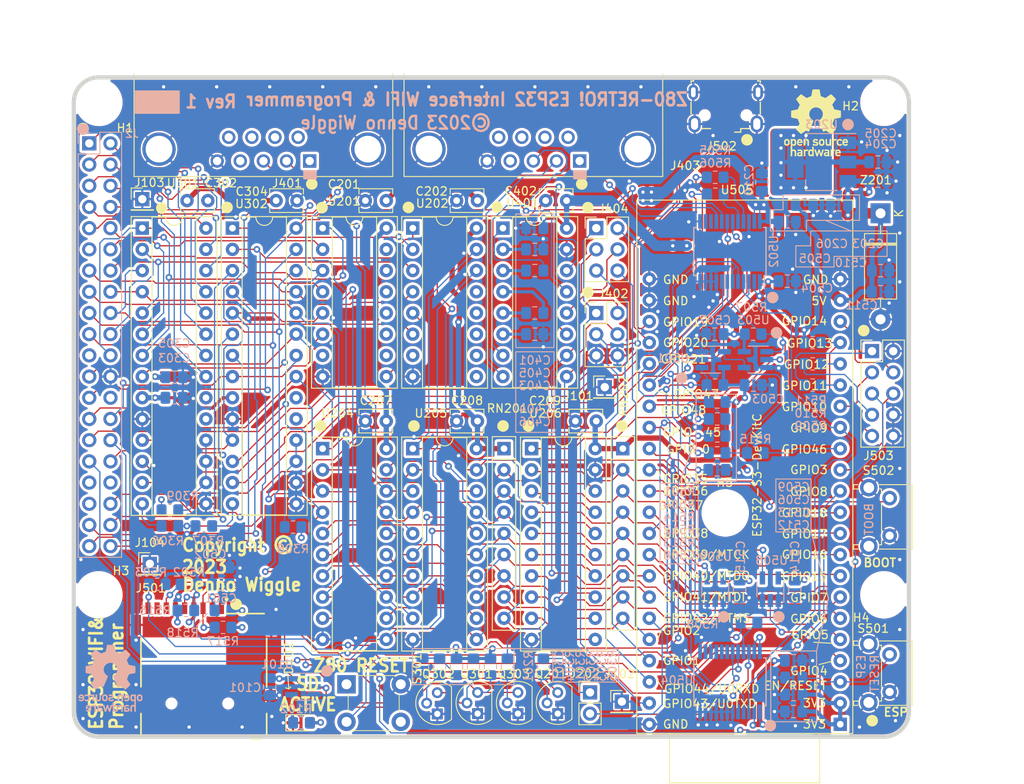
<source format=kicad_pcb>
(kicad_pcb (version 20221018) (generator pcbnew)
  (title_block (title "ESP32 Z80 Retro Interface and Programmer") (date "2023-06-12") (rev "1") (company "Denno Wiggle") (comment 1 "ESP32-S3 Z80 Retro Interface and Programmer") (comment 2 "With WiFi"))
  (layers (0 "F.Cu" signal) (1 "In1.Cu" power) (2 "In2.Cu" power) (31 "B.Cu" signal) (34 "B.Paste" user) (35 "F.Paste" user) (36 "B.SilkS" user "B.Silkscreen") (37 "F.SilkS" user "F.Silkscreen") (38 "B.Mask" user) (39 "F.Mask" user) (44 "Edge.Cuts" user))
  (net 0 "")
  (net 1 "GND")
  (net 2 "+5V")
  (net 3 "+3.3V")
  (net 4 "Net-(C301-Pad1)")
  (net 5 "Net-(U401-C1-)")
  (net 6 "Net-(U401-C1+)")
  (net 7 "Net-(U401-C2+)")
  (net 8 "Net-(U401-C2-)")
  (net 9 "Net-(U401-VS+)")
  (net 10 "Net-(U401-VS-)")
  (net 11 "/ESP32/~{ESP_RESET}")
  (net 12 "/ESP32/~{BOOT}")
  (net 13 "A11")
  (net 14 "A12")
  (net 15 "A13")
  (net 16 "A14")
  (net 17 "A15")
  (net 19 "D4")
  (net 20 "D3")
  (net 21 "D5")
  (net 22 "D6")
  (net 23 "D2")
  (net 24 "D7")
  (net 25 "D0")
  (net 26 "D1")
  (net 27 "/Z80 Retro Interface/~{INT}")
  (net 30 "~{MREQ}")
  (net 31 "~{IORQ}")
  (net 32 "~{RD}")
  (net 33 "~{WR}")
  (net 34 "~{BUSACK}")
  (net 36 "~{BUSRQ}")
  (net 37 "~{RESET}")
  (net 38 "~{M1}")
  (net 40 "A2")
  (net 41 "A3")
  (net 42 "A4")
  (net 43 "A5")
  (net 44 "A6")
  (net 45 "A7")
  (net 46 "A8")
  (net 47 "A9")
  (net 48 "A10")
  (net 49 "Net-(J202-Pin_1)")
  (net 50 "Z80_INT")
  (net 52 "/RS232/RS232_DOWNLOAD_RX")
  (net 53 "/RS232/RS232_DOWNLOAD_TX")
  (net 59 "UART0_TX")
  (net 60 "UART2_TX")
  (net 61 "UART0_RX")
  (net 62 "UART2_RX")
  (net 64 "/RS232/RS232_Z80_RX")
  (net 65 "/RS232/RS232_Z80_TX")
  (net 71 "/RS232/UART01_TX")
  (net 72 "/RS232/UART01_RX")
  (net 73 "UART1_TX")
  (net 74 "UART1_RX")
  (net 76 "Net-(D102-Pad2)")
  (net 77 "/ESP32/SPI_SD_MOSI")
  (net 78 "/ESP32/SPI_SD_CLK")
  (net 79 "/ESP32/SPI_SD_MISO")
  (net 81 "/ESP32/ESP_SD_DET")
  (net 83 "/ESP32/USB_OTG_JTAG_D-")
  (net 84 "/ESP32/USB_OTG_JTAG_D+")
  (net 86 "/ESP32/AUX_SPI_MOSI")
  (net 87 "/ESP32/~{AUX_SPI_CS0}")
  (net 88 "/ESP32/~{AUX_SPI_CS1}")
  (net 89 "/ESP32/~{AUX_RESET}")
  (net 90 "/ESP32/AUX_DONE")
  (net 91 "/ESP32/AUX_SPI_CLK")
  (net 92 "/ESP32/AUX_SPI_MISO")
  (net 93 "Net-(Q201-B)")
  (net 94 "Net-(Q301-B)")
  (net 95 "Net-(Q302-B)")
  (net 96 "Net-(Q303-B)")
  (net 97 "Net-(U302-GPB0)")
  (net 98 "/SPI<->Z80 Bus/SPI_1A_MISO")
  (net 99 "SPI_1_MISO")
  (net 100 "/SPI<->Z80 Bus/SPI_1B_MISO")
  (net 101 "/SPI<->Z80 Bus/ADD_1B")
  (net 102 "/SPI<->Z80 Bus/ADD_1A")
  (net 103 "/ESP32/~{ESP_SPI_CS0}")
  (net 104 "/ESP32/S1ACK")
  (net 105 "SPI_1A_CLK")
  (net 106 "/ESP32/S1BCK")
  (net 107 "SPI_1B_CLK")
  (net 108 "/ESP32/~{ESP_SPI_CS1}")
  (net 109 "/ESP32/SSDCK")
  (net 110 "/ESP32/AUX_SPI_MOSI_S")
  (net 111 "/ESP32/AUX_SPI_CLK_S")
  (net 112 "/ESP32/DATA_DIR_38")
  (net 113 "/ESP32/ESP_SPI_MISO_IO45")
  (net 114 "/ESP32/ESP_SPI_MISO")
  (net 115 "/ESP32/DATA_DIR_48")
  (net 116 "/ESP32/ESP_SPI_MISO_IO46")
  (net 117 "/Z80 Retro Interface/BD0")
  (net 118 "/Z80 Retro Interface/BD1")
  (net 119 "/Z80 Retro Interface/BD2")
  (net 120 "/Z80 Retro Interface/BD3")
  (net 121 "/Z80 Retro Interface/BD4")
  (net 122 "/Z80 Retro Interface/BD5")
  (net 123 "/Z80 Retro Interface/BD6")
  (net 124 "/Z80 Retro Interface/BD7")
  (net 125 "ESP_D0")
  (net 126 "ESP_D1")
  (net 127 "ESP_D2")
  (net 128 "ESP_D3")
  (net 129 "ESP_D4")
  (net 130 "ESP_D5")
  (net 131 "ESP_D6")
  (net 132 "ESP_D7")
  (net 136 "/Z80 Retro Interface/~{IORQ_AX}")
  (net 149 "~{IORQ_A4_WR}")
  (net 150 "~{IORQ_A4_RD}")
  (net 151 "ESP_DATA_DIR_W")
  (net 152 "SPI_CS1")
  (net 153 "SPI_1A_MOSI")
  (net 156 "SPI_1B_MOSI")
  (net 159 "/ESP32/ESP_SPI_CLK")
  (net 160 "/ESP32/ESP_SPI_MOSI")
  (net 166 "/ESP32/~{BIORQ_A4_RD}")
  (net 167 "/ESP32/~{BIORQ_A4_WR}")
  (net 168 "+3.3VP")
  (net 169 "A0")
  (net 170 "A1")
  (net 171 "ESP_DATA_DIR5_W")
  (net 174 "~{SPI_SD_CS0}")
  (net 175 "Net-(U101-Y)")
  (footprint "MountingHole:MountingHole_2.7mm_M2.5_DIN965" (layer "F.Cu") (at 88 58)
    (fp_text reference "H1")
    (fp_text value "MountingHole")
  )
  (footprint "MountingHole:MountingHole_2.7mm_M2.5_DIN965" (layer "F.Cu") (at 182 58)
    (fp_text reference "H2")
    (fp_text value "MountingHole")
  )
  (footprint "MountingHole:MountingHole_2.7mm_M2.5_DIN965" (layer "F.Cu") (at 88 117)
    (fp_text reference "H3")
    (fp_text value "MountingHole")
  )
  (footprint "MountingHole:MountingHole_2.7mm_M2.5_DIN965" (layer "F.Cu") (at 182 117)
    (fp_text reference "H4")
    (fp_text value "MountingHole")
  )
  (footprint "MountingHole:MountingHole_2.7mm_M2.5_DIN965" (layer "F.Cu") (at 163 107.19)
    (fp_text reference "H5")
    (fp_text value "MountingHole")
  )
  (footprint "Connector_Dsub:DSUB-9_Male_Horizontal_P2.77x2.84mm_EdgePinOffset7.70mm_Housed_MountingHolesOffset9.12mm" (layer "F.Cu") (at 113.246 65.024 180)
    (fp_text reference "J401")
    (fp_text value "DB9_Male_MountingHoles")
  )
  (footprint "Connector_Dsub:DSUB-9_Male_Horizontal_P2.77x2.84mm_EdgePinOffset7.70mm_Housed_MountingHolesOffset9.12mm" (layer "F.Cu") (at 145.5675 65.024 180)
    (fp_text reference "J403")
    (fp_text value "DB9_Male_MountingHoles")
  )
  (footprint "Package_TO_SOT_THT:TO-92L" (layer "F.Cu") (at 128.524 131.268 90)
    (fp_text reference "Q302")
    (fp_text value "PN2222")
  )
  (footprint "Capacitor_THT:C_Disc_D3.8mm_W2.6mm_P2.50mm" (layer "F.Cu") (at 122.414 69.77 180)
    (fp_text reference "C201")
    (fp_text value "100n")
  )
  (footprint "Connector_PinHeader_2.54mm:PinHeader_1x01_P2.54mm_Vertical" (layer "F.Cu") (at 150.622 129.794)
    (fp_text reference "J102")
    (fp_text value "Conn_01x01")
  )
  (footprint "Button_Switch_THT:SW_Tactile_SPST_Angled_PTS645Vx83-2LFS" (layer "F.Cu") (at 182.68058 124.137 -90)
    (fp_text reference "S501")
    (fp_text value "1-1825027-2")
  )
  (footprint "Package_DIP:DIP-28_W7.62mm_Socket" (layer "F.Cu") (at 103.999 73.072)
    (fp_text reference "U302")
    (fp_text value "MCP23S17_SP")
  )
  (footprint "Capacitor_THT:C_Disc_D3.8mm_W2.6mm_P2.50mm" (layer "F.Cu") (at 122.414 96.186 180)
    (fp_text reference "C207")
    (fp_text value "100n")
  )
  (footprint "Diode_THT:D_DO-15_P12.70mm_Horizontal" (layer "F.Cu") (at 181.596 71.294 -90)
    (fp_text reference "Z201")
    (fp_text value "SA5.0A")
  )
  (footprint "Resistor_THT:R_Array_SIP9" (layer "F.Cu") (at 150.735 99.488 -90)
    (fp_text reference "RN202")
    (fp_text value "10K")
  )
  (footprint "Package_DIP:DIP-16_W7.62mm_Socket" (layer "F.Cu") (at 136.384 73.072)
    (fp_text reference "U401")
    (fp_text value "ICL3232CPZ")
  )
  (footprint "Package_DIP:DIP-16_W7.62mm_Socket" (layer "F.Cu") (at 125.589 73.072)
    (fp_text reference "U202")
    (fp_text value "74LS138")
  )
  (footprint "Package_DIP:DIP-20_W7.62mm_Socket" (layer "F.Cu") (at 139.813 99.488)
    (fp_text reference "U206")
    (fp_text value "74LVC245A")
  )
  (footprint "WTM_Library:GCT_MEM2075-00-140-01-A" (layer "F.Cu") (at 100.095 130.0215)
    (fp_text reference "J501")
    (fp_text value "GCT_MEM2075-00-140-01-A_DP")
  )
  (footprint "Capacitor_THT:C_Disc_D3.8mm_W2.6mm_P2.50mm" (layer "F.Cu") (at 147.56 96.186 180)
    (fp_text reference "C209")
    (fp_text value "100n")
  )
  (footprint "Resistor_THT:R_Array_SIP9" (layer "F.Cu") (at 136.511 99.488 -90)
    (fp_text reference "RN201")
    (fp_text value "10K")
  )
  (footprint "Package_TO_SOT_THT:TO-92L" (layer "F.Cu") (at 133.35 131.238 90)
    (fp_text reference "Q301")
    (fp_text value "PN2222")
  )
  (footprint "Symbol:OSHW-Logo_7.5x8mm_SilkScreen" (layer "F.Cu") (at 173.863 60.452)
    (fp_text reference "LOGO10" hide)
    (fp_text value "Logo_Open_Hardware_Small" hide)
  )
  (footprint "Connector_USB:USB_Micro-B_Wuerth_629105150521" (layer "F.Cu") (at 163.054 58.7394 180)
    (fp_text reference "J502")
    (fp_text value "USB_B_Micro")
  )
  (footprint "Capacitor_THT:C_Disc_D3.8mm_W2.6mm_P2.50mm" (layer "F.Cu") (at 98.558 69.77)
    (fp_text reference "C302")
    (fp_text value "100n")
  )
  (footprint "Connector_PinHeader_2.54mm:PinHeader_1x01_P2.54mm_Vertical" (layer "F.Cu") (at 93.204 69.596)
    (fp_text reference "J103")
    (fp_text value "Conn_01x01")
  )
  (footprint "Package_TO_SOT_THT:TO-92L" (layer "F.Cu") (at 138.176 131.238 90)
    (fp_text reference "Q303")
    (fp_text value "PN2222")
  )
  (footprint "digikey-footprints:Switch_Tactile_THT_6x6mm" (layer "F.Cu") (at 117.654 127.718)
    (fp_text reference "S301")
    (fp_text value "1825910-6")
  )
  (footprint "Package_DIP:DIP-20_W7.62mm_Socket" (layer "F.Cu") (at 125.589 99.488)
    (fp_text reference "U205")
    (fp_text value "74LS244")
  )
  (footprint "Connector_PinHeader_2.54mm:PinHeader_2x03_P2.54mm_Vertical" (layer "F.Cu") (at 147.56 73.072)
    (fp_text reference "J404")
    (fp_text value "Conn_02x03")
  )
  (footprint "Package_DIP:DIP-20_W7.62mm_Socket" (layer "F.Cu") (at 114.794 99.488)
    (fp_text reference "U204")
    (fp_text value "74HC374")
  )
  (footprint "WTM_Library:ESP32-S3-DevKitC" (layer "F.Cu") (at 176.77 132.508 180)
    (fp_text reference "U505")
    (fp_text value "ESP32-S3-DevKitC")
  )
  (footprint "Connector_PinHeader_2.54mm:PinHeader_1x01_P2.54mm_Vertical" (layer "F.Cu") (at 94.107 113.284)
    (fp_text reference "J104")
    (fp_text value "Conn_01x01")
  )
  (footprint "Package_DIP:DIP-16_W7.62mm_Socket" (layer "F.Cu") (at 114.794 73.072)
    (fp_text reference "U201")
    (fp_text value "74LS138")
  )
  (footprint "Connector_PinHeader_2.54mm:PinHeader_1x01_P2.54mm_Vertical" (layer "F.Cu") (at 148.576 92.122)
    (fp_text reference "J101")
    (fp_text value "Conn_01x01")
  )
  (footprint "Connector_PinHeader_2.54mm:PinHeader_2x05_P2.54mm_Vertical" (layer "F.Cu") (at 180.575 87.809)
    (fp_text reference "J503")
    (fp_text value "Conn_02x05")
  )
  (footprint "Package_TO_SOT_THT:TO-92L" (layer "F.Cu") (at 142.944 131.238 90)
    (fp_text reference "Q201")
    (fp_text value "PN2222")
  )
  (footprint "LED_SMD:LED_0805_2012Metric_Pad1.15x1.40mm_HandSolder" (layer "F.Cu") (at 112.268 132.334)
    (fp_text reference "D102")
    (fp_text value "LTST-C170KGKT")
  )
  (footprint "Capacitor_THT:C_Disc_D3.8mm_W2.6mm_P2.50mm" (layer "F.Cu") (at 133.336 96.186 180)
    (fp_text reference "C208")
    (fp_text value "100n")
  )
  (footprint "Button_Switch_THT:SW_Tactile_SPST_Angled_PTS645Vx83-2LFS" (layer "F.Cu") (at 182.6815 105.412 -90)
    (fp_text reference "S502")
    (fp_text value "1825027-8")
  )
  (footprint "Package_DIP:DIP-28_W7.62mm_Socket" (layer "F.Cu") (at 93.204 73.072)
    (fp_text reference "U301")
    (fp_text value "MCP23S17_SP")
  )
  (footprint "Capacitor_THT:C_Disc_D3.8mm_W2.6mm_P2.50mm" (layer "F.Cu") (at 144.004 69.77 180)
    (fp_text reference "C402")
    (fp_text value "100n")
  )
  (footprint "Connector_PinHeader_2.54mm:PinHeader_1x02_P2.54mm_Vertical" (layer "F.Cu") (at 146.812 128.693)
    (fp_text reference "J202")
    (fp_text value "Conn_01x02")
  )
  (footprint "Capacitor_THT:C_Disc_D3.8mm_W2.6mm_P2.50mm" (layer "F.Cu") (at 133.336 69.77 180)
    (fp_text reference "C202")
    (fp_text value "100n")
  )
  (footprint "Connector_PinHeader_2.54mm:PinHeader_2x03_P2.54mm_Vertical" (layer "F.Cu") (at 147.555 83.247)
    (fp_text reference "J402")
    (fp_text value "Conn_02x03")
  )
  (footprint "Capacitor_THT:C_Disc_D3.8mm_W2.6mm_P2.50mm" (layer "F.Cu") (at 109.226 69.77)
    (fp_text reference "C304")
    (fp_text value "100n")
  )
  (footprint "WTM_Library:PinSocket_2x20_P2.54mm_Vertical_clockwise" (layer "B.Cu") (at 86.854 62.912 180)
    (fp_text reference "J2")
    (fp_text value "Conn_02x20_Counter_Clockwise")
  )
  (footprint "Capacitor_SMD:C_0805_2012Metric_Pad1.18x1.45mm_HandSolder" (layer "B.Cu") (at 176.657 70.278 180)
    (fp_text reference "C203")
    (fp_text value "10uF")
  )
  (footprint "Resistor_SMD:R_0805_2012Metric_Pad1.20x1.40mm_HandSolder" (layer "B.Cu") (at 161.814 69.008 180)
    (fp_text reference "R506")
    (fp_text value "33R")
  )
  (footprint "Resistor_SMD:R_0805_2012Metric_Pad1.20x1.40mm_HandSolder" (layer "B.Cu") (at 141.224 125.634 90)
    (fp_text reference "R201")
    (fp_text value "1K")
  )
  (footprint "Resistor_SMD:R_0805_2012Metric_Pad1.20x1.40mm_HandSolder" (layer "B.Cu") (at 130.824 125.6285 -90)
    (fp_text reference "R301")
    (fp_text value "10K")
  )
  (footprint "Capacitor_SMD:C_0805_2012Metric_Pad1.18x1.45mm_HandSolder" (layer "B.Cu") (at 97.014 93.392)
    (fp_text reference "C303")
    (fp_text value "10uF")
  )
  (footprint "Package_TO_SOT_SMD:SOT-23-5_HandSoldering" (layer "B.Cu") (at 161.798 116.332 90)
    (fp_text reference "U509")
    (fp_text value "SN74LVC1G125DBVR")
  )
  (footprint "Capacitor_SMD:C_0805_2012Metric_Pad1.18x1.45mm_HandSolder" (layer "B.Cu") (at 140.194 73.072 180)
    (fp_text reference "C401")
    (fp_text value "10uF")
  )
  (footprint "Resistor_SMD:R_0805_2012Metric_Pad1.20x1.40mm_HandSolder" (layer "B.Cu") (at 161.798 66.976 180)
    (fp_text reference "R505")
    (fp_text value "33R")
  )
  (footprint "Resistor_SMD:R_0805_2012Metric_Pad1.20x1.40mm_HandSolder" (layer "B.Cu") (at 132.856 125.6285 -90)
    (fp_text reference "R302")
    (fp_text value "10K")
  )
  (footprint "Capacitor_SMD:C_0805_2012Metric_Pad1.18x1.45mm_HandSolder" (layer "B.Cu") (at 108.458 128.016 -90)
    (fp_text reference "C101")
    (fp_text value "100nF")
  )
  (footprint "Resistor_SMD:R_0805_2012Metric_Pad1.20x1.40mm_HandSolder" (layer "B.Cu") (at 165.848 120.316 180)
    (fp_text reference "R508")
    (fp_text value "33R")
  )
  (footprint "Resistor_SMD:R_0805_2012Metric_Pad1.20x1.40mm_HandSolder" (layer "B.Cu") (at 162.038 97.964)
    (fp_text reference "R512")
    (fp_text value "0R")
  )
  (footprint "Resistor_SMD:R_0805_2012Metric_Pad1.20x1.40mm_HandSolder" (layer "B.Cu") (at 173.468 91.868 180)
    (fp_text reference "R509")
    (fp_text value "33R")
  )
  (footprint "Capacitor_SMD:C_0805_2012Metric_Pad1.18x1.45mm_HandSolder" (layer "B.Cu") (at 162.0165 102.028)
    (fp_text reference "C508")
    (fp_text value "DNL")
  )
  (footprint "Resistor_SMD:R_0805_2012Metric_Pad1.20x1.40mm_HandSolder" (layer "B.Cu") (at 162.038 93.9 180)
    (fp_text reference "R504")
    (fp_text value "10K")
  )
  (footprint "Capacitor_SMD:C_0805_2012Metric_Pad1.18x1.45mm_HandSolder" (layer "B.Cu") (at 170.42 79.422)
    (fp_text reference "C504")
    (fp_text value "100nF")
  )
  (footprint "Resistor_SMD:R_0805_2012Metric_Pad1.20x1.40mm_HandSolder" (layer "B.Cu") (at 96.506 106.854)
    (fp_text reference "R309")
    (fp_text value "10K")
  )
  (footprint "Capacitor_SMD:C_0805_2012Metric_Pad1.18x1.45mm_HandSolder" (layer "B.Cu") (at 172.466 70.278)
    (fp_text reference "C206")
    (fp_text value "10uF")
  )
  (footprint "Capacitor_SMD:C_0805_2012Metric_Pad1.18x1.45mm_HandSolder" (layer "B.Cu") (at 164.719 116.332 -90)
    (fp_text reference "C515")
    (fp_text value "100nF")
  )
  (footprint "Capacitor_SMD:C_0805_2012Metric_Pad1.18x1.45mm_HandSolder" (layer "B.Cu") (at 181.596 80.692)
    (fp_text reference "C511")
    (fp_text value "10uF")
  )
  (footprint "Capacitor_SMD:C_0805_2012Metric_Pad1.18x1.45mm_HandSolder" (layer "B.Cu") (at 102.602 113.712)
    (fp_text reference "C502")
    (fp_text value "10uF")
  )
  (footprint "Resistor_SMD:R_0805_2012Metric_Pad1.20x1.40mm_HandSolder" (layer "B.Cu") (at 166.61 99.996 180)
    (fp_text reference "R515")
    (fp_text value "DNL")
  )
  (footprint "Capacitor_SMD:C_0805_2012Metric_Pad1.18x1.45mm_HandSolder" (layer "B.Cu") (at 102.602 115.744)
    (fp_text reference "C501")
    (fp_text value "100nF")
  )
  (footprint "Resistor_SMD:R_0805_2012Metric_Pad1.20x1.40mm_HandSolder" (layer "B.Cu") (at 162.038 95.932)
    (fp_text reference "R514")
    (fp_text value "DNL")
  )
  (footprint "Package_SO:SSOP-24_5.3x8.2mm_P0.65mm" (layer "B.Cu") (at 163.562 75.866 90)
    (fp_text reference "U502")
    (fp_text value "SN74LVC8T245DBR")
  )
  (footprint "Resistor_SMD:R_0805_2012Metric_Pad1.20x1.40mm_HandSolder" (layer "B.Cu") (at 166.34 85.772)
    (fp_text reference "R507")
    (fp_text value "10K")
  )
  (footprint "Resistor_SMD:R_0805_2012Metric_Pad1.20x1.40mm_HandSolder" (layer "B.Cu") (at 102.87 120.904 180)
    (fp_text reference "R517")
    (fp_text value "10K")
  )
  (footprint "Capacitor_SMD:C_0805_2012Metric_Pad1.18x1.45mm_HandSolder" (layer "B.Cu") (at 181.2725 67.4348)
    (fp_text reference "C204")
    (fp_text value "100nF")
  )
  (footprint "Capacitor_SMD:C_0805_2012Metric_Pad1.18x1.45mm_HandSolder" (layer "B.Cu") (at 167.386 67.564 90)
    (fp_text reference "C210")
    (fp_text value "10uF")
  )
  (footprint "Package_TO_SOT_SMD:SOT-23-5_HandSoldering" (layer "B.Cu") (at 166.626 88.82 180)
    (fp_text reference "U503")
    (fp_text value "SN74LVC1G125DBVR")
  )
  (footprint "Capacitor_SMD:C_0805_2012Metric_Pad1.18x1.45mm_HandSolder" (layer "B.Cu") (at 166.356 91.868)
    (fp_text reference "C503")
    (fp_text value "100nF")
  )
  (footprint "Resistor_SMD:R_0805_2012Metric_Pad1.20x1.40mm_HandSolder" (layer "B.Cu") (at 128.792 125.6285 -90)
    (fp_text reference "R304")
    (fp_text value "47K")
  )
  (footprint "Resistor_SMD:R_0805_2012Metric_Pad1.20x1.40mm_HandSolder" (layer "B.Cu") (at 98.425 118.872)
    (fp_text reference "R516")
    (fp_text value "10K")
  )
  (footprint "Package_SO:SSOP-24_5.3x8.2mm_P0.65mm" (layer "B.Cu") (at 163.562 127.428 90)
    (fp_text reference "U504")
    (fp_text value "SN74LVC8T245DBR")
  )
  (footprint "Resistor_SMD:R_0805_2012Metric_Pad1.20x1.40mm_HandSolder" (layer "B.Cu") (at 134.888 125.6285 -90)
    (fp_text reference "R303")
    (fp_text value "10K")
  )
  (footprint "Resistor_SMD:R_0805_2012Metric_Pad1.20x1.40mm_HandSolder" (layer "B.Cu") (at 173.468 89.328 180)
    (fp_text reference "R510")
    (fp_text value "33R")
  )
  (footprint "Capacitor_SMD:C_0805_2012Metric_Pad1.18x1.45mm_HandSolder" (layer "B.Cu") (at 140.194 78.152)
    (fp_text reference "C403")
    (fp_text value "100nF")
  )
  (footprint "Resistor_SMD:R_0805_2012Metric_Pad1.20x1.40mm_HandSolder" (layer "B.Cu") (at 111.254 108.886 180)
    (fp_text reference "R308")
    (fp_text value "10K")
  )
  (footprint "Resistor_SMD:R_0805_2012Metric_Pad1.20x1.40mm_HandSolder" (layer "B.Cu") (at 102.87 118.872 180)
    (fp_text reference "R518")
    (fp_text value "10K")
  )
  (footprint "Resistor_SMD:R_0805_2012Metric_Pad1.20x1.40mm_HandSolder" (layer "B.Cu") (at 100.57 108.759 180)
    (fp_text reference "R307")
    (fp_text value "33R")
  )
  (footprint "Resistor_SMD:R_0805_2012Metric_Pad1.20x1.40mm_HandSolder" (layer "B.Cu") (at 136.92 125.6285 -90)
    (fp_text reference "R305")
    (fp_text value "1K")
  )
  (footprint "Resistor_SMD:R_0805_2012Metric_Pad1.20x1.40mm_HandSolder" (layer "B.Cu") (at 162.038 99.996)
    (fp_text reference "R513")
    (fp_text value "0R")
  )
  (footprint "Symbol:OSHW-Logo_7.5x8mm_SilkScreen" (layer "B.Cu") (at 89.408 127 180)
    (fp_text reference "LOGO11" hide)
    (fp_text value "Logo_Open_Hardware_Small" hide)
  )
  (footprint "Capacitor_SMD:C_0805_2012Metric_Pad1.18x1.45mm_HandSolder" (layer "B.Cu") (at 181.596 78.152)
    (fp_text reference "C510")
    (fp_text value "100nF")
  )
  (footprint "Package_TO_SOT_SMD:SOT-23-5_HandSoldering" (layer "B.Cu") (at 112.4204 128.016 180)
    (fp_text reference "U101")
    (fp_text value "SN74LVC1G04DBVR")
  )
  (footprint "Capacitor_SMD:C_0805_2012Metric_Pad1.18x1.45mm_HandSolder" (layer "B.Cu") (at 140.194 83.232 180)
    (fp_text reference "C404")
    (fp_text value "100nF")
  )
  (footprint "Capacitor_SMD:C_0805_2012Metric_Pad1.18x1.45mm_HandSolder" (layer "B.Cu") (at 171.182 124.888)
    (fp_text reference "C509")
    (fp_text value "100nF")
  )
  (footprint "Package_TO_SOT_SMD:SOT-23-5_HandSoldering" (layer "B.Cu") (at 168.402 116.332 90)
    (fp_text reference "U508")
    (fp_text value "SN74LVC1G125DBVR")
  )
  (footprint "Resistor_SMD:R_0805_2012Metric_Pad1.20x1.40mm_HandSolder" (layer "B.Cu") (at 94.982 115.744 180)
    (fp_text reference "R503")
    (fp_text value "10K")
  )
  (footprint "Package_TO_SOT_SMD:SOT-23-5_HandSoldering" (layer "B.Cu") (at 161.546 88.82)
    (fp_text reference "U501")
    (fp_text value "SN74LVC1G125DBVR")
  )
  (footprint "Capacitor_SMD:C_0805_2012Metric_Pad1.18x1.45mm_HandSolder" (layer "B.Cu") (at 171.323 116.332 -90)
    (fp_text reference "C514")
    (fp_text value "100nF")
  )
  (footprint "Capacitor_SMD:C_0805_2012Metric_Pad1.18x1.45mm_HandSolder" (layer "B.Cu") (at 97.028 90.932)
    (fp_text reference "C305")
    (fp_text value "10uF")
  )
  (footprint "Capacitor_SMD:C_0805_2012Metric_Pad1.18x1.45mm_HandSolder" (layer "B.Cu") (at 140.194 85.772)
    (fp_text reference "C406")
    (fp_text value "100nF")
  )
  (footprint "Capacitor_SMD:C_0805_2012Metric_Pad1.18x1.45mm_HandSolder" (layer "B.Cu") (at 171.2035 128.952 180)
    (fp_text reference "C513")
    (fp_text value "10uF")
  )
  (footprint "Capacitor_SMD:C_0805_2012Metric_Pad1.18x1.45mm_HandSolder" (layer "B.Cu") (at 171.2035 126.92 180)
    (fp_text reference "C506")
    (fp_text value "100nF")
  )
  (footprint "Package_TO_SOT_SMD:SOT-223" (layer "B.Cu") (at 174.5415 65.1488 180)
    (fp_text reference "U203")
    (fp_text value "NCP1117LPST33T3G")
  )
  (footprint "Resistor_SMD:R_0805_2012Metric_Pad1.20x1.40mm_HandSolder" (layer "B.Cu") (at 96.506 108.759)
    (fp_text reference "R306")
    (fp_text value "33R")
  )
  (footprint "Capacitor_SMD:C_0805_2012Metric_Pad1.18x1.45mm_HandSolder" (layer "B.Cu") (at 170.42 72.31)
    (fp_text reference "C505")
    (fp_text value "100nF")
  )
  (footprint "Resistor_SMD:R_0805_2012Metric_Pad1.20x1.40mm_HandSolder" (layer "B.Cu") (at 98.792 115.744 180)
    (fp_text reference "R502")
    (fp_text value "10K")
  )
  (footprint "Resistor_SMD:R_0805_2012Metric_Pad1.20x1.40mm_HandSolder" (layer "B.Cu") (at 161.784 91.868 180)
    (fp_text reference "R501")
    (fp_text value "10K")
  )
  (footprint "Capacitor_SMD:C_0805_2012Metric_Pad1.18x1.45mm_HandSolder" (layer "B.Cu") (at 126.76 125.6285 -90)
    (fp_text reference "C301")
    (fp_text value "10uF")
  )
  (footprint "Capacitor_SMD:C_0805_2012Metric_Pad1.18x1.45mm_HandSolder" (layer "B.Cu") (at 181.2725 65.1488)
    (fp_text reference "C205")
    (fp_text value "100nF")
  )
  (footprint "Capacitor_SMD:C_0805_2012Metric_Pad1.18x1.45mm_HandSolder" (layer "B.Cu") (at 171.182 130.984 180)
    (fp_text reference "C512")
    (fp_text value "100nF")
  )
  (footprint "Capacitor_SMD:C_0805_2012Metric_Pad1.18x1.45mm_HandSolder" (layer "B.Cu") (at 161.7625 85.772 180)
    (fp_text reference "C507")
    (fp_text value "100nF")
  )
  (footprint "Resistor_SMD:R_0805_2012Metric_Pad1.20x1.40mm_HandSolder" (layer "B.Cu") (at 112.268 132.334)
    (fp_text reference "R102")
    (fp_text value "1K")
  )
  (footprint "Capacitor_SMD:C_0805_2012Metric_Pad1.18x1.45mm_HandSolder" (layer "B.Cu") (at 140.194 75.612)
    (fp_text reference "C405")
    (fp_text value "100nF")
  )
  (footprint "Resistor_SMD:R_0805_2012Metric_Pad1.20x1.40mm_HandSolder" (layer "B.Cu") (at 173.468 86.788)
    (fp_text reference "R511")
    (fp_text value "10K")
  )
  (gr_poly (pts (xy 112.522 67.183) (xy 112.522 66.167) (xy 114.046 66.167) (xy 114.046 67.183)) (stroke (width 0.1)) (fill solid) (layer "B.SilkS"))
  (gr_line (start 142.367 123.5202) (end 137.7188 123.444) (stroke (width 0.12)) (layer "B.SilkS"))
  (gr_rect (start 137.922 87.884) (end 142.494 97.536) (stroke (width 0.12)) (fill none) (layer "B.SilkS"))
  (gr_rect (start 142.367 123.5202) (end 150.241 127.4572) (stroke (width 0.12)) (fill none) (layer "B.SilkS"))
  (gr_line (start 173.2788 109.474) (end 175.3616 117.3988) (stroke (width 0.12)) (layer "B.SilkS"))
  (gr_line (start 159.512 98.171) (end 157.48 103.632) (stroke (width 0.12)) (layer "B.SilkS"))
  (gr_poly (pts (xy 182.372 73.406) (xy 173.228 73.406) (xy 173.228 75.184) (xy 171.45 75.184) (xy 171.45 77.724) (xy 176.022 77.724) (xy 176.022 76.454) (xy 182.372 76.454)) (stroke (width 0.12)) (fill none) (layer "B.SilkS"))
  (gr_circle (center 168.402 132.6642) (end 169.037 132.6642) (stroke (width 0.12)) (fill solid) (layer "B.SilkS"))
  (gr_poly (pts (xy 144.8435 67.183) (xy 144.8435 66.167) (xy 146.3675 66.167) (xy 146.3675 67.183)) (stroke (width 0.1)) (fill solid) (layer "B.SilkS"))
  (gr_rect (start 168.4528 123.7234) (end 173.9392 132.207) (stroke (width 0.12)) (fill none) (layer "B.SilkS"))
  (gr_line (start 175.3616 117.3988) (end 173.9392 123.7234) (stroke (width 0.12)) (layer "B.SilkS"))
  (gr_rect (start 169.0624 103.124) (end 173.2788 109.474) (stroke (width 0.12)) (fill none) (layer "B.SilkS"))
  (gr_rect (start 155.194 103.632) (end 159.766 113.284) (stroke (width 0.12)) (fill none) (layer "B.SilkS"))
  (gr_circle (center 162.814 119.634) (end 163.449 119.634) (stroke (width 0.12)) (fill solid) (layer "B.SilkS"))
  (gr_circle (center 115.316 126.111) (end 115.951 126.111) (stroke (width 0.12)) (fill solid) (layer "B.SilkS"))
  (gr_rect (start 92.361 56.627) (end 97.631 59.309) (stroke (width 0.12)) (fill solid) (layer "B.SilkS"))
  (gr_circle (center 86.106 61.214) (end 86.741 61.214) (stroke (width 0.12)) (fill solid) (layer "B.SilkS"))
  (gr_circle (center 169.418 119.634) (end 170.053 119.634) (stroke (width 0.12)) (fill solid) (layer "B.SilkS"))
  (gr_rect (start 137.922 71.374) (end 142.494 87.376) (stroke (width 0.12)) (fill none) (layer "B.SilkS"))
  (gr_circle (center 177.6984 60.6552) (end 178.3334 60.6552) (stroke (width 0.12)) (fill solid) (layer "B.SilkS"))
  (gr_line (start 100.965 119.253) (end 99.695 120.777) (stroke (width 0.12)) (layer "B.SilkS"))
  (gr_circle (center 169.1386 85.598) (end 169.7736 85.598) (stroke (width 0.12)) (fill solid) (layer "B.SilkS"))
  (gr_circle (center 168.6814 81.3816) (end 169.3164 81.3816) (stroke (width 0.12)) (fill solid) (layer "B.SilkS"))
  (gr_poly (pts (xy 179.07 69.088) (xy 169.926 69.088) (xy 169.926 70.866) (xy 168.402 70.866) (xy 168.402 73.406) (xy 172.72 73.406) (xy 172.72 72.136) (xy 179.07 72.136)) (stroke (width 0.12)) (fill none) (layer "B.SilkS"))
  (gr_circle (center 157.7848 91.0336) (end 158.4198 91.0336) (stroke (width 0.12)) (fill solid) (layer "B.SilkS"))
  (gr_line (start 178.054 73.406) (end 175.006 72.136) (stroke (width 0.12)) (layer "B.SilkS"))
  (gr_rect (start 125.5268 123.444) (end 137.7188 127.762) (stroke (width 0.12)) (fill none) (layer "B.SilkS"))
  (gr_rect (start 159.512 92.964) (end 164.338 103.378) (stroke (width 0.12)) (fill none) (layer "B.SilkS"))
  (gr_circle (center 180.594 132.08) (end 181.229 132.08) (stroke (width 0.12)) (fill solid) (layer "F.SilkS"))
  (gr_line (start 110.744 128.27) (end 110.998 128.016) (stroke (width 0.12)) (layer "F.SilkS"))
  (gr_circle (center 146.558 80.772) (end 147.193 80.772) (stroke (width 0.12)) (fill solid) (layer "F.SilkS"))
  (gr_circle (center 136.398 96.774) (end 137.033 96.774) (stroke (width 0.12)) (fill solid) (layer "F.SilkS"))
  (gr_line (start 173.609 122.682) (end 175.768 122.809) (stroke (width 0.12)) (layer "F.SilkS"))
  (gr_line (start 110.617 126.492) (end 110.744 128.27) (stroke (width 0.12)) (layer "F.SilkS"))
  (gr_line (start 154.813 127.127) (end 155.448 128.143) (stroke (width 0.12)) (layer "F.SilkS"))
  (gr_circle (center 146.558 70.612) (end 147.193 70.612) (stroke (width 0.12)) (fill solid) (layer "F.SilkS"))
  (gr_line (start 154.686 92.583) (end 156.464 93.091) (stroke (width 0.12)) (layer "F.SilkS"))
  (gr_line (start 110.744 128.27) (end 110.363 128.143) (stroke (width 0.12)) (layer "F.SilkS"))
  (gr_line (start 175.768 124.968) (end 174.244 125.349) (stroke (width 0.12)) (layer "F.SilkS"))
  (gr_circle (center 125.73 96.774) (end 126.365 96.774) (stroke (width 0.12)) (fill solid) (layer "F.SilkS"))
  (gr_circle (center 95.541058 70.6628) (end 96.176058 70.6628) (stroke (width 0.12)) (fill solid) (layer "F.SilkS"))
  (gr_circle (center 114.718058 70.612) (end 115.353058 70.612) (stroke (width 0.12)) (fill solid) (layer "F.SilkS"))
  (gr_circle (center 139.446 96.774) (end 140.081 96.774) (stroke (width 0.12)) (fill solid) (layer "F.SilkS"))
  (gr_circle (center 114.554 96.774) (end 115.189 96.774) (stroke (width 0.12)) (fill solid) (layer "F.SilkS"))
  (gr_circle (center 104.43 118.13) (end 105.065 118.13) (stroke (width 0.12)) (fill solid) (layer "F.SilkS"))
  (gr_circle (center 179.578 85.344) (end 180.213 85.344) (stroke (width 0.12)) (fill solid) (layer "F.SilkS"))
  (gr_circle (center 125.0696 70.5866) (end 125.7046 70.5866) (stroke (width 0.12)) (fill solid) (layer "F.SilkS"))
  (gr_circle (center 86.106 61.1378) (end 86.741 61.1378) (stroke (width 0.12)) (fill solid) (layer "F.SilkS"))
  (gr_circle (center 165.608 62.484) (end 166.243 62.484) (stroke (width 0.12)) (fill solid) (layer "F.SilkS"))
  (gr_circle (center 113.496 67.778338) (end 114.131 67.778338) (stroke (width 0.12)) (fill solid) (layer "F.SilkS"))
  (gr_circle (center 150.622 96.774) (end 151.257 96.774) (stroke (width 0.12)) (fill solid) (layer "F.SilkS"))
  (gr_circle (center 145.8175 67.778338) (end 146.4525 67.778338) (stroke (width 0.12)) (fill solid) (layer "F.SilkS"))
  (gr_line (start 154.94 101.981) (end 155.321 102.997) (stroke (width 0.12)) (layer "F.SilkS"))
  (gr_circle (center 103.3526 70.5866) (end 103.9876 70.5866) (stroke (width 0.12)) (fill solid) (layer "F.SilkS"))
  (gr_circle (center 135.6868 70.5358) (end 136.3218 70.5358) (stroke (width 0.12)) (fill solid) (layer "F.SilkS"))
  (gr_line (start 155.321 121.285) (end 154.94 122.301) (stroke (width 0.12)) (layer "F.SilkS"))
  (gr_line (start 85 131) (end 85 58) (stroke (width 0.5)) (layer "Edge.Cuts"))
  (gr_arc (start 185 131) (mid 184.12132 133.12132) (end 182 134) (stroke (width 0.5)) (layer "Edge.Cuts"))
  (gr_arc (start 88 134) (mid 85.87868 133.12132) (end 85 131) (stroke (width 0.5)) (layer "Edge.Cuts"))
  (gr_line (start 182 134) (end 88 134) (stroke (width 0.5)) (layer "Edge.Cuts"))
  (gr_line (start 88 55) (end 182 55) (stroke (width 0.5)) (layer "Edge.Cuts"))
  (gr_arc (start 85 58) (mid 85.87868 55.87868) (end 88 55) (stroke (width 0.5)) (layer "Edge.Cuts"))
  (gr_arc (start 182 55) (mid 184.12132 55.87868) (end 185 58) (stroke (width 0.5)) (layer "Edge.Cuts"))
  (gr_line (start 185 58) (end 185 131) (stroke (width 0.5)) (layer "Edge.Cuts"))
  (gr_text "©2023" (at 135.128 60.452) (layer "B.SilkS") (effects (font (size 1.524 1.397) (thickness 0.2794) bold) (justify left mirror)))
  (gr_text "BOOT" (at 180.213 105.918 90) (layer "B.SilkS") (effects (font (size 1 1)) (justify left mirror)))
  (gr_text "Denno Wiggle" (at 126.492 60.452) (layer "B.SilkS") (effects (font (size 1.524 1.397) (thickness 0.2794) bold) (justify left mirror)))
  (gr_text "ESP\nRESET" (at 180.086 124.079 90) (layer "B.SilkS") (effects (font (size 1 1)) (justify left mirror)))
  (gr_text "Z80-RETRO! ESP32 Interface WIFI & Programmer" (at 132.08 57.658) (layer "B.SilkS") (effects (font (size 1.524 1.397) (thickness 0.3175)) (justify mirror)))
  (gr_text "Rev 1" (at 104.648 57.912) (layer "B.SilkS") (effects (font (size 1.524 1.397) (thickness 0.3175) bold) (justify left mirror)))
  (gr_text "BOOT" (at 179.451 113.157) (layer "F.SilkS") (effects (font (size 1 1) (thickness 0.2) bold) (justify left)))
  (gr_text "ESP32 WIFI&\nProgrammer" (at 88.9 133.3246 90) (layer "F.SilkS") (effects (font (size 1.524 1.397) (thickness 0.3175) bold) (justify left)))
  (gr_text "SD\nACTIVE" (at 113.03 128.905) (layer "F.SilkS") (effects (font (size 1.524 1.397) (thickness 0.3175) bold)))
  (gr_text "2023" (at 97.79 113.665) (layer "F.SilkS") (effects (font (size 1.524 1.397) (thickness 0.3175) bold) (justify left)))
  (gr_text "Denno Wiggle" (at 97.84 115.79) (layer "F.SilkS") (effects (font (size 1.524 1.397) (thickness 0.3175) bold) (justify left)))
  (gr_text "Copyright ©" (at 97.79 111.04) (layer "F.SilkS") (effects (font (size 1.524 1.397) (thickness 0.3175) bold) (justify left)))
  (gr_text "ESP" (at 181.864 131.064) (layer "F.SilkS") (effects (font (size 1 1) (thickness 0.2) bold) (justify left)))
  (gr_text "Z80 RESET" (at 113.538 125.476) (layer "F.SilkS") (effects (font (size 1.524 1.397) (thickness 0.3175) bold) (justify left)))
  (segment (start 108.712 129.6685) (end 108.645 129.6015) (width 0.381) (layer "F.Cu") (net 1))
  (segment (start 97.175 117.5749) (end 97.522 117.2279) (width 0.381) (layer "F.Cu") (net 1))
  (segment (start 109.22 118.7519) (end 108.645 119.3269) (width 0.381) (layer "F.Cu") (net 1))
  (segment (start 92.456 122.428) (end 92.456 120.6405) (width 0.381) (layer "F.Cu") (net 1))
  (segment (start 108.712 131.572) (end 108.712 129.6685) (width 0.381) (layer "F.Cu") (net 1))
  (segment (start 161.754 60.6394) (end 161.754 61.766) (width 0.1524) (layer "F.Cu") (net 1))
  (segment (start 108.645 119.3269) (end 108.645 120.6015) (width 0.381) (layer "F.Cu") (net 1))
  (segment (start 92.456 129.5625) (end 92.495 129.6015) (width 0.381) (layer "F.Cu") (net 1))
  (segment (start 111.243 132.334) (end 110.0836 132.334) (width 0.381) (layer "F.Cu") (net 1))
  (segment (start 92.456 127.762) (end 92.456 129.5625) (width 0.381) (layer "F.Cu") (net 1))
  (segment (start 97.175 118.6015) (end 97.175 117.5749) (width 0.381) (layer "F.Cu") (net 1))
  (segment (start 92.456 120.6405) (end 92.495 120.6015) (width 0.381) (layer "F.Cu") (net 1))
  (segment (start 161.754 61.766) (end 161.544 61.976) (width 0.1524) (layer "F.Cu") (net 1))
  (via (at 121.158 121.666) (size 0.8) (drill 0.4) (layers "F.Cu" "B.Cu") (net 1))
  (via (at 158.6299 72.31) (size 0.8) (drill 0.4) (layers "F.Cu" "B.Cu") (net 1))
  (via (at 168.896 128.952) (size 0.8) (drill 0.4) (layers "F.Cu" "B.Cu") (net 1))
  (via (at 175.6195 71.628) (size 0.8) (drill 0.4) (layers "F.Cu" "B.Cu") (net 1))
  (via (at 110.0836 132.334) (size 0.8) (drill 0.4) (layers "F.Cu" "B.Cu") (net 1))
  (via (at 104.394 71.720098) (size 0.8) (drill 0.4) (layers "F.Cu" "B.Cu") (net 1))
  (via (at 173.468 124.888) (size 0.8) (drill 0.4) (layers "F.Cu" "B.Cu") (net 1))
  (via (at 171.436 73.834) (size 0.8) (drill 0.4) (layers "F.Cu" "B.Cu") (net 1))
  (via (at 92.456 122.428) (size 0.8) (drill 0.4) (layers "F.Cu" "B.Cu") (net 1))
  (via (at 108.458 56.134) (size 0.8) (drill 0.4) (layers "F.Cu" "B.Cu") (net 1))
  (via (at 158.242 123.698) (size 0.8) (drill 0.4) (layers "F.Cu" "B.Cu") (net 1))
  (via (at 171.45 56.134) (size 0.8) (drill 0.4) (layers "F.Cu" "B.Cu") (net 1))
  (via (at 97.522 117.2279) (size 0.8) (drill 0.4) (layers "F.Cu" "B.Cu") (net 1))
  (via (at 121.158 56.134) (size 0.8) (drill 0.4) (layers "F.Cu" "B.Cu") (net 1))
  (via (at 146.558 56.134) (size 0.8) (drill 0.4) (layers "F.Cu" "B.Cu") (net 1))
  (via (at 156.718 102.108) (size 0.8) (drill 0.4) (layers "F.Cu" "B.Cu") (net 1))
  (via (at 103.632 112.268) (size 0.8) (drill 0.4) (layers "F.Cu" "B.Cu") (net 1))
  (via (at 158.882547 87.6839) (size 0.8) (drill 0.4) (layers "F.Cu" "B.Cu") (net 1))
  (via (at 183.896 79.502) (size 0.8) (drill 0.4) (layers "F.Cu" "B.Cu") (net 1))
  (via (at 165.848 74.088) (size 0.8) (drill 0.4) (layers "F.Cu" "B.Cu") (net 1))
  (via (at 161.544 81.788) (size 0.8) (drill 0.4) (layers "F.Cu" "B.Cu") (net 1))
  (via (at 162.052 132.588) (size 0.8) (drill 0.4) (layers "F.Cu" "B.Cu") (net 1))
  (via (at 154.94 83.058) (size 0.8) (drill 0.4) (layers "F.Cu" "B.Cu") (net 1))
  (via (at 115.57 124.968) (size 0.8) (drill 0.4) (layers "F.Cu" "B.Cu") (net 1))
  (via (at 162.306 74.676) (size 0.8) (drill 0.4) (layers "F.Cu" "B.Cu") (net 1))
  (via (at 182.626 82.042) (size 0.8) (drill 0.4) (layers "F.Cu" "B.Cu") (net 1))
  (via (at 159.258 81.28) (size 0.8) (drill 0.4) (layers "F.Cu" "B.Cu") (net 1))
  (via (at 177.8 56.134) (size 0.8) (drill 0.4) (layers "F.Cu" "B.Cu") (net 1))
  (via (at 171.069 77.978) (size 0.8) (drill 0.4) (layers "F.Cu" "B.Cu") (net 1))
  (via (at 182.372 68.834) (size 0.8) (drill 0.4) (layers "F.Cu" "B.Cu") (net 1))
  (via (at 158.75 95.758) (size 0.8) (drill 0.4) (layers "F.Cu" "B.Cu") (net 1))
  (via (at 102.108 56.134) (size 0.8) (drill 0.4) (layers "F.Cu" "B.Cu") (net 1))
  (via (at 116.078 83.82) (size 0.8) (drill 0.4) (layers "F.Cu" "B.Cu") (net 1))
  (via (at 125.73 98.044) (size 0.8) (drill 0.4) (layers "F.Cu" "B.Cu") (net 1))
  (via (at 163.6776 132.6388) (size 0.8) (drill 0.4) (layers "F.Cu" "B.Cu") (net 1))
  (via (at 171.3992 132.6896) (size 0.8) (drill 0.4) (layers "F.Cu" "B.Cu") (net 1))
  (via (at 105.156 132.842) (size 0.8) (drill 0.4) (layers "F.Cu" "B.Cu") (net 1))
  (via (at 141.21 87.296) (size 0.8) (drill 0.4) (layers "F.Cu" "B.Cu") (net 1))
  (via (at 162.052 81.026) (size 0.8) (drill 0.4) (layers "F.Cu" "B.Cu") (net 1))
  (via (at 183.388 132.08) (size 0.8) (drill 0.4) (layers "F.Cu" "B.Cu") (net 1))
  (via (at 168.896 126.92) (size 0.8) (drill 0.4) (layers "F.Cu" "B.Cu") (net 1))
  (via (at 137.908 73.072) (size 0.8) (drill 0.4) (layers "F.Cu" "B.Cu") (net 1))
  (via (at 131.699 76.073) (size 0.8) (drill 0.4) (layers "F.Cu" "B.Cu") (net 1))
  (via (at 104.902 114.808) (size 0.8) (drill 0.4) (layers "F.Cu" "B.Cu") (net 1))
  (via (at 161.544 61.976) (size 0.8) (drill 0.4) (layers "F.Cu" "B.Cu") (net 1))
  (via (at 165.862 117.348) (size 0.8) (drill 0.4) (layers "F.Cu" "B.Cu") (net 1))
  (via (at 108.712 131.572) (size 0.8) (drill 0.4) (layers "F.Cu" "B.Cu") (net 1))
  (via (at 114.808 56.134) (size 0.8) (drill 0.4) (layers "F.Cu" "B.Cu") (net 1))
  (via (at 152.908 56.134) (size 0.8) (drill 0.4) (layers "F.Cu" "B.Cu") (net 1))
  (via (at 131.064 100.33) (size 0.8) (drill 0.4) (layers "F.Cu" "B.Cu") (net 1))
  (via (at 141.21 74.3489) (size 0.8) (drill 0.4) (layers "F.Cu" "B.Cu") (net 1))
  (via (at 98.806 132.842) (size 0.8) (drill 0.4) (layers "F.Cu" "B.Cu") (net 1))
  (via (at 158.174054 68.541836) (size 0.8) (drill 0.4) (layers "F.Cu" "B.Cu") (net 1))
  (via (at 172.466 117.348) (size 0.8) (drill 0.4) (layers "F.Cu" "B.Cu") (net 1))
  (via (at 85.852 112.776) (size 0.8) (drill 0.4) (layers "F.Cu" "B.Cu") (net 1))
  (via (at 158.803086 67.626549) (size 0.8) (drill 0.4) (layers "F.Cu" "B.Cu") (net 1))
  (via (at 182.372 63.754) (size 0.8) (drill 0.4) (layers "F.Cu" "B.Cu") (net 1))
  (via (at 159.575134 85.915134) (size 0.8) (drill 0.4) (layers "F.Cu" "B.Cu") (net 1))
  (via (at 105.918 83.8601) (size 0.8) (drill 0.4) (layers "F.Cu" "B.Cu") (net 1))
  (via (at 167.386 65.278) (size 0.8) (drill 0.4) (layers "F.Cu" "B.Cu") (net 1))
  (via (at 156.041146 91.391189) (size 0.8) (drill 0.4) (layers "F.Cu" "B.Cu") (net 1))
  (via (at 171.45 80.772) (size 0.8) (drill 0.4) (layers "F.Cu" "B.Cu") (net 1))
  (via (at 183.642 65.1488) (size 0.8) (drill 0.4) (layers "F.Cu" "B.Cu") (net 1))
  (via (at 92.456 132.842) (size 0.8) (drill 0.4) (layers "F.Cu" "B.Cu") (net 1))
  (via (at 115.824 86.868) (size 0.8) (drill 0.4) (layers "F.Cu" "B.Cu") (net 1))
  (via (at 140.208 56.134) (size 0.8) (drill 0.4) (layers "F.Cu" "B.Cu") (net 1))
  (via (at 163.576 121.158) (size 0.8) (drill 0.4) (layers "F.Cu" "B.Cu") (net 1))
  (via (at 127.508 56.134) (size 0.8) (drill 0.4) (layers "F.Cu" "B.Cu") (net 1))
  (via (at 154.813 85.471) (size 0.8) (drill 0.4) (layers "F.Cu" "B.Cu") (net 1))
  (via (at 109.22 118.7519) (size 0.8) (drill 0.4) (layers "F.Cu" "B.Cu") (net 1))
  (via (at 160.782 132.588) (size 0.8) (drill 0.4) (layers "F.Cu" "B.Cu") (net 1))
  (via (at 159.385 96.901) (size 0.8) (drill 0.4) (layers "F.Cu" "B.Cu") (net 1))
  (via (at 161.036 82.55) (size 0.8) (drill 0.4) (layers "F.Cu" "B.Cu") (net 1))
  (via (at 183.896 61.976) (size 0.8) (drill 0.4) (layers "F.Cu" "B.Cu") (net 1))
  (via (at 183.896 112.776) (size 0.8) (drill 0.4) (layers "F.Cu" "B.Cu") (net 1))
  (via (at 168.896 130.984) (size 0.8) (drill 0.4) (layers "F.Cu" "B.Cu") (net 1))
  (via (at 98.552 109.728) (size 0.8) (drill 0.4) (layers "F.Cu" "B.Cu") (net 1))
  (via (at 173.552001 71.557999) (size 0.8) (drill 0.4) (layers "F.Cu" "B.Cu") (net 1))
  (via (at 104.902 113.792) (size 0.8) (drill 0.4) (layers "F.Cu" "B.Cu") (net 1))
  (via (at 160.1615 122.094) (size 0.8) (drill 0.4) (layers "F.Cu" "B.Cu") (net 1))
  (via (at 95.758 56.134) (size 0.8) (drill 0.4) (layers "F.Cu" "B.Cu") (net 1))
  (via (at 99.314 90.932) (size 0.8) (drill 0.4) (layers "F.Cu" "B.Cu") (net 1))
  (via (at 86.106 127.762) (size 0.8) (drill 0.4) (layers "F.Cu" "B.Cu") (net 1))
  (via (at 86.106 121.158) (size 0.8) (drill 0.4) (layers "F.Cu" "B.Cu") (net 1))
  (via (at 151.511 67.437) (size 0.8) (drill 0.4) (layers "F.Cu" "B.Cu") (net 1))
  (via (at 94.584134 101.503866) (size 0.8) (drill 0.4) (layers "F.Cu" "B.Cu") (net 1))
  (via (at 109.6264 129.032) (size 0.8) (drill 0.4) (layers "F.Cu" "B.Cu") (net 1))
  (via (at 179.07 132.842) (size 0.8) (drill 0.4) (layers "F.Cu" "B.Cu") (net 1))
  (via (at 92.456 127.762) (size 0.8) (drill 0.4) (layers "F.Cu" "B.Cu") (net 1))
  (via (at 179.324 62.738) (size 0.8) (drill 0.4) (layers "F.Cu" "B.Cu") (net 1))
  (via (at 183.896 121.158) (size 0.8) (drill 0.4) (layers "F.Cu" "B.Cu") (net 1))
  (via (at 168.642 91.868) (size 0.8) (drill 0.4) (layers "F.Cu" "B.Cu") (net 1))
  (via (at 113.8428 129.839) (size 0.8) (drill 0.4) (layers "F.Cu" "B.Cu") (net 1))
  (via (at 182.612 76.882) (size 0.8) (drill 0.4) (layers "F.Cu" "B.Cu") (net 1))
  (via (at 86.106 131.826) (size 0.8) (drill 0.4) (layers "F.Cu" "B.Cu") (net 1))
  (via (at 159.766 132.588) (size 0.8) (drill 0.4) (layers "F.Cu" "B.Cu") (net 1))
  (via (at 169.404 89.836) (size 0.8) (drill 0.4) (layers "F.Cu" "B.Cu") (net 1))
  (via (at 183.896 73.66) (size 0.8) (drill 0.4) (layers "F.Cu" "B.Cu") (net 1))
  (via (at 183.452999 67.434801) (size 0.8) (drill 0.4) (layers "F.Cu" "B.Cu") (net 1))
  (via (at 159.258 90.805) (size 0.8) (drill 0.4) (layers "F.Cu" "B.Cu") (net 1))
  (via (at 118.745 122.174) (size 0.8) (drill 0.4) (layers "F.Cu" "B.Cu") (net 1))
  (via (at 131.826 78.613) (size 0.8) (drill 0.4) (layers "F.Cu" "B.Cu") (net 1))
  (via (at 99.314 93.472) (size 0.8) (drill 0.4) (layers "F.Cu" "B.Cu") (net 1))
  (via (at 164.651853 102.381371) (size 0.8) (drill 0.4) (layers "F.Cu" "B.Cu") (net 1))
  (via (at 102.616 104.14) (size 0.8) (drill 0.4) (layers "F.Cu" "B.Cu") (net 1))
  (via (at 133.858 56.134) (size 0.8) (drill 0.4) (layers "F.Cu" "B.Cu") (net 1))
  (via (at 183.896 101.854) (size 0.8) (drill 0.4) (layers "F.Cu" "B.Cu") (net 1))
  (via (at 102.616 101.6) (size 0.8) (drill 0.4) (layers "F.Cu" "B.Cu") (net 1))
  (segment (start 167.3935 91.868) (end 168.642 91.868) (width 0.381) (layer "B.Cu") (net 1))
  (segment (start 172.2195 124.888) (end 173.468 124.888) (width 0.381) (layer "B.Cu") (net 1))
  (segment (start 161.287 81.531) (end 161.544 81.788) (width 0.254) (layer "B.Cu") (net 1))
  (segment (start 161.937 131.028) (end 161.937 132.473) (width 0.1524) (layer "B.Cu") (net 1))
  (segment (start 103.6395 115.744) (end 103.7195 115.824) (width 0.508) (layer "B.Cu") (net 1))
  (segment (start 158.6739 72.266) (end 158.6299 72.31) (width 0.1524) (layer "B.Cu") (net 1))
  (segment (start 171.323 117.3695) (end 172.4445 117.3695) (width 0.381) (layer "B.Cu") (net 1))
  (segment (start 182.612 82.978) (end 182.612 80.7135) (width 0.635) (layer "B.Cu") (net 1))
  (segment (start 109.6049 129.0535) (end 109.6264 129.032) (width 0.381) (layer "B.Cu") (net 1))
  (segment (start 103.6395 113.712) (end 103.6395 112.2755) (width 0.508) (layer "B.Cu") (net 1))
  (segment (start 162.587 131.028) (end 162.587 132.053) (width 0.1524) (layer "B.Cu") (net 1))
  (segment (start 167.386 66.5265) (end 167.386 65.278) (width 0.381) (layer "B.Cu") (net 1))
  (segment (start 126.76 126.666) (end 125.206 126.666) (width 0.381) (layer "B.Cu") (net 1))
  (segment (start 170.1445 130.984) (end 168.896 130.984) (width 0.381) (layer "B.Cu") (net 1))
  (segment (start 179.2132 62.8488) (end 179.324 62.738) (width 0.635) (layer "B.Cu") (net 1))
  (segment (start 165.837 72.266) (end 165.837 74.077) (width 0.1524) (layer "B.Cu") (net 1))
  (segment (start 182.612 80.7135) (end 182.6335 80.692) (width 0.635) (layer "B.Cu") (net 1))
  (segment (start 167.386 65.278) (end 167.386 66.548) (width 0.635) (layer "B.Cu") (net 1))
  (segment (start 182.6335 79.502) (end 183.896 79.502) (width 0.635) (layer "B.Cu") (net 1))
  (segment (start 159.987 122.2685) (end 160.1615 122.094) (width 0.1524) (layer "B.Cu") (net 1))
  (segment (start 173.552 71.557998) (end 173.552001 71.557999) (width 0.381) (layer "B.Cu") (net 1))
  (segment (start 161.937 132.473) (end 162.052 132.588) (width 0.1524) (layer "B.Cu") (net 1))
  (segment (start 141.2315 74.3704) (end 141.21 74.3489) (width 0.1524) (layer "B.Cu") (net 1))
  (segment (start 161.287 131.028) (end 161.287 132.077) (width 0.1524) (layer "B.Cu") (net 1))
  (segment (start 162.587 132.053) (end 162.052 132.588) (width 0.1524) (layer "B.Cu") (net 1))
  (segment (start 161.937 80.911) (end 162.052 81.026) (width 0.254) (layer "B.Cu") (net 1))
  (segment (start 98.0655 90.932) (end 99.314 90.932) (width 0.635) (layer "B.Cu") (net 1))
  (segment (start 159.068647 87.87) (end 158.882547 87.6839) (width 0.381) (layer "B.Cu") (net 1))
  (segment (start 103.7195 115.824) (end 104.902 115.824) (width 0.508) (layer "B.Cu") (net 1))
  (segment (start 182.6335 78.152) (end 182.6335 76.9035) (width 0.635) (layer "B.Cu") (net 1))
  (segment (start 167.976 89.77) (end 169.338 89.77) (width 0.381) (layer "B.Cu") (net 1))
  (segment (start 159.987 80.551) (end 159.258 81.28) (width 0.254) (layer "B.Cu") (net 1))
  (segment (start 171.323 117.3695) (end 169.6645 117.3695) (width 0.381) (layer "B.Cu") (net 1))
  (segment (start 104.902 115.824) (end 104.902 114.808) (width 0.508) (layer "B.Cu") (net 1))
  (segment (start 161.798 132.588) (end 162.052 132.588) (width 0.1524) (layer "B.Cu") (net 1))
  (segment (start 113.8428 129.839) (end 113.872 129.8098) (width 0.381) (layer "B.Cu") (net 1))
  (segment (start 171.4575 73.8125) (end 171.436 73.834) (width 0.381) (layer "B.Cu") (net 1))
  (segment (start 171.45 80.772) (end 171.4575 80.7645) (width 0.1524) (layer "B.Cu") (net 1))
  (segment (start 169.338 89.77) (end 169.404 89.836) (width 0.1524) (layer "B.Cu") (net 1))
  (segment (start 182.31 65.1488) (end 182.31 63.816) (width 0.635) (layer "B.Cu") (net 1))
  (segment (start 171.4575 72.31) (end 171.4575 73.8125) (width 0.635) (layer "B.Cu") (net 1))
  (segment (start 181.596 83.994) (end 182.612 82.978) (width 0.635) (layer "B.Cu") (net 1))
  (segment (start 160.637 79.466) (end 160.637 82.151) (width 0.254) (layer "B.Cu") (net 1))
  (segment (start 169.6645 117.3695) (end 169.352 117.682) (width 0.381) (layer "B.Cu") (net 1))
  (segment (start 160.725 85.772) (end 159.718268 85.772) (width 0.381) (layer "B.Cu") (net 1))
  (segment (start 161.937 79.466) (end 161.937 80.911) (width 0.254) (layer "B.Cu") (net 1))
  (segment (start 160.637 132.443) (end 160.782 132.588) (width 0.1524) (layer "B.Cu") (net 1))
  (segment (start 182.31 67.4348) (end 183.452998 67.4348) (width 0.635) (layer "B.Cu") (net 1))
  (segment (start 172.4445 117.3695) (end 172.466 117.348) (width 0.381) (layer "B.Cu") (net 1))
  (segment (start 173.552 70.278) (end 173.552 71.557998) (width 0.635) (layer "B.Cu") (net 1))
  (segment (start 164.298482 102.028) (end 164.651853 102.381371) (width 0.1524) (layer "B.Cu") (net 1))
  (segment (start 141.2315 75.612) (end 141.2315 74.3704) (width 0.381) (layer "B.Cu") (net 1))
  (segment (start 183.452998 67.4348) (end 183.452999 67.434801) (width 0.381) (layer "B.Cu") (net 1))
  (segment (start 182.6335 80.692) (end 182.6335 79.502) (width 0.635) (layer "B.Cu") (net 1))
  (segment (start 159.987 123.828) (end 159.987 122.2685) (width 0.1524) (layer "B.Cu") (net 1))
  (segment (start 163.887 132.4294) (end 163.6776 132.6388) (width 0.1524) (layer "B.Cu") (net 1))
  (segment (start 163.237 131.028) (end 163.237 132.1982) (width 0.1524) (layer "B.Cu") (net 1))
  (segment (start 160.637 82.151) (end 161.036 82.55) (width 0.254) (layer "B.Cu") (net 1))
  (segment (start 113.872 129.8098) (end 113.872 128.966) (width 0.381) (layer "B.Cu") (net 1))
  (segment (start 160.196 87.87) (end 159.068647 87.87) (width 0.381) (layer "B.Cu") (net 1))
  (segment (start 98.0515 93.392) (end 99.234 93.392) (width 0.635) (layer "B.Cu") (net 1))
  (segment (start 171.4575 80.7645) (end 171.4575 79.422) (width 0.381) (layer "B.Cu") (net 1))
  (segment (start 182.6335 76.9035) (end 182.612 76.882) (width 0.635) (layer "B.Cu") (net 1))
  (segment (start 159.718268 85.772) (end 159.575134 85.915134) (width 0.381) (layer "B.Cu") (net 1))
  (segment (start 141.2315 75.612) (end 141.2315 75.3795) (width 0.1524) (layer "B.Cu") (net 1))
  (segment (start 170.166 126.92) (end 168.896 126.92) (width 0.381) (layer "B.Cu") (net 1))
  (segment (start 163.054 102.028) (end 164.298482 102.028) (width 0.1524) (layer "B.Cu") (net 1))
  (segment (start 159.987 131.028) (end 159.987 132.367) (width 0.1524) (layer "B.Cu") (net 1))
  (segment (start 103.7195 113.792) (end 103.6395 113.712) (width 0.635) (layer "B.Cu") (net 1))
  (segment (start 108.458 129.0535) (end 109.6049 129.0535) (width 0.381) (layer "B.Cu") (net 1))
  (segment (start 159.987 72.266) (end 158.6739 72.266) (width 0.1524) (layer "B.Cu") (net 1))
  (segment (start 182.6335 79.502) (end 182.6335 78.152) (width 0.635) (layer "B.Cu") (net 1))
  (segment (start 182.31 68.772) (end 182.372 68.834) (width 0.635) (layer "B.Cu") (net 1))
  (segment (start 163.0605 117.3695) (end 162.748 117.682) (width 0.381) (layer "B.Cu") (net 1))
  (segment (start 182.31 63.816) (end 182.372 63.754) (width 0.635) (layer "B.Cu") (net 1))
  (segment (start 164.719 117.3695) (end 165.8405 117.3695) (width 0.381) (layer "B.Cu") (net 1))
  (segment (start 141.2315 87.2745) (end 141.21 87.296) (width 0.1524) (layer "B.Cu") (net 1))
  (segment (start 99.234 93.392) (end 99.314 93.472) (width 0.381) (layer "B.Cu") (net 1))
  (segment (start 161.287 79.466) (end 161.287 81.531) (width 0.254) (layer "B.Cu") (net 1))
  (segment (start 182.31 67.4348) (end 182.31 68.772) (width 0.635) (layer "B.Cu") (net 1))
  (segment (start 165.8405 117.3695) (end 165.862 117.348) (width 0.381) (layer "B.Cu") (net 1))
  (segment (start 175.6195 70.278) (end 175.6195 71.628) (width 0.635) (layer "B.Cu") (net 1))
  (segment (start 170.166 128.952) (end 168.896 128.952) (width 0.381) (layer "B.Cu") (net 1))
  (segment (start 182.31 65.1488) (end 183.642 65.1488) (width 0.635) (layer "B.Cu") (net 1))
  (segment (start 161.287 132.077) (end 161.798 132.588) (width 0.1524) (layer "B.Cu") (net 1))
  (segment (start 165.837 74.077) (end 165.848 74.088) (width 0.1524) (layer "B.Cu") (net 1))
  (segment (start 139.1565 73.072) (end 137.908 73.072) (width 0.381) (layer "B.Cu") (net 1))
  (segment (start 177.6915 62.8488) (end 179.2132 62.8488) (width 0.635) (layer "B.Cu") (net 1))
  (segment (start 141.2315 85.772) (end 141.2315 87.2745) (width 0.381) (layer "B.Cu") (net 1))
  (segment (start 163.887 131.028) (end 163.887 132.4294) (width 0.1524) (layer "B.Cu") (net 1))
  (segment (start 164.719 117.3695) (end 163.0605 117.3695) (width 0.381) (layer "B.Cu") (net 1))
  (segment (start 104.902 113.792) (end 103.7195 113.792) (width 0.508) (layer "B.Cu") (net 1))
  (segment (start 163.237 132.1982) (end 163.6776 132.6388) (width 0.1524) (layer "B.Cu") (net 1))
  (segment (start 125.206 126.666) (end 124.154 127.718) (width 0.381) (layer "B.Cu") (net 1))
  (segment (start 171.4575 78.3665) (end 171.4575 79.422) (width 0.381) (layer "B.Cu") (net 1))
  (segment (start 103.6395 112.2755) (end 103.632 112.268) (width 0.635) (layer "B.Cu") (net 1))
  (segment (start 171.069 77.978) (end 171.4575 78.3665) (width 0.381) (layer "B.Cu") (net 1))
  (segment (start 182.31 65.1488) (end 182.31 67.4348) (width 0.635) (layer "B.Cu") (net 1))
  (segment (start 160.637 131.028) (end 160.637 132.443) (width 0.1524) (layer "B.Cu") (net 1))
  (segment (start 159.987 79.466) (end 159.987 80.551) (width 0.254) (layer "B.Cu") (net 1))
  (segment (start 159.987 132.367) (end 159.766 132.588) (width 0.1524) (layer "B.Cu") (net 1))
  (segment (start 101.6 94.615) (end 102.823 93.392) (width 0.381) (layer "F.Cu") (net 2))
  (segment (start 131.064 84.328) (end 131.152438 84.239562) (width 0.635) (layer "F.Cu") (net 2))
  (segment (start 177.922998 71.294) (end 177.694499 71.522499) (width 1.27) (layer "F.Cu") (net 2))
  (segment (start 103.552 69.77) (end 109.226 69.77) (width 0.635) (layer "F.Cu") (net 2))
  (segment (start 132.0661 68.5001) (end 133.336 69.77) (width 0.635) (layer "F.Cu") (net 2))
  (segment (start 169.418 70.278) (end 166.66005 70.278) (width 1.27) (layer "F.Cu") (net 2))
  (segment (start 177.694499 68.939501) (end 180.024497 68.939501) (width 0.635) (layer "F.Cu") (net 2))
  (segment (start 97.075 93.392) (end 98.298 94.615) (width 0.381) (layer "F.Cu") (net 2))
  (segment (start 98.558 69.77) (end 100.002 68.326) (width 0.635) (layer "F.Cu") (net 2))
  (segment (start 131.152438 81.368438) (end 130.302 80.518) (width 0.635) (layer "F.Cu") (net 2))
  (segment (start 166.66005 70.278) (end 166.64003 70.25798) (width 1.27) (layer "F.Cu") (net 2))
  (segment (start 122.414 69.77) (end 123.6839 68.5001) (width 0.635) (layer "F.Cu") (net 2))
  (segment (start 123.6839 68.5001) (end 132.0661 68.5001) (width 0.635) (layer "F.Cu") (net 2))
  (segment (start 169.418 73.82) (end 169.404 73.834) (width 1.27) (layer "F.Cu") (net 2))
  (segment (start 102.108 68.326) (end 103.552 69.77) (width 0.635) (layer "F.Cu") (net 2))
  (segment (start 130.302 80.518) (end 130.302 75.979) (width 0.635) (layer "F.Cu") (net 2))
  (segment (start 93.204 93.392) (end 97.075 93.392) (width 0.381) (layer "F.Cu") (net 2))
  (segment (start 131.152438 84.239562) (end 131.152438 81.368438) (width 0.635) (layer "F.Cu") (net 2))
  (segment (start 102.823 93.392) (end 103.999 93.392) (width 0.381) (layer "F.Cu") (net 2))
  (segment (start 176.45 70.278) (end 177.694499 71.522499) (width 1.27) (layer "F.Cu") (net 2))
  (segment (start 169.418 70.278) (end 176.45 70.278) (width 1.27) (layer "F.Cu") (net 2))
  (segment (start 169.404 74.34104) (end 176.77368 81.71072) (width 1.27) (layer "F.Cu") (net 2))
  (segment (start 169.418 70.278) (end 169.418 73.82) (width 1.27) (layer "F.Cu") (net 2))
  (segment (start 133.209 99.488) (end 136.511 99.488) (width 0.635) (layer "F.Cu") (net 2))
  (segment (start 98.298 94.615) (end 101.6 94.615) (width 0.381) (layer "F.Cu") (net 2))
  (segment (start 100.002 68.326) (end 102.108 68.326) (width 0.635) (layer "F.Cu") (net 2))
  (segment (start 169.404 73.834) (end 169.404 74.34104) (width 1.27) (layer "F.Cu") (net 2))
  (segment (start 181.596 71.294) (end 177.922998 71.294) (width 1.27) (layer "F.Cu") (net 2))
  (segment (start 130.302 75.979) (end 133.209 73.072) (width 0.635) (layer "F.Cu") (net 2))
  (segment (start 180.024497 68.939501) (end 180.234999 68.728999) (width 0.635) (layer "F.Cu") (net 2))
  (segment (start 177.694499 68.939501) (end 177.694499 71.522499) (width 1.27) (layer "F.Cu") (net 2))
  (via (at 154.164 68.754) (size 0.8) (drill 0.4) (layers "F.Cu" "B.Cu") (net 2))
  (via (at 166.64003 70.25798) (size 0.8) (drill 0.4) (layers "F.Cu" "B.Cu") (net 2))
  (via (at 177.694499 71.522499) (size 0.8) (drill 0.4) (layers "F.Cu" "B.Cu") (net 2))
  (via (at 154.164 69.77) (size 0.8) (drill 0.4) (layers "F.Cu" "B.Cu") (net 2))
  (via (at 135.128 123.444) (size 0.8) (drill 0.4) (layers "F.Cu" "B.Cu") (net 2))
  (via (at 177.694499 68.939501) (size 0.8) (drill 0.4) (layers "F.Cu" "B.Cu") (net 2))
  (via (at 95.49 105.584) (size 0.8) (drill 0.4) (layers "F.Cu" "B.Cu") (net 2))
  (via (at 131.064 84.328) (size 0.8) (drill 0.4) (layers "F.Cu" "B.Cu") (net 2))
  (via (at 94.742 90.852) (size 0.8) (drill 0.4) (layers "F.Cu" "B.Cu") (net 2))
  (via (at 130.7592 123.2916) (size 0.8) (drill 0.4) (layers "F.Cu" "B.Cu") (net 2))
  (via (at 112.254 110.156) (size 0.8) (drill 0.4) (layers "F.Cu" "B.Cu") (net 2))
  (via (at 169.404 73.834) (size 0.8) (drill 0.4) (layers "F.Cu" "B.Cu") (net 2))
  (via (at 180.234999 68.728999) (size 0.8) (drill 0.4) (layers "F.Cu" "B.Cu") (net 2))
  (via (at 94.742 93.392) (size 0.8) (drill 0.4) (layers "F.Cu" "B.Cu") (net 2))
  (via (at 153.148 68.754) (size 0.8) (drill 0.4) (layers "F.Cu" "B.Cu") (net 2))
  (via (at 167.626 70.278) (size 0.8) (drill 0.4) (layers "F.Cu" "B.Cu") (net 2))
  (via (at 153.148 69.77) (size 0.8) (drill 0.4) (layers "F.Cu" "B.Cu") (net 2))
  (segment (start 177.6945 70.278) (end 177.6945 71.522498) (width 0.635) (layer "B.Cu") (net 2))
  (segment (start 166.487 72.266) (end 166.487 70.41101) (width 0.1524) (layer "B.Cu") (net 2))
  (segment (start 134.888 123.684) (end 135.128 123.444) (width 0.381) (layer "B.Cu") (net 2))
  (segment (start 168.148 72.266) (end 169.3385 72.266) (width 0.635) (layer "B.Cu") (net 2))
  (segment (start 154.672 69.77) (end 155.688 68.754) (width 1.016) (layer "B.Cu") (net 2))
  (segment (start 159.498 64.944) (end 164.004 64.944) (width 1.27) (layer "B.Cu") (net 2))
  (segment (start 167.386 70.038) (end 167.626 70.278) (width 0.381) (layer "B.Cu") (net 2))
  (segment (start 130.824 123.3564) (end 130.7592 123.2916) (width 0.381) (layer "B.Cu") (net 2))
  (segment (start 133.336 96.186) (end 133.336 99.361) (width 0.635) (layer "B.Cu") (net 2))
  (segment (start 132.856 124.6285) (end 134.888 124.6285) (width 0.381) (layer "B.Cu") (net 2))
  (segment (start 169.3825 73.8125) (end 169.404 73.834) (width 0.1524) (layer "B.Cu") (net 2))
  (segment (start 180.58 78.1305) (end 180.58 76.882) (width 0.635) (layer "B.Cu") (net 2))
  (segment (start 166.64003 70.25798) (end 167.60598 70.25798) (width 1.27) (layer "B.Cu") (net 2))
  (segment (start 121.1441 91.37801) (end 121.1441 74.3419) (width 0.635) (layer "B.Cu") (net 2))
  (segment (start 112.254 108.886) (end 112.254 110.156) (width 0.1524) (layer "B.Cu") (net 2))
  (segment (start 131.064 93.914) (end 131.064 84.328) (width 0.635) (layer "B.Cu") (net 2))
  (segment (start 177.6945 68.939502) (end 177.694499 68.939501) (width 0.635) (layer "B.Cu") (net 2))
  (segment (start 169.3385 72.266) (end 169.3825 72.31) (width 0.635) (layer "B.Cu") (net 2))
  (segment (start 167.60598 70.25798) (end 167.626 70.278) (width 1.27) (layer "B.Cu") (net 2))
  (segment (start 95.9905 90.932) (end 94.822 90.932) (width 0.635) (layer "B.Cu") (net 2))
  (segment (start 177.6945 71.522498) (end 177.694499 71.522499) (width 0.381) (layer "B.Cu") (net 2))
  (segment (start 167.137 70.767) (end 167.626 70.278) (width 0.1524) (layer "B.Cu") (net 2))
  (segment (start 168.148 72.266) (end 167.137 72.266) (width 0.381) (layer "B.Cu") (net 2))
  (segment (start 95.506 106.854) (end 95.506 105.6) (width 0.1524) (layer "B.Cu") (net 2))
  (segment (start 164.004 64.944) (end 165.354 66.294) (width 1.27) (layer "B.Cu") (net 2))
  (segment (start 167.626 70.278) (end 168.148 70.8) (width 0.635) (layer "B.Cu") (net 2))
  (segment (start 165.354 68.97195) (end 166.64003 70.25798) (width 1.27) (layer "B.Cu") (net 2))
  (segment (start 122.414 92.64791) (end 121.1441 91.37801) (width 0.635) (layer "B.Cu") (net 2))
  (segment (start 167.386 68.6015) (end 167.386 70.038) (width 0.635) (layer "B.Cu") (net 2))
  (segment (start 180.235 68.728998) (end 180.234999 68.728999) (width 0.635) (layer "B.Cu") (net 2))
  (segment (start 95.506 105.6) (end 95.49 105.584) (width 0.1524) (layer "B.Cu") (net 2))
  (segment (start 180.235 67.4348) (end 177.7055 67.4348) (width 0.635) (layer "B.Cu") (net 2))
  (segment (start 168.148 70.8) (end 168.148 72.266) (width 0.635) (layer "B.Cu") (net 2))
  (segment (start 177.6915 67.4488) (end 177.6915 68.936502) (width 0.635) (layer "B.Cu") (net 2))
  (segment (start 134.888 124.6285) (end 134.888 123.684) (width 0.381) (layer "B.Cu") (net 2))
  (segment (start 154.164 68.754) (end 153.148 68.754) (width 1.27) (layer "B.Cu") (net 2))
  (segment (start 180.5585 80.692) (end 180.5585 78.152) (width 0.635) (layer "B.Cu") (net 2))
  (segment (start 154.164 68.754) (end 155.688 68.754) (width 1.27) (layer "B.Cu") (net 2))
  (segment (start 177.6915 68.936502) (end 177.694499 68.939501) (width 0.635) (layer "B.Cu") (net 2))
  (segment (start 181.596 74.85) (end 180.58 75.866) (width 0.635) (layer "B.Cu") (net 2))
  (segment (start 154.164 69.77) (end 154.672 69.77) (width 1.016) (layer "B.Cu") (net 2))
  (segment (start 167.137 72.266) (end 167.137 70.767) (width 0.1524) (layer "B.Cu") (net 2))
  (segment (start 180.5585 80.692) (end 179.31 80.692) (width 0.635) (layer "B.Cu") (net 2))
  (segment (start 179.31 80.692) (end 178.29128 81.71072) (width 0.635) (layer "B.Cu") (net 2))
  (segment (start 180.5585 78.152) (end 180.58 78.1305) (width 0.1524) (layer "B.Cu") (net 2))
  (segment (start 181.596 71.294) (end 181.596 74.85) (width 0.635) (layer "B.Cu") (net 2))
  (segment (start 178.29128 81.71072) (end 176.77368 81.71072) (width 0.635) (layer "B.Cu") (net 2))
  (segment (start 180.58 75.866) (end 180.58 76.882) (width 0.635) (layer "B.Cu") (net 2))
  (segment (start 153.148 69.77) (end 153.148 68.754) (width 1.016) (layer "B.Cu") (net 2))
  (segment (start 155.688 68.754) (end 159.498 64.944) (width 1.27) (layer "B.Cu") (net 2))
  (segment (start 133.336 96.186) (end 131.064 93.914) (width 0.635) (layer "B.Cu") (net 2))
  (segment (start 169.3825 72.31) (end 169.3825 73.8125) (width 0.635) (layer "B.Cu") (net 2))
  (segment (start 177.6945 70.278) (end 177.6945 68.939502) (width 0.635) (layer "B.Cu") (net 2))
  (segment (start 166.487 70.41101) (end 166.64003 70.25798) (width 0.1524) (layer "B.Cu") (net 2))
  (segment (start 154.164 69.77) (end 153.148 69.77) (width 1.016) (layer "B.Cu") (net 2))
  (segment (start 121.1441 74.3419) (end 122.414 73.072) (width 0.635) (layer "B.Cu") (net 2))
  (segment (start 130.824 124.6285) (end 132.856 124.6285) (width 0.381) (layer "B.Cu") (net 2))
  (segment (start 133.336 99.361) (end 133.209 99.488) (width 0.635) (layer "B.Cu") (net 2))
  (segment (start 177.7055 67.4348) (end 177.6915 67.4488) (width 0.635) (layer "B.Cu") (net 2))
  (segment (start 165.354 66.294) (end 165.354 68.97195) (width 1.27) (layer "B.Cu") (net 2))
  (segment (start 180.235 67.4348) (end 180.235 68.728998) (width 0.635) (layer "B.Cu") (net 2))
  (segment (start 122.414 96.186) (end 122.414 92.64791) (width 0.635) (layer "B.Cu") (net 2))
  (segment (start 94.822 90.932) (end 94.742 90.852) (width 0.635) (layer "B.Cu") (net 2))
  (segment (start 95.9765 93.392) (end 93.204 93.392) (width 0.635) (layer "B.Cu") (net 2))
  (segment (start 130.824 124.6285) (end 130.824 123.3564) (width 0.381) (layer "B.Cu") (net 2))
  (segment (start 122.414 99.488) (end 122.414 96.186) (width 0.635) (layer "B.Cu") (net 2))
  (segment (start 141.241269 71.884269) (end 142.816269 71.884269) (width 0.381) (layer "F.Cu") (net 3))
  (segment (start 160.112325 100.8659) (end 160.140225 100.838) (width 0.635) (layer "F.Cu") (net 3))
  (segment (start 164.338 85.504) (end 164.07 85.772) (width 0.635) (layer "F.Cu") (net 3))
  (segment (start 142.816269 71.884269) (end 144.004 73.072) (width 0.381) (layer "F.Cu") (net 3))
  (segment (start 99.375 119.6909) (end 99.375 118.6015) (width 0.381) (layer "F.Cu") (net 3))
  (segment (start 98.7969 120.269) (end 99.375 119.6909) (width 0.381) (layer "F.Cu") (net 3))
  (segment (start 167.118 132.1676) (end 167.118 126.666) (width 0.635) (layer "F.Cu") (net 3))
  (segment (start 167.118 81.2) (end 171.182 85.264) (width 0.635) (layer "F.Cu") (net 3))
  (segment (start 171.182 85.264) (end 172.452 85.264) (width 0.635) (layer "F.Cu") (net 3))
  (segment (start 152.0049 98.2181) (end 155.3681 98.2181) (width 0.635) (layer "F.Cu") (net 3))
  (segment (start 165.649249 102.066751) (end 164.740598 101.1581) (width 0.635) (layer "F.Cu") (net 3))
  (segment (start 150.735 99.488) (end 152.0049 98.2181) (width 0.635) (layer "F.Cu") (net 3))
  (segment (start 167.118 81.2) (end 168.134 80.184) (width 0.635) (layer "F.Cu") (net 3))
  (segment (start 166.704 81.2) (end 164.338 83.566) (width 0.635) (layer "F.Cu") (net 3))
  (segment (start 160.140225 100.838) (end 163.7639 100.838) (width 0.635) (layer "F.Cu") (net 3))
  (segment (start 164.084 101.1581) (end 164.084 94.14) (width 0.635) (layer "F.Cu") (net 3))
  (segment (start 164.832 93.392) (end 165.34 93.392) (width 0.635) (layer "F.Cu") (net 3))
  (segment (start 167.4876 132.5372) (end 167.118 132.1676) (width 0.635) (layer "F.Cu") (net 3))
  (segment (start 99.375 118.6015) (end 99.375 117.347502) (width 0.381) (layer "F.Cu") (net 3))
  (segment (start 157.48 99.568) (end 158.7779 100.8659) (width 0.635) (layer "F.Cu") (net 3))
  (segment (start 158.7779 100.8659) (end 160.112325 100.8659) (width 0.635) (layer "F.Cu") (net 3))
  (segment (start 164.338 83.566) (end 164.338 85.504) (width 0.635) (layer "F.Cu") (net 3))
  (segment (start 155.3681 98.2181) (end 156.718 99.568) (width 0.635) (layer "F.Cu") (net 3))
  (segment (start 167.118 126.666) (end 168.896 124.888) (width 0.635) (layer "F.Cu") (net 3))
  (segment (start 163.7639 100.838) (end 164.084 101.1581) (width 0.635) (layer "F.Cu") (net 3))
  (segment (start 169.6994 62.0272) (end 169.8244 62.1522) (width 0.635) (layer "F.Cu") (net 3))
  (segment (start 164.084 94.14) (end 164.832 93.392) (width 0.635) (layer "F.Cu") (net 3))
  (segment (start 167.4876 132.5372) (end 166.4208 132.5372) (width 0.635) (layer "F.Cu") (net 3))
  (segment (start 147.433 99.488) (end 150.735 99.488) (width 0.635) (layer "F.Cu") (net 3))
  (segment (start 164.740598 101.1581) (end 164.084 101.1581) (width 0.635) (layer "F.Cu") (net 3))
  (segment (start 166.4208 132.5372) (end 166.3192 132.6388) (width 0.635) (layer "F.Cu") (net 3))
  (segment (start 99.375 117.347502) (end 99.708502 117.014) (width 0.381) (layer "F.Cu") (net 3))
  (segment (start 167.118 81.2) (end 166.704 81.2) (width 0.635) (layer "F.Cu") (net 3))
  (segment (start 156.718 99.568) (end 157.48 99.568) (width 0.635) (layer "F.Cu") (net 3))
  (segment (start 164.084 94.14) (end 164.324 93.9) (width 0.635) (layer "F.Cu") (net 3))
  (segment (start 168.134 80.184) (end 168.134 79.466) (width 0.635) (layer "F.Cu") (net 3))
  (via (at 168.896 124.888) (size 0.8) (drill 0.4) (layers "F.Cu" "B.Cu") (net 3))
  (via (at 171.172 61.976) (size 0.8) (drill 0.4) (layers "F.Cu" "B.Cu") (net 3))
  (via (at 98.7969 120.269) (size 0.8) (drill 0.4) (layers "F.Cu" "B.Cu") (net 3))
  (via (at 166.3192 132.6388) (size 0.8) (drill 0.4) (layers "F.Cu" "B.Cu") (net 3))
  (via (at 169.672 63.476) (size 0.8) (drill 0.4) (layers "F.Cu" "B.Cu") (net 3))
  (via (at 158.3949 75.184) (size 0.8) (drill 0.4) (layers "F.Cu" "B.Cu") (net 3))
  (via (at 167.4876 132.5372) (size 0.8) (drill 0.4) (layers "F.Cu" "B.Cu") (net 3))
  (via (at 164.324 93.9) (size 0.8) (drill 0.4) (layers "F.Cu" "B.Cu") (net 3))
  (via (at 165.34 93.392) (size 0.8) (drill 0.4) (layers "F.Cu" "B.Cu") (net 3))
  (via (at 169.672 68.226) (size 0.8) (drill 0.4) (layers "F.Cu" "B.Cu") (net 3))
  (via (at 164.07 85.772) (size 0.8) (drill 0.4) (layers "F.Cu" "B.Cu") (net 3))
  (via (at 156.718 75.184) (size 0.8) (drill 0.4) (layers "F.Cu" "B.Cu") (net 3))
  (via (at 165.862 115.316) (size 0.8) (drill 0.4) (layers "F.Cu" "B.Cu") (net 3))
  (via (at 172.672 68.226) (size 0.8) (drill 0.4) (layers "F.Cu" "B.Cu") (net 3))
  (via (at 169.672 65.226) (size 0.8) (drill 0.4) (layers "F.Cu" "B.Cu") (net 3))
  (via (at 171.172 68.226) (size 0.8) (drill 0.4) (layers "F.Cu" "B.Cu") (net 3))
  (via (at 172.672 61.976) (size 0.8) (drill 0.4) (layers "F.Cu" "B.Cu") (net 3))
  (via (at 169.672 66.726) (size 0.8) (drill 0.4) (layers "F.Cu" "B.Cu") (net 3))
  (via (at 167.118 81.2) (size 0.8) (drill 0.4) (layers "F.Cu" "B.Cu") (net 3))
  (via (at 105.156 120.904) (size 0.8) (drill 0.4) (layers "F.Cu" "B.Cu") (net 3))
  (via (at 168.134 79.466) (size 0.8) (drill 0.4) (layers "F.Cu" "B.Cu") (net 3))
  (via (at 172.452 85.264) (size 0.8) (drill 0.4) (layers "F.Cu" "B.Cu") (net 3))
  (via (at 165.649249 102.066751) (size 0.8) (drill 0.4) (layers "F.Cu" "B.Cu") (net 3))
  (via (at 167.118 122.094) (size 0.8) (drill 0.4) (layers "F.Cu" "B.Cu") (net 3))
  (via (at 141.241269 71.884269) (size 0.8) (drill 0.4) (layers "F.Cu" "B.Cu") (net 3))
  (via (at 105.156 118.872) (size 0.8) (drill 0.4) (layers "F.Cu" "B.Cu") (net 3))
  (via (at 97.409 120.269) (size 0.8) (drill 0.4) (layers "F.Cu" "B.Cu") (net 3))
  (via (at 99.708502 117.014) (size 0.8) (drill 0.4) (layers "F.Cu" "B.Cu") (net 3))
  (via (at 169.672 61.976) (size 0.8) (drill 0.4) (layers "F.Cu" "B.Cu") (net 3))
  (via (at 172.466 115.189) (size 0.8) (drill 0.4) (layers "F.Cu" "B.Cu") (net 3))
  (via (at 109.6079 127.0508) (size 0.8) (drill 0.4) (layers "F.Cu" "B.Cu") (net 3))
  (segment (start 162.784 89.882) (end 162.784 91.868) (width 0.381) (layer "B.Cu") (net 3))
  (segment (start 172.3605 115.2945) (end 172.466 115.189) (width 0.381) (layer "B.Cu") (net 3))
  (segment (start 109.6231 127.066) (end 109.6079 127.0508) (width 0.381) (layer "B.Cu") (net 3))
  (segment (start 99.488 114.474) (end 96.346 114.474) (width 0.381) (layer "B.Cu") (net 3))
  (segment (start 144.004 69.77) (end 149.272 69.77) (width 1.27) (layer "B.Cu") (net 3))
  (segment (start 103.87 120.904) (end 105.156 120.904) (width 0.381) (layer "B.Cu") (net 3))
  (segment (start 108.458 126.9785) (end 109.5356 126.9785) (width 0.381) (layer "B.Cu") (net 3))
  (segment (start 172.72 72.8419) (end 172.72 71.5695) (width 0.508) (layer "B.Cu") (net 3))
  (segment (start 165.8405 115.2945) (end 165.862 115.316) (width 0.381) (layer "B.Cu") (net 3))
  (segment (start 164.719 115.2945) (end 165.8405 115.2945) (width 0.381) (layer "B.Cu") (net 3))
  (segment (start 99.792 115.744) (end 99.792 114.778) (width 0.381) (layer "B.Cu") (net 3))
  (segment (start 171.323 115.2945) (end 172.3605 115.2945) (width 0.381) (layer "B.Cu") (net 3))
  (segment (start 147.433 96.313) (end 147.56 96.186) (width 0.635) (layer "B.Cu") (net 3))
  (segment (start 172.546 85.264) (end 173.99 83.82) (width 0.635) (layer "B.Cu") (net 3))
  (segment (start 165.34 93.392) (end 165.34 91.8895) (width 0.381) (layer "B.Cu") (net 3))
  (segment (start 172.72 71.5695) (end 171.4285 70.278) (width 0.508) (layer "B.Cu") (net 3))
  (segment (start 111.172 127.066) (end 109.6231 127.066) (width 0.381) (layer "B.Cu") (net 3))
  (segment (start 167.137 123.828) (end 167.137 122.113) (width 0.1524) (layer "B.Cu") (net 3))
  (segment (start 162.828 115.062) (end 162.748 114.982) (width 0.381) (layer "B.Cu") (net 3))
  (segment (start 164.719 115.2945) (end 164.4865 115.062) (width 0.381) (layer "B.Cu") (net 3))
  (segment (start 162.784 91.868) (end 165.0805 91.868) (width 0.381) (layer "B.Cu") (net 3))
  (segment (start 166.3192 132.6388) (end 166.487 132.471) (width 0.1524) (layer "B.Cu") (net 3))
  (segment (start 147.433 99.488) (end 147.433 96.313) (width 0.635) (layer "B.Cu") (net 3))
  (segment (start 101.5645 115.744) (end 101.5645 113.712) (width 0.381) (layer "B.Cu") (net 3))
  (segment (start 177.6915 65.1488) (end 171.3915 65.1488) (width 0.635) (layer "B.Cu") (net 3))
  (segment (start 171.323 115.2945) (end 171.0905 115.062) (width 0.381) (layer "B.Cu") (net 3))
  (segment (start 96.346 114.474) (end 95.982 114.838) (width 0.381) (layer "B.Cu") (net 3))
  (segment (start 169.3825 79.422) (end 169.3385 79.466) (width 0.381) (layer "B.Cu") (net 3))
  (segment (start 165.34 85.772) (end 165.276 85.836) (width 0.1524) (layer "B.Cu") (net 3))
  (segment (start 167.137 81.181) (end 167.118 81.2) (width 0.1524) (layer "B.Cu") (net 3))
  (segment (start 166.487 123.828) (end 166.487 122.725) (width 0.1524) (layer "B.Cu") (net 3))
  (segment (start 165.34 91.8895) (end 165.3185 91.868) (width 0.1524) (layer "B.Cu") (net 3))
  (segment (start 99.708502 115.827498) (end 99.708502 117.014) (width 0.381) (layer "B.Cu") (net 3))
  (segment (start 97.409 120.269) (end 97.409 118.888) (width 0.381) (layer "B.Cu") (net 3))
  (segment (start 172.468 86.788) (end 172.468 85.28) (width 0.381) (layer "B.Cu") (net 3))
  (segment (start 173.99 74.1119) (end 173.12905 73.25095) (width 0.635) (layer "B.Cu") (net 3))
  (segment (start 165.276 85.836) (end 165.276 87.87) (width 0.381) (layer "B.Cu") (net 3))
  (segment (start 109.5356 126.9785) (end 109.6079 127.0508) (width 0.381) (layer "B.Cu") (net 3))
  (segment (start 167.4876 132.5372) (end 167.137 132.1866) (width 0.1524) (layer "B.Cu") (net 3))
  (segment (start 169.432 115.062) (end 169.352 114.982) (width 0.381) (layer "B.Cu") (net 3))
  (segment (start 162.8 85.772) (end 165.34 85.772) (width 0.381) (layer "B.Cu") (net 3))
  (segment (start 177.6915 65.1488) (end 179.729898 65.1488) (width 0.635) (layer "B.Cu") (net 3))
  (segment (start 149.272 69.77) (end 154.686 75.184) (width 1.27) (layer "B.Cu") (net 3))
  (segment (start 97.409 118.888) (end 97.425 118.872) (width 0.1524) (layer "B.Cu") (net 3))
  (segment (start 167.137 79.466) (end 167.137 81.181) (width 0.1524) (layer "B.Cu") (net 3))
  (segment (start 166.487 79.466) (end 166.487 80.569) (width 0.1524) (layer "B.Cu") (net 3))
  (segment (start 166.487 132.471) (end 166.487 131.028) (width 0.1524) (layer "B.Cu") (net 3))
  (segment (start 167.137 132.1866) (end 167.137 131.028) (width 0.1524) (layer "B.Cu") (net 3))
  (segment (start 103.87 118.872) (end 105.156 118.872) (width 0.381) (layer "B.Cu") (net 3))
  (segment (start 172.452 85.264) (end 172.546 85.264) (width 0.635) (layer "B.Cu") (net 3))
  (segment (start 164.324 93.9) (end 163.038 93.9) (width 0.1524) (layer "B.Cu") (net 3))
  (segment (start 167.137 122.113) (end 167.118 122.094) (width 0.1524) (layer "B.Cu") (net 3))
  (segment (start 99.792 114.778) (end 99.488 114.474) (width 0.381) (layer "B.Cu") (net 3))
  (segment (start 154.686 75.184) (end 158.3949 75.184) (width 1.27) (layer "B.Cu") (net 3))
  (segment (start 99.792 115.744) (end 99.708502 115.827498) (width 0.381) (layer "B.Cu") (net 3))
  (segment (start 141.241269 71.884269) (end 141.2315 71.894038) (width 0.381) (layer "B.Cu") (net 3))
  (segment (start 173.99 83.82) (end 173.99 74.1119) (width 0.635) (layer "B.Cu") (net 3))
  (segment (start 171.0905 115.062) (end 169.432 115.062) (width 0.381) (layer "B.Cu") (net 3))
  (segment (start 173.12905 73.25095) (end 172.72 72.8419) (width 0.508) (layer "B.Cu") (net 3))
  (segment (start 95.982 114.838) (end 95.982 115.744) (width 0.381) (layer "B.Cu") (net 3))
  (segment (start 166.487 122.725) (end 167.118 122.094) (width 0.1524) (layer "B.Cu") (net 3))
  (segment (start 144.004 69.77) (end 144.004 73.072) (width 0.635) (layer "B.Cu") (net 3))
  (segment (start 141.2315 71.894038) (end 141.2315 73.072) (width 0.381) (layer "B.Cu") (net 3))
  (segment (start 162.896 89.77) (end 162.784 89.882) (width 0.1524) (layer "B.Cu") (net 3))
  (segment (start 164.4865 115.062) (end 162.828 115.062) (width 0.381) (layer "B.Cu") (net 3))
  (segment (start 172.468 85.28) (end 172.452 85.264) (width 0.1524) (layer "B.Cu") (net 3))
  (segment (start 169.3385 79.466) (end 167.137 79.466) (width 0.381) (layer "B.Cu") (net 3))
  (segment (start 166.487 80.569) (end 167.118 81.2) (width 0.1524) (layer "B.Cu") (net 3))
  (segment (start 101.5645 115.744) (end 99.792 115.744) (width 0.381) (layer "B.Cu") (net 3))
  (segment (start 170.1445 124.888) (end 168.896 124.888) (width 0.381) (layer "B.Cu") (net 3))
  (segment (start 126.76 124.591) (end 121.3318 124.591) (width 0.1524) (layer "B.Cu") (net 4))
  (segment (start 126.76 124.591) (end 128.7545 124.591) (width 0.1524) (layer "B.Cu") (net 4))
  (segment (start 121.3318 124.591) (end 119.9896 125.9332) (width 0.1524) (layer "B.Cu") (net 4))
  (segment (start 119.9896 125.9332) (end 119.9896 129.8824) (width 0.1524) (layer "B.Cu") (net 4))
  (segment (start 128.7545 124.591) (end 128.792 124.6285) (width 0.1524) (layer "B.Cu") (net 4))
  (segment (start 128.824 124.6285) (end 130.824 126.6285) (width 0.1524) (layer "B.Cu") (net 4))
  (segment (start 128.792 124.6285) (end 128.824 124.6285) (width 0.1524) (layer "B.Cu") (net 4))
  (segment (start 119.9896 129.8824) (end 117.654 132.218) (width 0.1524) (layer "B.Cu") (net 4))
  (segment (start 139.1565 78.152) (end 136.384 78.152) (width 0.381) (layer "B.Cu") (net 5))
  (segment (start 135.3554 74.1006) (end 136.384 73.072) (width 0.1524) (layer "B.Cu") (net 6))
  (segment (start 135.3554 76.6154) (end 135.3554 74.1006) (width 0.1524) (layer "B.Cu") (net 6))
  (segment (start 141.2315 78.152) (end 141.2315 77.2235) (width 0.1524) (layer "B.Cu") (net 6))
  (segment (start 135.622 76.882) (end 135.3554 76.6154) (width 0.1524) (layer "B.Cu") (net 6))
  (segment (start 141.2315 77.2235) (end 140.89 76.882) (width 0.1524) (layer "B.Cu") (net 6))
  (segment (start 140.89 76.882) (end 135.622 76.882) (width 0.1524) (layer "B.Cu") (net 6))
  (segment (start 141.2315 83.232) (end 141.2315 81.9835) (width 0.381) (layer "B.Cu") (net 7))
  (segment (start 141.2315 81.9835) (end 139.94 80.692) (width 0.381) (layer "B.Cu") (net 7))
  (segment (start 139.94 80.692) (end 136.384 80.692) (width 0.381) (layer "B.Cu") (net 7))
  (segment (start 139.1565 83.232) (end 136.384 83.232) (width 0.381) (layer "B.Cu") (net 8))
  (segment (start 136.384 75.612) (end 139.1565 75.612) (width 0.381) (layer "B.Cu") (net 9))
  (segment (start 139.1565 85.772) (end 136.384 85.772) (width 0.381) (layer "B.Cu") (net 10))
  (segment (start 174.244 127) (end 174.672 127.428) (width 0.1524) (layer "B.Cu") (net 11))
  (segment (start 179.829 127.428) (end 183.12 124.137) (width 0.1524) (layer "B.Cu") (net 11))
  (segment (start 172.321 127) (end 174.244 127) (width 0.1524) (layer "B.Cu") (net 11))
  (segment (start 172.241 126.92) (end 172.321 127) (width 0.1524) (layer "B.Cu") (net 11))
  (segment (start 176.77 127.428) (end 179.829 127.428) (width 0.1524) (layer "B.Cu") (net 11))
  (segment (start 174.672 127.428) (end 176.77 127.428) (width 0.1524) (layer "B.Cu") (net 11))
  (segment (start 157.48 100.838) (end 158.67 102.028) (width 0.1524) (layer "F.Cu") (net 12))
  (segment (start 158.67 102.028) (end 159.752 102.028) (width 0.1524) (layer "F.Cu") (net 12))
  (segment (start 156.21 100.287999) (end 156.21 100.33) (width 0.1524) (layer "F.Cu") (net 12))
  (segment (start 168.2946 106.426) (end 168.869841 105.850759) (width 0.1524) (layer "F.Cu") (net 12))
  (segment (start 168.869841 105.850759) (end 182.242741 105.850759) (width 0.1524) (layer "F.Cu") (net 12))
  (segment (start 156.718 100.838) (end 157.48 100.838) (width 0.1524) (layer "F.Cu") (net 12))
  (segment (start 153.91 99.488) (end 154.709999 100.287999) (width 0.1524) (layer "F.Cu") (net 12))
  (segment (start 154.709999 100.287999) (end 156.21 100.287999) (width 0.1524) (layer "F.Cu") (net 12))
  (segment (start 156.21 100.33) (end 156.718 100.838) (width 0.1524) (layer "F.Cu") (net 12))
  (segment (start 182.242741 105.850759) (end 182.6815 105.412) (width 0.1524) (layer "F.Cu") (net 12))
  (via (at 159.752 102.028) (size 0.8) (drill 0.4) (layers "F.Cu" "B.Cu") (net 12))
  (via (at 168.2946 106.426) (size 0.8) (drill 0.4) (layers "F.Cu" "B.Cu") (net 12))
  (segment (start 165.9255 103.505) (end 160.401 103.505) (width 0.1524) (layer "B.Cu") (net 12))
  (segment (start 159.752 102.028) (end 160.979 102.028) (width 0.1524) (layer "B.Cu") (net 12))
  (segment (start 168.2946 105.8741) (end 165.9255 103.505) (width 0.1524) (layer "B.Cu") (net 12))
  (segment (start 159.752 102.856) (end 159.752 102.028) (width 0.1524) (layer "B.Cu") (net 12))
  (segment (start 160.401 103.505) (end 159.752 102.856) (width 0.1524) (layer "B.Cu") (net 12))
  (segment (start 168.2946 106.426) (end 168.2946 105.8741) (width 0.1524) (layer "B.Cu") (net 12))
  (segment (start 91.68 64.182) (end 93.3379 65.8399) (width 0.1524) (layer "F.Cu") (net 13))
  (segment (start 93.3379 65.8399) (end 99.770801 65.8399) (width 0.1524) (layer "F.Cu") (net 13))
  (segment (start 88.566 61.2) (end 90.156 61.2) (width 0.1524) (layer "F.Cu") (net 13))
  (segment (start 91.68 62.724) (end 91.68 64.182) (width 0.1524) (layer "F.Cu") (net 13))
  (segment (start 99.770801 65.8399) (end 99.890901 65.96) (width 0.1524) (layer "F.Cu") (net 13))
  (segment (start 90.156 61.2) (end 91.68 62.724) (width 0.1524) (layer "F.Cu") (net 13))
  (segment (start 86.854 62.912) (end 88.566 61.2) (width 0.1524) (layer "F.Cu") (net 13))
  (via (at 99.890901 65.96) (size 0.8) (drill 0.4) (layers "F.Cu" "B.Cu") (net 13))
  (segment (start 99.046 81.454) (end 99.046 71.802) (width 0.1524) (layer "B.Cu") (net 13))
  (segment (start 99.046 71.802) (end 99.890901 70.957099) (width 0.1524) (layer "B.Cu") (net 13))
  (segment (start 100.824 83.232) (end 99.046 81.454) (width 0.1524) (layer "B.Cu") (net 13))
  (segment (start 99.890901 70.957099) (end 99.890901 65.96) (width 0.1524) (layer "B.Cu") (net 13))
  (segment (start 97.769832 67.3202) (end 100.2258 67.3202) (width 0.1524) (layer "F.Cu") (net 14))
  (segment (start 87.9326 64.3734) (end 90.0934 64.3734) (width 0.1524) (layer "F.Cu") (net 14))
  (segment (start 100.2258 67.3202) (end 100.57 66.976) (width 0.1524) (layer "F.Cu") (net 14))
  (segment (start 86.854 65.452) (end 87.9326 64.3734) (width 0.1524) (layer "F.Cu") (net 14))
  (segment (start 97.251632 66.802) (end 97.769832 67.3202) (width 0.1524) (layer "F.Cu") (net 14))
  (segment (start 90.0934 64.3734) (end 92.522 66.802) (width 0.1524) (layer "F.Cu") (net 14))
  (segment (start 92.522 66.802) (end 97.251632 66.802) (width 0.1524) (layer "F.Cu") (net 14))
  (via (at 100.57 66.976) (size 0.8) (drill 0.4) (layers "F.Cu" "B.Cu") (net 14))
  (segment (start 100.824 80.692) (end 99.554 79.422) (width 0.1524) (layer "B.Cu") (net 14))
  (segment (start 102.108 69.342) (end 100.57 67.804) (width 0.1524) (layer "B.Cu") (net 14))
  (segment (start 100.57 67.804) (end 100.57 66.976) (width 0.1524) (layer "B.Cu") (net 14))
  (segment (start 100.998 70.866) (end 101.854 70.866) (width 0.1524) (layer "B.Cu") (net 14))
  (segment (start 102.108 70.612) (end 102.108 69.342) (width 0.1524) (layer "B.Cu") (net 14))
  (segment (start 101.854 70.866) (end 102.108 70.612) (width 0.1524) (layer "B.Cu") (net 14))
  (segment (start 99.554 79.422) (end 99.554 72.31) (width 0.1524) (layer "B.Cu") (net 14))
  (segment (start 99.554 72.31) (end 100.998 70.866) (width 0.1524) (layer "B.Cu") (net 14))
  (segment (start 94.539014 67.8688) (end 96.266214 69.596) (width 0.1524) (layer "F.Cu") (net 15))
  (segment (start 102.200504 67.564) (end 103.124 67.564) (width 0.1524) (layer "F.Cu") (net 15))
  (segment (start 101.984105 67.780399) (end 102.200504 67.564) (width 0.1524) (layer "F.Cu") (net 15))
  (segment (start 96.780567 69.596) (end 98.596168 67.780399) (width 0.1524) (layer "F.Cu") (net 15))
  (segment (start 90.3474 66.9134) (end 91.3028 67.8688) (width 0.1524) (layer "F.Cu") (net 15))
  (segment (start 98.596168 67.780399) (end 101.984105 67.780399) (width 0.1524) (layer "F.Cu") (net 15))
  (segment (start 86.854 67.992) (end 87.9326 66.9134) (width 0.1524) (layer "F.Cu") (net 15))
  (segment (start 91.3028 67.8688) (end 94.539014 67.8688) (width 0.1524) (layer "F.Cu") (net 15))
  (segment (start 96.266214 69.596) (end 96.780567 69.596) (width 0.1524) (layer "F.Cu") (net 15))
  (segment (start 87.9326 66.9134) (end 90.3474 66.9134) (width 0.1524) (layer "F.Cu") (net 15))
  (via (at 103.124 67.564) (size 0.8) (drill 0.4) (layers "F.Cu" "B.Cu") (net 15))
  (segment (start 100.824 78.152) (end 102.652301 76.323699) (width 0.1524) (layer "B.Cu") (net 15))
  (segment (start 102.652301 68.035699) (end 103.124 67.564) (width 0.1524) (layer "B.Cu") (net 15))
  (segment (start 102.652301 76.323699) (end 102.652301 68.035699) (width 0.1524) (layer "B.Cu") (net 15))
  (segment (start 86.854 70.532) (end 87.9326 71.6106) (width 0.1524) (layer "F.Cu") (net 16))
  (segment (start 90.077371 71.374) (end 101.538101 71.374) (width 0.1524) (layer "F.Cu") (net 16))
  (segment (start 89.840771 71.6106) (end 90.077371 71.374) (width 0.1524) (layer "F.Cu") (net 16))
  (segment (start 87.9326 71.6106) (end 89.840771 71.6106) (width 0.1524) (layer "F.Cu") (net 16))
  (segment (start 101.538101 71.374) (end 102.024201 71.8601) (width 0.1524) (layer "F.Cu") (net 16))
  (via (at 102.024201 71.8601) (size 0.8) (drill 0.4) (layers "F.Cu" "B.Cu") (net 16))
  (segment (start 102.024201 74.411799) (end 102.024201 71.8601) (width 0.1524) (layer "B.Cu") (net 16))
  (segment (start 100.824 75.612) (end 102.024201 74.411799) (width 0.1524) (layer "B.Cu") (net 16))
  (segment (start 90.000423 71.882) (end 99.634 71.882) (width 0.1524) (layer "F.Cu") (net 17))
  (segment (start 88.947229 71.9934) (end 89.889023 71.9934) (width 0.1524) (layer "F.Cu") (net 17))
  (segment (start 87.868629 73.072) (end 88.947229 71.9934) (width 0.1524) (layer "F.Cu") (net 17))
  (segment (start 86.854 73.072) (end 87.868629 73.072) (width 0.1524) (layer "F.Cu") (net 17))
  (segment (start 99.634 71.882) (end 100.824 73.072) (width 0.1524) (layer "F.Cu") (net 17))
  (segment (start 89.889023 71.9934) (end 90.000423 71.882) (width 0.1524) (layer "F.Cu") (net 17))
  (segment (start 86.854 78.152) (end 88.124 79.422) (width 0.1524) (layer "F.Cu") (net 19))
  (segment (start 94.559864 79.422) (end 94.801264 79.6634) (width 0.1524) (layer "F.Cu") (net 19))
  (segment (start 108.9394 79.6634) (end 109.968 80.692) (width 0.1524) (layer "F.Cu") (net 19))
  (segment (start 94.801264 79.6634) (end 108.9394 79.6634) (width 0.1524) (layer "F.Cu") (net 19))
  (segment (start 117.094295 81.7206) (end 118.40379 80.411105) (width 0.1524) (layer "F.Cu") (net 19))
  (segment (start 88.124 79.422) (end 94.559864 79.422) (width 0.1524) (layer "F.Cu") (net 19))
  (segment (start 112.6476 81.7206) (end 117.094295 81.7206) (width 0.1524) (layer "F.Cu") (net 19))
  (segment (start 111.619 80.692) (end 112.6476 81.7206) (width 0.1524) (layer "F.Cu") (net 19))
  (segment (start 109.968 80.692) (end 111.619 80.692) (width 0.1524) (layer "F.Cu") (net 19))
  (via (at 118.40379 80.411105) (size 0.8) (drill 0.4) (layers "F.Cu" "B.Cu") (net 19))
  (segment (start 122.414 117.268) (end 118.40379 113.25779) (width 0.1524) (layer "B.Cu") (net 19))
  (segment (start 123.604 118.458) (end 122.414 117.268) (width 0.1524) (layer "B.Cu") (net 19))
  (segment (start 124.239 118.458) (end 123.604 118.458) (width 0.1524) (layer "B.Cu") (net 19))
  (segment (start 118.40379 113.25779) (end 118.40379 80.411105) (width 0.1524) (layer "B.Cu") (net 19))
  (segment (start 125.589 119.808) (end 124.239 118.458) (width 0.1524) (layer "B.Cu") (net 19))
  (segment (start 115.904 117.268) (end 114.794 117.268) (width 0.1524) (layer "F.Cu") (net 20))
  (segment (start 91.106 81.962) (end 91.3474 82.2034) (width 0.1524) (layer "F.Cu") (net 20))
  (segment (start 129.1576 115.7566) (end 117.4154 115.7566) (width 0.1524) (layer "F.Cu") (net 20))
  (segment (start 86.854 80.692) (end 88.124 81.962) (width 0.1524) (layer "F.Cu") (net 20))
  (segment (start 88.124 81.962) (end 91.106 81.962) (width 0.1524) (layer "F.Cu") (net 20))
  (segment (start 133.209 119.808) (end 129.1576 115.7566) (width 0.1524) (layer "F.Cu") (net 20))
  (segment (start 117.4154 115.7566) (end 115.904 117.268) (width 0.1524) (layer "F.Cu") (net 20))
  (segment (start 91.3474 82.2034) (end 110.5904 82.2034) (width 0.1524) (layer "F.Cu") (net 20))
  (segment (start 110.5904 82.2034) (end 111.619 83.232) (width 0.1524) (layer "F.Cu") (net 20))
  (segment (start 115.443 84.455) (end 116.713 85.725) (width 0.1524) (layer "B.Cu") (net 20))
  (segment (start 116.713 85.725) (end 116.713 115.349) (width 0.1524) (layer "B.Cu") (net 20))
  (segment (start 116.713 115.349) (end 114.794 117.268) (width 0.1524) (layer "B.Cu") (net 20))
  (segment (start 111.619 83.232) (end 112.842 84.455) (width 0.1524) (layer "B.Cu") (net 20))
  (segment (start 112.842 84.455) (end 115.443 84.455) (width 0.1524) (layer "B.Cu") (net 20))
  (segment (start 109.554 85.518) (end 105.457 85.518) (width 0.1524) (layer "F.Cu") (net 21))
  (segment (start 109.601 85.471) (end 109.554 85.518) (width 0.1524) (layer "F.Cu") (net 21))
  (segment (start 88.3154 84.6934) (end 86.854 83.232) (width 0.1524) (layer "F.Cu") (net 21))
  (segment (start 115.824 116.078) (end 114.112 116.078) (width 0.1524) (layer "F.Cu") (net 21))
  (segment (start 122.414 114.728) (end 125.589 114.728) (width 0.1524) (layer "F.Cu") (net 21))
  (segment (start 114.112 116.078) (end 112.254 114.22) (width 0.1524) (layer "F.Cu") (net 21))
  (segment (start 104.6324 84.6934) (end 88.3154 84.6934) (width 0.1524) (layer "F.Cu") (net 21))
  (segment (start 105.457 85.518) (end 104.6324 84.6934) (width 0.1524) (layer "F.Cu") (net 21))
  (segment (start 122.414 114.728) (end 117.174 114.728) (width 0.1524) (layer "F.Cu") (net 21))
  (segment (start 117.174 114.728) (end 115.824 116.078) (width 0.1524) (layer "F.Cu") (net 21))
  (segment (start 112.254 114.22) (end 107.936 114.22) (width 0.1524) (layer "F.Cu") (net 21))
  (via (at 109.601 85.471) (size 0.8) (drill 0.4) (layers "F.Cu" "B.Cu") (net 21))
  (via (at 107.936 114.22) (size 0.8) (drill 0.4) (layers "F.Cu" "B.Cu") (net 21))
  (segment (start 109.601 79.883) (end 111.332 78.152) (width 0.1524) (layer "B.Cu") (net 21))
  (segment (start 111.332 78.152) (end 111.619 78.152) (width 0.1524) (layer "B.Cu") (net 21))
  (segment (start 109.601 85.471) (end 109.601 79.883) (width 0.1524) (layer "B.Cu") (net 21))
  (segment (start 109.093 113.063) (end 107.936 114.22) (width 0.1524) (layer "B.Cu") (net 21))
  (segment (start 109.093 104.935) (end 109.093 113.063) (width 0.1524) (layer "B.Cu") (net 21))
  (segment (start 109.601 85.471) (end 109.601 104.427) (width 0.1524) (layer "B.Cu") (net 21))
  (segment (start 109.601 104.427) (end 109.093 104.935) (width 0.1524) (layer "B.Cu") (net 21))
  (segment (start 108.839 87.122) (end 108.759 87.042) (width 0.1524) (layer "F.Cu") (net 22))
  (segment (start 108.759 87.042) (end 88.124 87.042) (width 0.1524) (layer "F.Cu") (net 22))
  (segment (start 88.124 87.042) (end 86.854 85.772) (width 0.1524) (layer "F.Cu") (net 22))
  (segment (start 113.0412 105.838) (end 121.144 105.838) (width 0.1524) (layer "F.Cu") (net 22))
  (segment (start 112.088101 104.884901) (end 113.0412 105.838) (width 0.1524) (layer "F.Cu") (net 22))
  (segment (start 108.331 105.537) (end 108.983099 104.884901) (width 0.1524) (layer "F.Cu") (net 22))
  (segment (start 108.983099 104.884901) (end 112.088101 104.884901) (width 0.1524) (layer "F.Cu") (net 22))
  (segment (start 121.144 105.838) (end 122.414 107.108) (width 0.1524) (layer "F.Cu") (net 22))
  (via (at 108.331 105.537) (size 0.8) (drill 0.4) (layers "F.Cu" "B.Cu") (net 22))
  (via (at 108.839 87.122) (size 0.8) (drill 0.4) (layers "F.Cu" "B.Cu") (net 22))
  (segment (start 108.331 105.537) (end 108.331 104.521) (width 0.1524) (layer "B.Cu") (net 22))
  (segment (start 125.589 109.648) (end 125.589 109.587) (width 0.1524) (layer "B.Cu") (net 22))
  (segment (start 108.839 104.013) (end 108.839 87.122) (width 0.1524) (layer "B.Cu") (net 22))
  (segment (start 108.839 87.122) (end 108.839 78.392) (width 0.1524) (layer "B.Cu") (net 22))
  (segment (start 125.589 109.587) (end 124.333 108.331) (width 0.1524) (layer "B.Cu") (net 22))
  (segment (start 108.839 78.392) (end 111.619 75.612) (width 0.1524) (layer "B.Cu") (net 22))
  (segment (start 108.331 104.521) (end 108.839 104.013) (width 0.1524) (layer "B.Cu") (net 22))
  (segment (start 124.333 108.331) (end 123.637 108.331) (width 0.1524) (layer "B.Cu") (net 22))
  (segment (start 123.637 108.331) (end 122.414 107.108) (width 0.1524) (layer "B.Cu") (net 22))
  (segment (start 108.0504 89.3406) (end 111.619 85.772) (width 0.1524) (layer "F.Cu") (net 23))
  (segment (start 115.984 113.538) (end 122.936 113.538) (width 0.1524) (layer "F.Cu") (net 23))
  (segment (start 127.428 114.728) (end 133.209 114.728) (width 0.1524) (layer "F.Cu") (net 23))
  (segment (start 123.0974 113.6994) (end 126.3994 113.6994) (width 0.1524) (layer "F.Cu") (net 23))
  (segment (start 88.124 89.582) (end 93.712 89.582) (width 0.1524) (layer "F.Cu") (net 23))
  (segment (start 126.3994 113.6994) (end 127.428 114.728) (width 0.1524) (layer "F.Cu") (net 23))
  (segment (start 114.794 114.728) (end 115.984 113.538) (width 0.1524) (layer "F.Cu") (net 23))
  (segment (start 93.712 89.582) (end 93.9534 89.3406) (width 0.1524) (layer "F.Cu") (net 23))
  (segment (start 93.9534 89.3406) (end 108.0504 89.3406) (width 0.1524) (layer "F.Cu") (net 23))
  (segment (start 122.936 113.538) (end 123.0974 113.6994) (width 0.1524) (layer "F.Cu") (net 23))
  (segment (start 86.854 90.852) (end 88.124 89.582) (width 0.1524) (layer "F.Cu") (net 23))
  (segment (start 115.9439 113.5781) (end 114.794 114.728) (width 0.1524) (layer "B.Cu") (net 23))
  (segment (start 111.619 85.772) (end 113.524 87.677) (width 0.1524) (layer "B.Cu") (net 23))
  (segment (start 113.524 87.677) (end 113.524 91.426) (width 0.1524) (layer "B.Cu") (net 23))
  (segment (start 115.9439 93.8459) (end 115.9439 113.5781) (width 0.1524) (layer "B.Cu") (net 23))
  (segment (start 113.524 91.426) (end 115.9439 93.8459) (width 0.1524) (layer "B.Cu") (net 23))
  (segment (start 122.414 104.568) (end 125.589 104.568) (width 0.1524) (layer "F.Cu") (net 24))
  (segment (start 114.554 71.882) (end 114.3926 72.0434) (width 0.1524) (layer "F.Cu") (net 24))
  (segment (start 88.124 92.122) (end 86.854 93.392) (width 0.1524) (layer "F.Cu") (net 24))
  (segment (start 90.6514 92.3634) (end 90.41 92.122) (width 0.1524) (layer "F.Cu") (net 24))
  (segment (start 116.84 72.644) (end 116.078 71.882) (width 0.1524) (layer "F.Cu") (net 24))
  (segment (start 114.3926 72.0434) (end 112.6476 72.0434) (width 0.1524) (layer "F.Cu") (net 24))
  (segment (start 108.204 92.456) (end 108.1114 92.3634) (width 0.1524) (layer "F.Cu") (net 24))
  (segment (start 116.078 71.882) (end 114.554 71.882) (width 0.1524) (layer "F.Cu") (net 24))
  (segment (start 108.1114 92.3634) (end 90.6514 92.3634) (width 0.1524) (layer "F.Cu") (net 24))
  (segment (start 118.858 72.818) (end 118.684 72.644) (width 0.1524) (layer "F.Cu") (net 24))
  (segment (start 90.41 92.122) (end 88.124 92.122) (width 0.1524) (layer "F.Cu") (net 24))
  (segment (start 118.684 72.644) (end 116.84 72.644) (width 0.1524) (layer "F.Cu") (net 24))
  (segment (start 112.6476 72.0434) (end 111.619 73.072) (width 0.1524) (layer "F.Cu") (net 24))
  (via (at 118.858 72.818) (size 0.8) (drill 0.4) (layers "F.Cu" "B.Cu") (net 24))
  (via (at 108.204 92.456) (size 0.8) (drill 0.4) (layers "F.Cu" "B.Cu") (net 24))
  (segment (start 119.874 93.077) (end 119.874 78.152) (width 0.1524) (layer "B.Cu") (net 24))
  (segment (start 118.858 77.136) (end 118.858 72.818) (width 0.1524) (layer "B.Cu") (net 24))
  (segment (start 121.144 94.347) (end 119.874 93.077) (width 0.1524) (layer "B.Cu") (net 24))
  (segment (start 121.144 103.298) (end 121.144 94.347) (width 0.1524) (layer "B.Cu") (net 24))
  (segment (start 107.95 92.202) (end 107.95 76.741) (width 0.1524) (layer "B.Cu") (net 24))
  (segment (start 107.95 76.741) (end 111.619 73.072) (width 0.1524) (layer "B.Cu") (net 24))
  (segment (start 122.414 104.568) (end 121.144 103.298) (width 0.1524) (layer "B.Cu") (net 24))
  (segment (start 119.874 78.152) (end 118.858 77.136) (width 0.1524) (layer "B.Cu") (net 24))
  (segment (start 108.204 92.456) (end 107.95 92.202) (width 0.1524) (layer "B.Cu") (net 24))
  (segment (start 114.794 104.568) (end 114.874 104.648) (width 0.1524) (layer "F.Cu") (net 25))
  (segment (start 105.4938 96.9772) (end 111.619 90.852) (width 0.1524) (layer "F.Cu") (net 25))
  (segment (start 99.2632 96.9772) (end 105.4938 96.9772) (width 0.1524) (layer "F.Cu") (net 25))
  (segment (start 96.647 95.631) (end 97.917 95.631) (width 0.1524) (layer "F.Cu") (net 25))
  (segment (start 86.854 95.932) (end 88.171 94.615) (width 0.1524) (layer "F.Cu") (net 25))
  (segment (start 114.874 104.648) (end 120.396 104.648) (width 0.1524) (layer "F.Cu") (net 25))
  (segment (start 95.631 94.615) (end 96.647 95.631) (width 0.1524) (layer "F.Cu") (net 25))
  (segment (start 126.6534 103.5394) (end 127.682 104.568) (width 0.1524) (layer "F.Cu") (net 25))
  (segment (start 127.682 104.568) (end 133.209 104.568) (width 0.1524) (layer "F.Cu") (net 25))
  (segment (start 88.171 94.615) (end 95.631 94.615) (width 0.1524) (layer "F.Cu") (net 25))
  (segment (start 120.396 104.648) (end 121.5046 103.5394) (width 0.1524) (layer "F.Cu") (net 25))
  (segment (start 97.917 95.631) (end 99.2632 96.9772) (width 0.1524) (layer "F.Cu") (net 25))
  (segment (start 121.5046 103.5394) (end 126.6534 103.5394) (width 0.1524) (layer "F.Cu") (net 25))
  (segment (start 113.538 103.312) (end 113.538 94.742) (width 0.1524) (layer "B.Cu") (net 25))
  (segment (start 113.03 94.234) (end 113.03 92.263) (width 0.1524) (layer "B.Cu") (net 25))
  (segment (start 114.794 104.568) (end 113.538 103.312) (width 0.1524) (layer "B.Cu") (net 25))
  (segment (start 113.03 92.263) (end 111.619 90.852) (width 0.1524) (layer "B.Cu") (net 25))
  (segment (start 113.538 94.742) (end 113.03 94.234) (width 0.1524) (layer "B.Cu") (net 25))
  (segment (start 107.095301 97.4344) (end 110.375701 94.154) (width 0.1524) (layer "F.Cu") (net 26))
  (segment (start 118.1086 108.6194) (end 115.81 110.918) (width 0.1524) (layer "F.Cu") (net 26))
  (segment (start 115.81 110.918) (end 114.286 110.918) (width 0.1524) (layer "F.Cu") (net 26))
  (segment (start 113.524 110.156) (end 113.524 108.378) (width 0.1524) (layer "F.Cu") (net 26))
  (segment (start 132.1804 108.6194) (end 118.1086 108.6194) (width 0.1524) (layer "F.Cu") (net 26))
  (segment (start 89.840771 97.3934) (end 89.881771 97.4344) (width 0.1524) (layer "F.Cu") (net 26))
  (segment (start 87.9326 97.3934) (end 89.840771 97.3934) (width 0.1524) (layer "F.Cu") (net 26))
  (segment (start 114.286 110.918) (end 113.524 110.156) (width 0.1524) (layer "F.Cu") (net 26))
  (segment (start 89.881771 97.4344) (end 107.095301 97.4344) (width 0.1524) (layer "F.Cu") (net 26))
  (segment (start 86.854 98.472) (end 87.9326 97.3934) (width 0.1524) (layer "F.Cu") (net 26))
  (segment (start 113.524 108.378) (end 114.794 107.108) (width 0.1524) (layer "F.Cu") (net 26))
  (segment (start 133.209 109.648) (end 132.1804 108.6194) (width 0.1524) (layer "F.Cu") (net 26))
  (via (at 110.375701 94.154) (size 0.8) (drill 0.4) (layers "F.Cu" "B.Cu") (net 26))
  (segment (start 110.375701 96.532701) (end 110.375701 94.154) (width 0.1524) (layer "B.Cu") (net 26))
  (segment (start 112.776 97.663) (end 112.268 97.155) (width 0.1524) (layer "B.Cu") (net 26))
  (segment (start 112.268 97.155) (end 110.998 97.155) (width 0.1524) (layer "B.Cu") (net 26))
  (segment (start 111.619 89.041) (end 110.363 90.297) (width 0.1524) (layer "B.Cu") (net 26))
  (segment (start 110.998 97.155) (end 110.375701 96.532701) (width 0.1524) (layer "B.Cu") (net 26))
  (segment (start 110.363 90.297) (end 110.363 94.141299) (width 0.1524) (layer "B.Cu") (net 26))
  (segment (start 110.363 94.141299) (end 110.375701 94.154) (width 0.1524) (layer "B.Cu") (net 26))
  (segment (start 112.776 105.09) (end 112.776 97.663) (width 0.1524) (layer "B.Cu") (net 26))
  (segment (start 114.794 107.108) (end 112.776 105.09) (width 0.1524) (layer "B.Cu") (net 26))
  (segment (start 111.619 88.312) (end 111.619 89.041) (width 0.1524) (layer "B.Cu") (net 26))
  (segment (start 127.4064 127) (end 141.246 127) (width 0.1524) (layer "F.Cu") (net 27))
  (segment (start 118.9736 126.0856) (end 122.2756 129.3876) (width 0.1524) (layer "F.Cu") (net 27))
  (segment (start 122.2756 129.3876) (end 125.0188 129.3876) (width 0.1524) (layer "F.Cu") (net 27))
  (segment (start 141.246 127) (end 142.944 128.698) (width 0.1524) (layer "F.Cu") (net 27))
  (segment (start 125.0188 129.3876) (end 127.4064 127) (width 0.1524) (layer "F.Cu") (net 27))
  (segment (start 115.4836 126.0856) (end 118.9736 126.0856) (width 0.1524) (layer "F.Cu") (net 27))
  (segment (start 114.1654 124.7674) (end 115.4836 126.0856) (width 0.1524) (layer "F.Cu") (net 27))
  (segment (start 111.8336 124.7674) (end 114.1654 124.7674) (width 0.1524) (layer "F.Cu") (net 27))
  (segment (start 111.76 124.841) (end 111.8336 124.7674) (width 0.1524) (layer "F.Cu") (net 27))
  (via (at 111.76 124.841) (size 0.8) (drill 0.4) (layers "F.Cu" "B.Cu") (net 27))
  (segment (start 111.76 124.841) (end 111.633 124.968) (width 0.1524) (layer "B.Cu") (net 27))
  (segment (start 111.633 124.968) (end 93.091 124.968) (width 0.1524) (layer "B.Cu") (net 27))
  (segment (start 91.3892 115.57) (end 88.124 112.3048) (width 0.1524) (layer "B.Cu") (net 27))
  (segment (start 88.124 112.3048) (end 88.124 102.282) (width 0.1524) (layer "B.Cu") (net 27))
  (segment (start 93.091 124.968) (end 91.3892 123.2662) (width 0.1524) (layer "B.Cu") (net 27))
  (segment (start 88.124 102.282) (end 86.854 101.012) (width 0.1524) (layer "B.Cu") (net 27))
  (segment (start 91.3892 123.2662) (end 91.3892 115.57) (width 0.1524) (layer "B.Cu") (net 27))
  (segment (start 99.06 110.49) (end 99.902 109.648) (width 0.1524) (layer "F.Cu") (net 30))
  (segment (start 86.854 108.632) (end 88.0106 109.7886) (width 0.1524) (layer "F.Cu") (net 30))
  (segment (start 99.902 109.648) (end 106.8001 109.648) (width 0.1524) (layer "F.Cu") (net 30))
  (segment (start 97.536 110.49) (end 99.06 110.49) (width 0.1524) (layer "F.Cu") (net 30))
  (segment (start 96.8346 109.7886) (end 97.536 110.49) (width 0.1524) (layer "F.Cu") (net 30))
  (segment (start 88.0106 109.7886) (end 96.8346 109.7886) (width 0.1524) (layer "F.Cu") (net 30))
  (via (at 106.8001 109.648) (size 0.8) (drill 0.4) (layers "F.Cu" "B.Cu") (net 30))
  (segment (start 106.68 103.378) (end 106.68 109.5279) (width 0.1524) (layer "B.Cu") (net 30))
  (segment (start 106.68 109.5279) (end 106.8001 109.648) (width 0.1524) (layer "B.Cu") (net 30))
  (segment (start 106.934 93.726) (end 106.934 103.124) (width 0.1524) (layer "B.Cu") (net 30))
  (segment (start 106.934 103.124) (end 106.68 103.378) (width 0.1524) (layer "B.Cu") (net 30))
  (segment (start 106.68 83.373) (end 106.68 93.472) (width 0.1524) (layer "B.Cu") (net 30))
  (segment (start 103.999 80.692) (end 106.68 83.373) (width 0.1524) (layer "B.Cu") (net 30))
  (segment (start 106.68 93.472) (end 106.934 93.726) (width 0.1524) (layer "B.Cu") (net 30))
  (segment (start 90.8206 110.49) (end 90.424 110.0934) (width 0.1524) (layer "F.Cu") (net 31))
  (segment (start 87.9326 110.0934) (end 86.854 111.172) (width 0.1524) (layer "F.Cu") (net 31))
  (segment (start 96.52 110.998) (end 96.012 110.49) (width 0.1524) (layer "F.Cu") (net 31))
  (segment (start 96.012 110.49) (end 90.8206 110.49) (width 0.1524) (layer "F.Cu") (net 31))
  (segment (start 100.584 110.49) (end 105.664 110.49) (width 0.1524) (layer "F.Cu") (net 31))
  (segment (start 105.664 110.49) (end 106.045 110.871) (width 0.1524) (layer "F.Cu") (net 31))
  (segment (start 103.999 83.232) (end 108.952 83.232) (width 0.1524) (layer "F.Cu") (net 31))
  (segment (start 109.9806 84.2606) (end 113.7654 84.2606) (width 0.1524) (layer "F.Cu") (net 31))
  (segment (start 100.076 110.998) (end 96.52 110.998) (width 0.1524) (layer "F.Cu") (net 31))
  (segment (start 108.952 83.232) (end 109.9806 84.2606) (width 0.1524) (layer "F.Cu") (net 31))
  (segment (start 100.076 110.998) (end 100.584 110.49) (width 0.1524) (layer "F.Cu") (net 31))
  (segment (start 90.424 110.0934) (end 87.9326 110.0934) (width 0.1524) (layer "F.Cu") (net 31))
  (segment (start 113.7654 84.2606) (end 114.794 83.232) (width 0.1524) (layer "F.Cu") (net 31))
  (via (at 106.045 110.871) (size 0.8) (drill 0.4) (layers "F.Cu" "B.Cu") (net 31))
  (segment (start 105.918 84.963) (end 104.187 83.232) (width 0.1524) (layer "B.Cu") (net 31))
  (segment (start 105.918 110.744) (end 105.918 84.963) (width 0.1524) (layer "B.Cu") (net 31))
  (segment (start 104.187 83.232) (end 103.999 83.232) (width 0.1524) (layer "B.Cu") (net 31))
  (segment (start 106.045 110.871) (end 105.918 110.744) (width 0.1524) (layer "B.Cu") (net 31))
  (segment (start 123.5114 76.6406) (end 124.206 75.946) (width 0.1524) (layer "F.Cu") (net 32))
  (segment (start 125.589 74.168) (end 125.589 73.072) (width 0.1524) (layer "F.Cu") (net 32))
  (segment (start 124.206 74.93) (end 124.714 74.422) (width 0.1524) (layer "F.Cu") (net 32))
  (segment (start 125.335 74.422) (end 125.589 74.168) (width 0.1524) (layer "F.Cu") (net 32))
  (segment (start 96.266 112.014) (end 95.424 111.172) (width 0.1524) (layer "F.Cu") (net 32))
  (segment (start 124.714 74.422) (end 125.335 74.422) (width 0.1524) (layer "F.Cu") (net 32))
  (segment (start 107.9486 76.6406) (end 123.5114 76.6406) (width 0.1524) (layer "F.Cu") (net 32))
  (segment (start 103.999 75.612) (end 106.92 75.612) (width 0.1524) (layer "F.Cu") (net 32))
  (segment (start 107.696 111.506) (end 102.616 111.506) (width 0.1524) (layer "F.Cu") (net 32))
  (segment (start 124.206 75.946) (end 124.206 74.93) (width 0.1524) (layer "F.Cu") (net 32))
  (segment (start 102.616 111.506) (end 102.108 112.014) (width 0.1524) (layer "F.Cu") (net 32))
  (segment (start 102.108 112.014) (end 96.266 112.014) (width 0.1524) (layer "F.Cu") (net 32))
  (segment (start 95.424 111.172) (end 89.394 111.172) (width 0.1524) (layer "F.Cu") (net 32))
  (segment (start 106.92 75.612) (end 107.9486 76.6406) (width 0.1524) (layer "F.Cu") (net 32))
  (via (at 106.92 75.612) (size 0.8) (drill 0.4) (layers "F.Cu" "B.Cu") (net 32))
  (via (at 107.696 111.506) (size 0.8) (drill 0.4) (layers "F.Cu" "B.Cu") (net 32))
  (segment (start 107.585707 103.869293) (end 107.95 103.505) (width 0.1524) (layer "B.Cu") (net 32))
  (segment (start 107.95 93.345) (end 107.315 92.71) (width 0.1524) (layer "B.Cu") (net 32))
  (segment (start 107.315 92.71) (end 107.315 76.007) (width 0.1524) (layer "B.Cu") (net 32))
  (segment (start 107.95 103.505) (end 107.95 93.345) (width 0.1524) (layer "B.Cu") (net 32))
  (segment (start 107.696 111.506) (end 107.585707 111.395707) (width 0.1524) (layer "B.Cu") (net 32))
  (segment (start 107.315 76.007) (end 106.92 75.612) (width 0.1524) (layer "B.Cu") (net 32))
  (segment (start 107.585707 111.395707) (end 107.585707 103.869293) (width 0.1524) (layer "B.Cu") (net 32))
  (segment (start 89.394 108.632) (end 90.41 107.616) (width 0.1524) (layer "F.Cu") (net 33))
  (segment (start 90.41 107.616) (end 102.536 107.616) (width 0.1524) (layer "F.Cu") (net 33))
  (segment (start 102.536 107.616) (end 102.87 107.95) (width 0.1524) (layer "F.Cu") (net 33))
  (via (at 102.87 107.95) (size 0.8) (drill 0.4) (layers "F.Cu" "B.Cu") (net 33))
  (segment (start 101.854 106.934) (end 102.87 107.95) (width 0.1524) (layer "B.Cu") (net 33))
  (segment (start 101.854 80.297) (end 101.854 106.934) (width 0.1524) (layer "B.Cu") (net 33))
  (segment (start 103.999 78.152) (end 101.854 80.297) (width 0.1524) (layer "B.Cu") (net 33))
  (segment (start 96.8775 104.9554) (end 90.5306 104.9554) (width 0.1524) (layer "F.Cu") (net 34))
  (segment (start 99.06 107.1379) (end 96.8775 104.9554) (width 0.1524) (layer "F.Cu") (net 34))
  (segment (start 104.3439 107.1379) (end 99.06 107.1379) (width 0.1524) (layer "F.Cu") (net 34))
  (segment (start 104.902 107.696) (end 104.3439 107.1379) (width 0.1524) (layer "F.Cu") (net 34))
  (segment (start 90.5306 104.9554) (end 89.394 106.092) (width 0.1524) (layer "F.Cu") (net 34))
  (via (at 104.902 107.696) (size 0.8) (drill 0.4) (layers "F.Cu" "B.Cu") (net 34))
  (segment (start 103.999 88.312) (end 105.156 89.469) (width 0.1524) (layer "B.Cu") (net 34))
  (segment (start 105.156 107.442) (end 104.902 107.696) (width 0.1524) (layer "B.Cu") (net 34))
  (segment (start 105.156 89.469) (end 105.156 107.442) (width 0.1524) (layer "B.Cu") (net 34))
  (segment (start 89.394 101.012) (end 90.664 99.742) (width 0.1524) (layer "F.Cu") (net 36))
  (segment (start 90.664 99.742) (end 98.2966 99.742) (width 0.1524) (layer "F.Cu") (net 36))
  (segment (start 98.538 99.9834) (end 102.5894 99.9834) (width 0.1524) (layer "F.Cu") (net 36))
  (segment (start 102.5894 99.9834) (end 102.856 100.25) (width 0.1524) (layer "F.Cu") (net 36))
  (segment (start 98.2966 99.742) (end 98.538 99.9834) (width 0.1524) (layer "F.Cu") (net 36))
  (via (at 102.856 100.25) (size 0.8) (drill 0.4) (layers "F.Cu" "B.Cu") (net 36))
  (segment (start 102.362 87.249) (end 102.362 99.756) (width 0.1524) (layer "B.Cu") (net 36))
  (segment (start 103.839 85.772) (end 102.362 87.249) (width 0.1524) (layer "B.Cu") (net 36))
  (segment (start 102.362 99.756) (end 102.856 100.25) (width 0.1524) (layer "B.Cu") (net 36))
  (segment (start 103.999 85.772) (end 103.839 85.772) (width 0.1524) (layer "B.Cu") (net 36))
  (segment (start 113.458 125.396) (end 115.9764 127.9144) (width 0.1524) (layer "F.Cu") (net 37))
  (segment (start 132.2616 127.6096) (end 133.35 128.698) (width 0.1524) (layer "F.Cu") (net 37))
  (segment (start 115.9764 127.9144) (end 115.9764 129.032) (width 0.1524) (layer "F.Cu") (net 37))
  (segment (start 125.4252 129.9464) (end 127.762 127.6096) (width 0.1524) (layer "F.Cu") (net 37))
  (segment (start 115.9764 129.032) (end 116.8908 129.9464) (width 0.1524) (layer "F.Cu") (net 37))
  (segment (start 116.8908 129.9464) (end 125.4252 129.9464) (width 0.1524) (layer "F.Cu") (net 37))
  (segment (start 133.35 128.698) (end 138.176 128.698) (width 0.1524) (layer "F.Cu") (net 37))
  (segment (start 127.762 127.6096) (end 132.2616 127.6096) (width 0.1524) (layer "F.Cu") (net 37))
  (segment (start 112.762 125.396) (end 113.458 125.396) (width 0.1524) (layer "F.Cu") (net 37))
  (via (at 112.762 125.396) (size 0.8) (drill 0.4) (layers "F.Cu" "B.Cu") (net 37))
  (segment (start 95.25 124.079) (end 112.193063 124.079) (width 0.1524) (layer "B.Cu") (net 37))
  (segment (start 134.888 126.6285) (end 134.888 128.256) (width 0.1524) (layer "B.Cu") (net 37))
  (segment (start 91.230501 111.550501) (end 92.71 113.03) (width 0.1524) (layer "B.Cu") (net 37))
  (segment (start 91.230501 100.308501) (end 91.230501 111.550501) (width 0.1524) (layer "B.Cu") (net 37))
  (segment (start 134.446 128.698) (end 133.35 128.698) (width 0.1524) (layer "B.Cu") (net 37))
  (segment (start 89.394 98.472) (end 91.230501 100.308501) (width 0.1524) (layer "B.Cu") (net 37))
  (segment (start 112.193063 124.079) (end 112.762 124.647937) (width 0.1524) (layer "B.Cu") (net 37))
  (segment (start 92.71 121.539) (end 95.25 124.079) (width 0.1524) (layer "B.Cu") (net 37))
  (segment (start 112.762 124.647937) (end 112.762 125.396) (width 0.1524) (layer "B.Cu") (net 37))
  (segment (start 134.888 128.256) (end 134.446 128.698) (width 0.1524) (layer "B.Cu") (net 37))
  (segment (start 92.71 113.03) (end 92.71 121.539) (width 0.1524) (layer "B.Cu") (net 37))
  (segment (start 103.999 90.852) (end 102.602 90.852) (width 0.1524) (layer "F.Cu") (net 38))
  (segment (start 101.5734 91.8806) (end 91.1846 91.8806) (width 0.1524) (layer "F.Cu") (net 38))
  (segment (start 109.939169 90.852) (end 103.999 90.852) (width 0.1524) (layer "F.Cu") (net 38))
  (segment (start 91.1846 91.8806) (end 90.918 91.614) (width 0.1524) (layer "F.Cu") (net 38))
  (segment (start 102.602 90.852) (end 101.5734 91.8806) (width 0.1524) (layer "F.Cu") (net 38))
  (segment (start 113.27 87.296) (end 113.27 89.074) (width 0.1524) (layer "F.Cu") (net 38))
  (segment (start 112.762 89.582) (end 111.209169 89.582) (width 0.1524) (layer "F.Cu") (net 38))
  (segment (start 111.209169 89.582) (end 109.939169 90.852) (width 0.1524) (layer "F.Cu") (net 38))
  (segment (start 114.794 85.772) (end 113.27 87.296) (width 0.1524) (layer "F.Cu") (net 38))
  (segment (start 113.27 89.074) (end 112.762 89.582) (width 0.1524) (layer "F.Cu") (net 38))
  (via (at 90.918 91.614) (size 0.8) (drill 0.4) (layers "F.Cu" "B.Cu") (net 38))
  (segment (start 90.918 94.408) (end 89.394 95.932) (width 0.1524) (layer "B.Cu") (net 38))
  (segment (start 90.918 91.614) (end 90.918 94.408) (width 0.1524) (layer "B.Cu") (net 38))
  (segment (start 91.172 83.232) (end 92.2006 84.2606) (width 0.1524) (layer "F.Cu") (net 40))
  (segment (start 105.088625 84.2606) (end 105.410025 84.582) (width 0.1524) (layer "F.Cu") (net 40))
  (segment (start 105.410025 84.582) (end 124.399 84.582) (width 0.1524) (layer "F.Cu") (net 40))
  (segment (start 92.2006 84.2606) (end 105.088625 84.2606) (width 0.1524) (layer "F.Cu") (net 40))
  (segment (start 89.394 83.232) (end 91.172 83.232) (width 0.1524) (layer "F.Cu") (net 40))
  (segment (start 124.399 84.582) (end 125.589 85.772) (width 0.1524) (layer "F.Cu") (net 40))
  (segment (start 93.204 78.152) (end 91.68 78.152) (width 0.1524) (layer "B.Cu") (net 40))
  (segment (start 90.41 83.232) (end 89.394 83.232) (width 0.1524) (layer "B.Cu") (net 40))
  (segment (start 91.172 78.66) (end 91.172 82.47) (width 0.1524) (layer "B.Cu") (net 40))
  (segment (start 91.68 78.152) (end 91.172 78.66) (width 0.1524) (layer "B.Cu") (net 40))
  (segment (start 91.172 82.47) (end 90.41 83.232) (width 0.1524) (layer "B.Cu") (net 40))
  (segment (start 118.35 81.962) (end 124.319 81.962) (width 0.1524) (layer "F.Cu") (net 41))
  (segment (start 89.394 80.692) (end 93.204 80.692) (width 0.1524) (layer "F.Cu") (net 41))
  (segment (start 93.204 80.692) (end 94.2326 81.7206) (width 0.1524) (layer "F.Cu") (net 41))
  (segment (start 112.268 82.042) (end 112.4294 82.2034) (width 0.1524) (layer "F.Cu") (net 41))
  (segment (start 124.319 81.962) (end 125.589 80.692) (width 0.1524) (layer "F.Cu") (net 41))
  (segment (start 94.2326 81.7206) (end 110.6766 81.7206) (width 0.1524) (layer "F.Cu") (net 41))
  (segment (start 112.4294 82.2034) (end 118.1086 82.2034) (width 0.1524) (layer "F.Cu") (net 41))
  (segment (start 110.6766 81.7206) (end 110.998 82.042) (width 0.1524) (layer "F.Cu") (net 41))
  (segment (start 118.1086 82.2034) (end 118.35 81.962) (width 0.1524) (layer "F.Cu") (net 41))
  (segment (start 110.998 82.042) (end 112.268 82.042) (width 0.1524) (layer "F.Cu") (net 41))
  (segment (start 116.7804 79.1806) (end 114.367939 79.1806) (width 0.1524) (layer "F.Cu") (net 42))
  (segment (start 112.057661 79.168) (end 112.045061 79.1806) (width 0.1524) (layer "F.Cu") (net 42))
  (segment (start 114.367939 79.1806) (end 114.355339 79.168) (width 0.1524) (layer "F.Cu") (net 42))
  (segment (start 106.412 78.406) (end 105.1294 77.1234) (width 0.1524) (layer "F.Cu") (net 42))
  (segment (start 114.355339 79.168) (end 112.057661 79.168) (width 0.1524) (layer "F.Cu") (net 42))
  (segment (start 110.418339 78.406) (end 106.412 78.406) (width 0.1524) (layer "F.Cu") (net 42))
  (segment (start 112.045061 79.1806) (end 111.192939 79.1806) (width 0.1524) (layer "F.Cu") (net 42))
  (segment (start 105.1294 77.1234) (end 95.1159 77.1234) (width 0.1524) (layer "F.Cu") (net 42))
  (segment (start 117.221 78.74) (end 116.7804 79.1806) (width 0.1524) (layer "F.Cu") (net 42))
  (segment (start 89.394 78.152) (end 90.4226 77.1234) (width 0.1524) (layer "F.Cu") (net 42))
  (segment (start 111.192939 79.1806) (end 110.418339 78.406) (width 0.1524) (layer "F.Cu") (net 42))
  (segment (start 90.4226 77.1234) (end 95.1159 77.1234) (width 0.1524) (layer "F.Cu") (net 42))
  (via (at 117.221 78.74) (size 0.8) (drill 0.4) (layers "F.Cu" "B.Cu") (net 42))
  (via (at 95.1159 77.1234) (size 0.8) (drill 0.4) (layers "F.Cu" "B.Cu") (net 42))
  (segment (start 117.221 74.5466) (end 115.7464 73.072) (width 0.1524) (layer "B.Cu") (net 42))
  (segment (start 95.1159 81.3201) (end 95.1159 77.1234) (width 0.1524) (layer "B.Cu") (net 42))
  (segment (start 93.204 83.232) (end 95.1159 81.3201) (width 0.1524) (layer "B.Cu") (net 42))
  (segment (start 117.221 78.74) (end 117.221 74.5466) (width 0.1524) (layer "B.Cu") (net 42))
  (segment (start 115.7464 73.072) (end 114.794 73.072) (width 0.1524) (layer "B.Cu") (net 42))
  (segment (start 113.7654 74.5834) (end 98.2667 74.5834) (width 0.1524) (layer "F.Cu") (net 43))
  (segment (start 90.4226 74.5834) (end 94.3954 74.5834) (width 0.1524) (layer "F.Cu") (net 43))
  (segment (start 89.394 75.612) (end 90.4226 74.5834) (width 0.1524) (layer "F.Cu") (net 43))
  (segment (start 94.3954 74.5834) (end 94.996 75.184) (width 0.1524) (layer "F.Cu") (net 43))
  (segment (start 114.794 75.612) (end 113.7654 74.5834) (width 0.1524) (layer "F.Cu") (net 43))
  (segment (start 98.2667 74.5834) (end 97.6661 75.184) (width 0.1524) (layer "F.Cu") (net 43))
  (segment (start 97.6661 75.184) (end 94.996 75.184) (width 0.1524) (layer "F.Cu") (net 43))
  (via (at 94.996 75.184) (size 0.8) (drill 0.4) (layers "F.Cu" "B.Cu") (net 43))
  (segment (start 95.758 83.218) (end 95.758 75.946) (width 0.1524) (layer "B.Cu") (net 43))
  (segment (start 93.204 85.772) (end 95.758 83.218) (width 0.1524) (layer "B.Cu") (net 43))
  (segment (start 95.758 75.946) (end 94.996 75.184) (width 0.1524) (layer "B.Cu") (net 43))
  (segment (start 90.49 74.168) (end 95.758 74.168) (width 0.1524) (layer "F.Cu") (net 44))
  (segment (start 89.394 73.072) (end 90.49 74.168) (width 0.1524) (layer "F.Cu") (net 44))
  (segment (start 114.794 80.692) (end 113.7654 79.6634) (width 0.1524) (layer "F.Cu") (net 44))
  (segment (start 96.5943 79.1806) (end 96.3861 78.9724) (width 0.1524) (layer "F.Cu") (net 44))
  (segment (start 113.7654 79.6634) (end 110.2094 79.6634) (width 0.1524) (layer "F.Cu") (net 44))
  (segment (start 110.2094 79.6634) (end 109.7266 79.1806) (width 0.1524) (layer "F.Cu") (net 44))
  (segment (start 109.7266 79.1806) (end 96.5943 79.1806) (width 0.1524) (layer "F.Cu") (net 44))
  (via (at 95.758 74.168) (size 0.8) (drill 0.4) (layers "F.Cu" "B.Cu") (net 44))
  (via (at 96.3861 78.9724) (size 0.8) (drill 0.4) (layers "F.Cu" "B.Cu") (net 44))
  (segment (start 93.204 88.312) (end 96.3861 85.1299) (width 0.1524) (layer "B.Cu") (net 44))
  (segment (start 96.4476 74.8576) (end 95.758 74.168) (width 0.1524) (layer "B.Cu") (net 44))
  (segment (start 96.3861 78.9724) (end 96.4476 78.9109) (width 0.1524) (layer "B.Cu") (net 44))
  (segment (start 96.3861 85.1299) (end 96.3861 78.9724) (width 0.1524) (layer "B.Cu") (net 44))
  (segment (start 96.4476 78.9109) (end 96.4476 74.8576) (width 0.1524) (layer "B.Cu") (net 44))
  (segment (start 90.596081 70.532) (end 89.394 70.532) (width 0.1524) (layer "F.Cu") (net 45))
  (segment (start 94.2326 89.8234) (end 93.204 90.852) (width 0.1524) (layer "F.Cu") (net 45))
  (segment (start 112.776 70.866) (end 90.930081 70.866) (width 0.1524) (layer "F.Cu") (net 45))
  (segment (start 90.930081 70.866) (end 90.596081 70.532) (width 0.1524) (layer "F.Cu") (net 45))
  (segment (start 109.5666 89.8234) (end 94.2326 89.8234) (width 0.1524) (layer "F.Cu") (net 45))
  (segment (start 110.236 89.154) (end 109.5666 89.8234) (width 0.1524) (layer "F.Cu") (net 45))
  (segment (start 113.284 70.358) (end 112.776 70.866) (width 0.1524) (layer "F.Cu") (net 45))
  (via (at 110.236 89.154) (size 0.8) (drill 0.4) (layers "F.Cu" "B.Cu") (net 45))
  (via (at 113.284 70.358) (size 0.8) (drill 0.4) (layers "F.Cu" "B.Cu") (net 45))
  (segment (start 110.236 89.154) (end 110.363 89.027) (width 0.1524) (layer "B.Cu") (net 45))
  (segment (start 112.776 70.866) (end 112.776 77.47) (width 0.1524) (layer "B.Cu") (net 45))
  (segment (start 110.363 89.027) (end 110.363 80.137) (width 0.1524) (layer "B.Cu") (net 45))
  (segment (start 113.458 78.152) (end 114.794 78.152) (width 0.1524) (layer "B.Cu") (net 45))
  (segment (start 110.363 80.137) (end 110.998 79.502) (width 0.1524) (layer "B.Cu") (net 45))
  (segment (start 110.998 79.502) (end 113.444 79.502) (width 0.1524) (layer "B.Cu") (net 45))
  (segment (start 113.284 70.358) (end 112.776 70.866) (width 0.1524) (layer "B.Cu") (net 45))
  (segment (start 113.444 79.502) (end 114.794 78.152) (width 0.1524) (layer "B.Cu") (net 45))
  (segment (start 112.776 77.47) (end 113.458 78.152) (width 0.1524) (layer "B.Cu") (net 45))
  (segment (start 89.728 68.326) (end 94.424973 68.326) (width 0.1524) (layer "F.Cu") (net 46))
  (segment (start 89.394 67.992) (end 89.728 68.326) (width 0.1524) (layer "F.Cu") (net 46))
  (segment (start 94.424973 68.326) (end 95.309585 69.210612) (width 0.1524) (layer "F.Cu") (net 46))
  (segment (start 95.309585 69.210612) (end 95.309585 69.527639) (width 0.1524) (layer "F.Cu") (net 46))
  (via (at 95.309585 69.527639) (size 0.8) (drill 0.4) (layers "F.Cu" "B.Cu") (net 46))
  (segment (start 95.49 69.708054) (end 95.309585 69.527639) (width 0.1524) (layer "B.Cu") (net 46))
  (segment (start 97.028 73.848) (end 95.49 72.31) (width 0.1524) (layer "B.Cu") (net 46))
  (segment (start 95.49 72.31) (end 95.49 69.708054) (width 0.1524) (layer "B.Cu") (net 46))
  (segment (start 100.824 90.852) (end 97.028 87.056) (width 0.1524) (layer "B.Cu") (net 46))
  (segment (start 97.028 87.056) (end 97.028 73.848) (width 0.1524) (layer "B.Cu") (net 46))
  (segment (start 89.836 65.452) (end 91.7448 67.3608) (width 0.1524) (layer "F.Cu") (net 47))
  (segment (start 91.7448 67.3608) (end 94.919282 67.3608) (width 0.1524) (layer "F.Cu") (net 47))
  (segment (start 89.394 65.452) (end 89.836 65.452) (width 0.1524) (layer "F.Cu") (net 47))
  (segment (start 94.919282 67.3608) (end 96.279241 68.720759) (width 0.1524) (layer "F.Cu") (net 47))
  (via (at 96.279241 68.720759) (size 0.8) (drill 0.4) (layers "F.Cu" "B.Cu") (net 47))
  (segment (start 97.79 85.278) (end 97.79 72.07) (width 0.1524) (layer "B.Cu") (net 47))
  (segment (start 100.824 88.312) (end 97.79 85.278) (width 0.1524) (layer "B.Cu") (net 47))
  (segment (start 96.279241 70.559241) (end 96.279241 68.720759) (width 0.1524) (layer "B.Cu") (net 47))
  (segment (start 97.79 72.07) (end 96.279241 70.559241) (width 0.1524) (layer "B.Cu") (net 47))
  (segment (start 98.11 66.294) (end 98.284 66.468) (width 0.1524) (layer "F.Cu") (net 48))
  (segment (start 89.394 62.912) (end 92.776 66.294) (width 0.1524) (layer "F.Cu") (net 48))
  (segment (start 92.776 66.294) (end 98.11 66.294) (width 0.1524) (layer "F.Cu") (net 48))
  (via (at 98.284 66.468) (size 0.8) (drill 0.4) (layers "F.Cu" "B.Cu") (net 48))
  (segment (start 97.522 70.532) (end 97.522 68.548081) (width 0.1524) (layer "B.Cu") (net 48))
  (segment (start 97.567513 68.502568) (end 97.567513 67.184487) (width 0.1524) (layer "B.Cu") (net 48))
  (segment (start 97.567513 67.184487) (end 98.284 66.468) (width 0.1524) (layer "B.Cu") (net 48))
  (segment (start 98.298 71.308) (end 97.522 70.532) (width 0.1524) (layer "B.Cu") (net 48))
  (segment (start 97.522 68.548081) (end 97.567513 68.502568) (width 0.1524) (layer "B.Cu") (net 48))
  (segment (start 98.298 83.246) (end 98.298 71.308) (width 0.1524) (layer "B.Cu") (net 48))
  (segment (start 100.824 85.772) (end 98.298 83.246) (width 0.1524) (layer "B.Cu") (net 48))
  (segment (start 146.812 128.693) (end 145.457 128.693) (width 0.1524) (layer "B.Cu") (net 49))
  (segment (start 145.457 128.693) (end 144.258 127.494) (width 0.1524) (layer "B.Cu") (net 49))
  (segment (start 143.496 124.634) (end 140.956 124.634) (width 0.1524) (layer "B.Cu") (net 49))
  (segment (start 144.258 127.494) (end 144.258 125.396) (width 0.1524) (layer "B.Cu") (net 49))
  (segment (start 144.258 125.396) (end 143.496 124.634) (width 0.1524) (layer "B.Cu") (net 49))
  (segment (start 155.448 130.175) (end 155.448 121.346) (width 0.1524) (layer "B.Cu") (net 50))
  (segment (start 154.3558 131.2672) (end 155.448 130.175) (width 0.1524) (layer "B.Cu") (net 50))
  (segment (start 146.8462 131.2672) (end 154.3558 131.2672) (width 0.1524) (layer "B.Cu") (net 50))
  (segment (start 146.812 131.233) (end 146.8462 131.2672) (width 0.1524) (layer "B.Cu") (net 50))
  (segment (start 155.448 121.346) (end 153.91 119.808) (width 0.1524) (layer "B.Cu") (net 50))
  (segment (start 110.476 65.024) (end 115.302 69.85) (width 0.1524) (layer "F.Cu") (net 52))
  (segment (start 119.634 67.564) (end 135.698794 67.564) (width 0.1524) (layer "F.Cu") (net 52))
  (segment (start 135.698794 67.564) (end 139.149612 71.014818) (width 0.1524) (layer "F.Cu") (net 52))
  (segment (start 115.302 69.85) (end 117.348 69.85) (width 0.1524) (layer "F.Cu") (net 52))
  (segment (start 117.348 69.85) (end 119.634 67.564) (width 0.1524) (layer "F.Cu") (net 52))
  (via (at 139.149612 71.014818) (size 0.8) (drill 0.4) (layers "F.Cu" "B.Cu") (net 52))
  (segment (start 141.8654 70.9994) (end 139.16503 70.9994) (width 0.1524) (layer "B.Cu") (net 52))
  (segment (start 142.226 78.914) (end 142.226 71.36) (width 0.1524) (layer "B.Cu") (net 52))
  (segment (start 142.226 71.36) (end 141.8654 70.9994) (width 0.1524) (layer "B.Cu") (net 52))
  (segment (start 144.004 80.692) (end 142.226 78.914) (width 0.1524) (layer "B.Cu") (net 52))
  (segment (start 139.16503 70.9994) (end 139.149612 71.014818) (width 0.1524) (layer "B.Cu") (net 52))
  (segment (start 140.208 70.982349) (end 140.208 69.521811) (width 0.1524) (layer "F.Cu") (net 53))
  (segment (start 137.668 70.866) (end 138.444918 71.642918) (width 0.1524) (layer "F.Cu") (net 53))
  (segment (start 108.712 66.03) (end 108.712 66.04) (width 0.1524) (layer "F.Cu") (net 53))
  (segment (start 139.547431 71.642918) (end 140.208 70.982349) (width 0.1524) (layer "F.Cu") (net 53))
  (segment (start 114.288347 70.358) (end 118.618 70.358) (width 0.1524) (layer "F.Cu") (net 53))
  (segment (start 107.706 65.024) (end 108.712 66.03) (width 0.1524) (layer "F.Cu") (net 53))
  (segment (start 138.444918 71.642918) (end 139.547431 71.642918) (width 0.1524) (layer "F.Cu") (net 53))
  (segment (start 140.208 69.521811) (end 141.619936 68.109875) (width 0.1524) (layer "F.Cu") (net 53))
  (segment (start 109.22 66.548) (end 110.478347 66.548) (width 0.1524) (layer "F.Cu") (net 53))
  (segment (start 141.619936 68.109875) (end 143.076945 68.109875) (width 0.1524) (layer "F.Cu") (net 53))
  (segment (start 110.478347 66.548) (end 114.288347 70.358) (width 0.1524) (layer "F.Cu") (net 53))
  (segment (start 119.126 70.866) (end 137.668 70.866) (width 0.1524) (layer "F.Cu") (net 53))
  (segment (start 108.712 66.04) (end 109.22 66.548) (width 0.1524) (layer "F.Cu") (net 53))
  (segment (start 118.618 70.358) (end 119.126 70.866) (width 0.1524) (layer "F.Cu") (net 53))
  (via (at 143.076945 68.109875) (size 0.8) (drill 0.4) (layers "F.Cu" "B.Cu") (net 53))
  (segment (start 142.734 68.45282) (end 143.076945 68.109875) (width 0.1524) (layer "B.Cu") (net 53))
  (segment (start 142.734 74.088) (end 142.734 68.45282) (width 0.1524) (layer "B.Cu") (net 53))
  (segment (start 145.288 76.868) (end 145.288 74.93) (width 0.1524) (layer "B.Cu") (net 53))
  (segment (start 144.004 78.152) (end 145.288 76.868) (width 0.1524) (layer "B.Cu") (net 53))
  (segment (start 143.068 74.422) (end 142.734 74.088) (width 0.1524) (layer "B.Cu") (net 53))
  (segment (start 145.288 74.93) (end 144.78 74.422) (width 0.1524) (layer "B.Cu") (net 53))
  (segment (start 144.78 74.422) (end 143.068 74.422) (width 0.1524) (layer "B.Cu") (net 53))
  (segment (start 146.05 84.752) (end 147.555 83.247) (width 0.1524) (layer "B.Cu") (net 59))
  (segment (start 145.669 122.809) (end 145.669 97.917) (width 0.1524) (layer "B.Cu") (net 59))
  (segment (start 153.91 129.968) (end 152.828 129.968) (width 0.1524) (layer "B.Cu") (net 59))
  (segment (start 146.05 95.123) (end 146.05 84.752) (width 0.1524) (layer "B.Cu") (net 59))
  (segment (start 146.304 95.377) (end 146.05 95.123) (width 0.1524) (layer "B.Cu") (net 59))
  (segment (start 145.669 97.917) (end 146.304 97.282) (width 0.1524) (layer "B.Cu") (net 59))
  (segment (start 152.828 129.968) (end 145.669 122.809) (width 0.1524) (layer "B.Cu") (net 59))
  (segment (start 146.05 74.582) (end 147.56 73.072) (width 0.1524) (layer "B.Cu") (net 59))
  (segment (start 147.555 83.247) (end 146.05 81.742) (width 0.1524) (layer "B.Cu") (net 59))
  (segment (start 146.05 81.742) (end 146.05 74.582) (width 0.1524) (layer "B.Cu") (net 59))
  (segment (start 146.304 97.282) (end 146.304 95.377) (width 0.1524) (layer "B.Cu") (net 59))
  (segment (start 146.798 81.708) (end 145.528 82.978) (width 0.1524) (layer "F.Cu") (net 60))
  (segment (start 142.226 114.4016) (end 144.9324 114.4016) (width 0.1524) (layer "F.Cu") (net 60))
  (segment (start 145.528 85.264) (end 145.528 86.788) (width 0.1524) (layer "F.Cu") (net 60))
  (segment (start 144.9324 114.4016) (end 146.2874 115.7566) (width 0.1524) (layer "F.Cu") (net 60))
  (segment (start 149.592 81.708) (end 146.798 81.708) (width 0.1524) (layer "F.Cu") (net 60))
  (segment (start 150.095 82.211) (end 149.592 81.708) (width 0.1524) (layer "F.Cu") (net 60))
  (segment (start 146.2874 115.7566) (end 148.0554 115.7566) (width 0.1524) (layer "F.Cu") (net 60))
  (segment (start 145.528 86.788) (end 144.004 88.312) (width 0.1524) (layer "F.Cu") (net 60))
  (segment (start 148.0554 115.7566) (end 150.274 113.538) (width 0.1524) (layer "F.Cu") (net 60))
  (segment (start 152.32 114.728) (end 153.91 114.728) (width 0.1524) (layer "F.Cu") (net 60))
  (segment (start 150.274 113.538) (end 151.13 113.538) (width 0.1524) (layer "F.Cu") (net 60))
  (segment (start 151.13 113.538) (end 152.32 114.728) (width 0.1524) (layer "F.Cu") (net 60))
  (segment (start 145.528 82.978) (end 145.528 85.264) (width 0.1524) (layer "F.Cu") (net 60))
  (segment (start 150.095 83.247) (end 150.095 82.211) (width 0.1524) (layer "F.Cu") (net 60))
  (via (at 142.226 114.4016) (size 0.8) (drill 0.4) (layers "F.Cu" "B.Cu") (net 60))
  (segment (start 142.226 114.4016) (end 142.226 90.09) (width 0.1524) (layer "B.Cu") (net 60))
  (segment (start 142.226 90.09) (end 144.004 88.312) (width 0.1524) (layer "B.Cu") (net 60))
  (segment (start 152.5201 86.868) (end 151.638 86.868) (width 0.1524) (layer "F.Cu") (net 61))
  (segment (start 148.81 87.042) (end 147.555 85.787) (width 0.1524) (layer "F.Cu") (net 61))
  (segment (start 151.638 86.868) (end 151.464 87.042) (width 0.1524) (layer "F.Cu") (net 61))
  (segment (start 151.464 87.042) (end 148.81 87.042) (width 0.1524) (layer "F.Cu") (net 61))
  (via (at 152.5201 86.868) (size 0.8) (drill 0.4) (layers "F.Cu" "B.Cu") (net 61))
  (segment (start 152.5201 86.868) (end 152.5201 86.2259) (width 0.1524) (layer "B.Cu") (net 61))
  (segment (start 148.844 89.342) (end 148.844 87.076) (width 0.1524) (layer "B.Cu") (net 61))
  (segment (start 153.91 127.428) (end 148.717 122.235) (width 0.1524) (layer "B.Cu") (net 61))
  (segment (start 152.527 86.219) (end 152.527 75.499) (width 0.1524) (layer "B.Cu") (net 61))
  (segment (start 148.844 87.076) (end 147.555 85.787) (width 0.1524) (layer "B.Cu") (net 61))
  (segment (start 148.717 96.647) (end 150.114 95.25) (width 0.1524) (layer "B.Cu") (net 61))
  (segment (start 152.527 75.499) (end 150.1 73.072) (width 0.1524) (layer "B.Cu") (net 61))
  (segment (start 150.114 95.25) (end 150.114 90.612) (width 0.1524) (layer "B.Cu") (net 61))
  (segment (start 148.717 122.235) (end 148.717 96.647) (width 0.1524) (layer "B.Cu") (net 61))
  (segment (start 150.114 90.612) (end 148.844 89.342) (width 0.1524) (layer "B.Cu") (net 61))
  (segment (start 152.5201 86.2259) (end 152.527 86.219) (width 0.1524) (layer "B.Cu") (net 61))
  (segment (start 145.528 89.328) (end 144.004 90.852) (width 0.1524) (layer "F.Cu") (net 62))
  (segment (start 146.1008 117.602) (end 146.7954 118.2966) (width 0.1524) (layer "F.Cu") (net 62))
  (segment (start 146.972 84.502) (end 146.304 85.17) (width 0.1524) (layer "F.Cu") (net 62))
  (segment (start 148.2294 118.2966) (end 150.448 116.078) (width 0.1524) (layer "F.Cu") (net 62))
  (segment (start 146.304 85.17) (end 146.304 87.282) (width 0.1524) (layer "F.Cu") (net 62))
  (segment (start 146.7954 118.2966) (end 148.2294 118.2966) (width 0.1524) (layer "F.Cu") (net 62))
  (segment (start 142.8496 117.602) (end 146.1008 117.602) (width 0.1524) (layer "F.Cu") (net 62))
  (segment (start 150.448 116.078) (end 152.72 116.078) (width 0.1524) (layer "F.Cu") (net 62))
  (segment (start 146.304 87.282) (end 145.528 88.058) (width 0.1524) (layer "F.Cu") (net 62))
  (segment (start 148.81 84.502) (end 146.972 84.502) (width 0.1524) (layer "F.Cu") (net 62))
  (segment (start 150.095 85.787) (end 148.81 84.502) (width 0.1524) (layer "F.Cu") (net 62))
  (segment (start 145.528 88.058) (end 145.528 89.328) (width 0.1524) (layer "F.Cu") (net 62))
  (segment (start 152.72 116.078) (end 153.91 117.268) (width 0.1524) (layer "F.Cu") (net 62))
  (via (at 142.8496 117.602) (size 0.8) (drill 0.4) (layers "F.Cu" "B.Cu") (net 62))
  (segment (start 143.764 116.6876) (end 143.764 91.092) (width 0.1524) (layer "B.Cu") (net 62))
  (segment (start 143.764 91.092) (end 144.004 90.852) (width 0.1524) (layer "B.Cu") (net 62))
  (segment (start 142.8496 117.602) (end 143.764 116.6876) (width 0.1524) (layer "B.Cu") (net 62))
  (segment (start 134.366 71.374) (end 134.366 88.834) (width 0.1524) (layer "B.Cu") (net 64))
  (segment (start 142.748 65.024) (end 140.97 66.802) (width 0.1524) (layer "B.Cu") (net 64))
  (segment (start 138.938 66.802) (end 134.366 71.374) (width 0.1524) (layer "B.Cu") (net 64))
  (segment (start 134.366 88.834) (end 136.384 90.852) (width 0.1524) (layer "B.Cu") (net 64))
  (segment (start 142.7975 65.024) (end 142.748 65.024) (width 0.1524) (layer "B.Cu") (net 64))
  (segment (start 140.97 66.802) (end 138.938 66.802) (width 0.1524) (layer "B.Cu") (net 64))
  (segment (start 141.2975 63.754) (end 143.256 63.754) (width 0.1524) (layer "B.Cu") (net 65))
  (segment (start 138.938 70.386218) (end 136.818182 70.386218) (width 0.1524) (layer "B.Cu") (net 65))
  (segment (start 143.256 66.548) (end 142.748 66.548) (width 0.1524) (layer "B.Cu") (net 65))
  (segment (start 144.018 65.786) (end 143.256 66.548) (width 0.1524) (layer "B.Cu") (net 65))
  (segment (start 135.128 77.47) (end 135.128 87.056) (width 0.1524) (layer "B.Cu") (net 65))
  (segment (start 136.818182 70.386218) (end 134.86 72.3444) (width 0.1524) (layer "B.Cu") (net 65))
  (segment (start 135.128 87.056) (end 136.384 88.312) (width 0.1524) (layer "B.Cu") (net 65))
  (segment (start 134.86 72.3444) (end 134.86 77.202) (width 0.1524) (layer "B.Cu") (net 65))
  (segment (start 142.748 66.548) (end 138.938 70.358) (width 0.1524) (layer "B.Cu") (net 65))
  (segment (start 140.0275 65.024) (end 141.2975 63.754) (width 0.1524) (layer "B.Cu") (net 65))
  (segment (start 138.938 70.358) (end 138.938 70.386218) (width 0.1524) (layer "B.Cu") (net 65))
  (segment (start 143.256 63.754) (end 144.018 64.516) (width 0.1524) (layer "B.Cu") (net 65))
  (segment (start 134.86 77.202) (end 135.128 77.47) (width 0.1524) (layer "B.Cu") (net 65))
  (segment (start 144.018 64.516) (end 144.018 65.786) (width 0.1524) (layer "B.Cu") (net 65))
  (segment (start 145.782 80.692) (end 144.512 81.962) (width 0.1524) (layer "F.Cu") (net 71))
  (segment (start 143.242 81.962) (end 142.734 82.47) (width 0.1524) (layer "F.Cu") (net 71))
  (segment (start 145.782 77.39) (end 145.782 80.692) (width 0.1524) (layer "F.Cu") (net 71))
  (segment (start 142.734 84.502) (end 144.004 85.772) (width 0.1524) (layer "F.Cu") (net 71))
  (segment (start 147.56 75.612) (end 145.782 77.39) (width 0.1524) (layer "F.Cu") (net 71))
  (segment (start 144.512 81.962) (end 143.242 81.962) (width 0.1524) (layer "F.Cu") (net 71))
  (segment (start 142.734 82.47) (end 142.734 84.502) (width 0.1524) (layer "F.Cu") (net 71))
  (segment (start 148.322 80.438) (end 148.83 79.93) (width 0.1524) (layer "F.Cu") (net 72))
  (segment (start 148.83 76.882) (end 150.1 75.612) (width 0.1524) (layer "F.Cu") (net 72))
  (segment (start 144.004 83.232) (end 146.798 80.438) (width 0.1524) (layer "F.Cu") (net 72))
  (segment (start 146.798 80.438) (end 148.322 80.438) (width 0.1524) (layer "F.Cu") (net 72))
  (segment (start 148.83 79.93) (end 148.83 76.882) (width 0.1524) (layer "F.Cu") (net 72))
  (segment (start 151.257 81.849) (end 151.257 89.154) (width 0.1524) (layer "B.Cu") (net 73))
  (segment (start 149.479 97.155) (end 149.479 120.457) (width 0.1524) (layer "B.Cu") (net 73))
  (segment (start 151.003 95.631) (end 149.479 97.155) (width 0.1524) (layer "B.Cu") (net 73))
  (segment (start 147.56 78.152) (end 151.257 81.849) (width 0.1524) (layer "B.Cu") (net 73))
  (segment (start 151.257 89.154) (end 151.003 89.408) (width 0.1524) (layer "B.Cu") (net 73))
  (segment (start 151.003 89.408) (end 151.003 95.631) (width 0.1524) (layer "B.Cu") (net 73))
  (segment (start 149.479 120.457) (end 153.91 124.888) (width 0.1524) (layer "B.Cu") (net 73))
  (segment (start 152.273 120.711) (end 152.273 93.98) (width 0.1524) (layer "B.Cu") (net 74))
  (segment (start 152.273 93.98) (end 151.892 93.599) (width 0.1524) (layer "B.Cu") (net 74))
  (segment (start 153.91 122.348) (end 152.273 120.711) (width 0.1524) (layer "B.Cu") (net 74))
  (segment (start 151.892 79.944) (end 150.1 78.152) (width 0.1524) (layer "B.Cu") (net 74))
  (segment (start 151.892 93.599) (end 151.892 79.944) (width 0.1524) (layer "B.Cu") (net 74))
  (segment (start 113.293 132.334) (end 114.5032 132.334) (width 0.381) (layer "F.Cu") (net 76))
  (segment (start 114.5032 132.334) (end 114.554 132.2832) (width 0.381) (layer "F.Cu") (net 76))
  (via (at 114.554 132.2832) (size 0.8) (drill 0.4) (layers "F.Cu" "B.Cu") (net 76))
  (segment (start 114.5032 132.334) (end 114.554 132.2832) (width 0.381) (layer "B.Cu") (net 76))
  (segment (start 113.268 132.334) (end 114.5032 132.334) (width 0.381) (layer "B.Cu") (net 76))
  (segment (start 160.7958 128.778) (end 163.6698 125.904) (width 0.1524) (layer "F.Cu") (net 77))
  (segment (start 100.475 117.076) (end 101.299 116.252) (width 0.1524) (layer "F.Cu") (net 77))
  (segment (start 110.222 116.252) (end 112.254 118.284) (width 0.1524) (layer "F.Cu") (net 77))
  (segment (start 100.563759 120.924241) (end 100.475 120.835482) (width 0.1524) (layer "F.Cu") (net 77))
  (segment (start 120.5992 124.714) (end 122.1232 126.238) (width 0.1524) (layer "F.Cu") (net 77))
  (segment (start 112.254 121.84) (end 114.366 123.952) (width 0.1524) (layer "F.Cu") (net 77))
  (segment (start 122.1232 126.238) (end 149.418 126.238) (width 0.1524) (layer "F.Cu") (net 77))
  (segment (start 151.958 128.778) (end 160.7958 128.778) (width 0.1524) (layer "F.Cu") (net 77))
  (segment (start 112.254 118.284) (end 112.254 121.84) (width 0.1524) (layer "F.Cu") (net 77))
  (segment (start 149.418 126.238) (end 151.958 128.778) (width 0.1524) (layer "F.Cu") (net 77))
  (segment (start 100.475 120.835482) (end 100.475 118.6015) (width 0.1524) (layer "F.Cu") (net 77))
  (segment (start 101.299 116.252) (end 110.222 116.252) (width 0.1524) (layer "F.Cu") (net 77))
  (segment (start 116.6368 123.952) (end 117.3988 124.714) (width 0.1524) (layer "F.Cu") (net 77))
  (segment (start 163.6698 125.904) (end 164.578 125.904) (width 0.1524) (layer "F.Cu") (net 77))
  (segment (start 114.366 123.952) (end 116.6368 123.952) (width 0.1524) (layer "F.Cu") (net 77))
  (segment (start 117.3988 124.714) (end 120.5992 124.714) (width 0.1524) (layer "F.Cu") (net 77))
  (segment (start 100.475 118.6015) (end 100.475 117.076) (width 0.1524) (layer "F.Cu") (net 77))
  (via (at 100.563759 120.924241) (size 0.8) (drill 0.4) (layers "F.Cu" "B.Cu") (net 77))
  (via (at 164.578 125.904) (size 0.8) (drill 0.4) (layers "F.Cu" "B.Cu") (net 77))
  (segment (start 100.563759 120.924241) (end 100.584 120.904) (width 0.1524) (layer "B.Cu") (net 77))
  (segment (start 164.578 125.904) (end 164.537 125.863) (width 0.1524) (layer "B.Cu") (net 77))
  (segment (start 164.537 125.863) (end 164.537 123.828) (width 0.1524) (layer "B.Cu") (net 77))
  (segment (start 100.584 120.904) (end 101.616 120.904) (width 0.1524) (layer "B.Cu") (net 77))
  (segment (start 159.164 124.46) (end 155.448 124.46) (width 0.1524) (layer "F.Cu") (net 78))
  (segment (start 152.895669 124.206) (end 122.3264 124.206) (width 0.1524) (layer "F.Cu") (net 78))
  (segment (start 98.275 117.531) (end 98.538 117.268) (width 0.1524) (layer "F.Cu") (net 78))
  (segment (start 117.863107 123.0566) (end 117.833704 123.027197) (width 0.1524) (layer "F.Cu") (net 78))
  (segment (start 121.177 123.0566) (end 117.863107 123.0566) (width 0.1524) (layer "F.Cu") (net 78))
  (segment (start 155.448 124.46) (end 154.8474 123.8594) (width 0.1524) (layer "F.Cu") (net 78))
  (segment (start 164.324 122.094) (end 161.53 122.094) (width 0.1524) (layer "F.Cu") (net 78))
  (segment (start 161.53 122.094) (end 159.164 124.46) (width 0.1524) (layer "F.Cu") (net 78))
  (segment (start 122.3264 124.206) (end 121.177 123.0566) (width 0.1524) (layer "F.Cu") (net 78))
  (segment (start 154.8474 123.8594) (end 153.242269 123.8594) (width 0.1524) (layer "F.Cu") (net 78))
  (segment (start 98.275 118.6015) (end 98.275 117.531) (width 0.1524) (layer "F.Cu") (net 78))
  (segment (start 153.242269 123.8594) (end 152.895669 124.206) (width 0.1524) (layer "F.Cu") (net 78))
  (via (at 98.538 117.268) (size 0.8) (drill 0.4) (layers "F.Cu" "B.Cu") (net 78))
  (via (at 117.833704 123.027197) (size 0.8) (drill 0.4) (layers "F.Cu" "B.Cu") (net 78))
  (via (at 164.324 122.094) (size 0.8) (drill 0.4) (layers "F.Cu" "B.Cu") (net 78))
  (segment (start 164.848 121.57) (end 164.324 122.094) (width 0.1524) (layer "B.Cu") (net 78))
  (segment (start 99.079902 117.268) (end 98.538 117.268) (width 0.1524) (layer "B.Cu") (net 78))
  (segment (start 116.494803 123.027197) (end 116.025186 123.496814) (width 0.1524) (layer "B.Cu") (net 78))
  (segment (start 164.848 120.316) (end 164.848 121.57) (width 0.1524) (layer "B.Cu") (net 78))
  (segment (start 114.098814 123.496814) (end 112.903 122.301) (width 0.1524) (layer "B.Cu") (net 78))
  (segment (start 112.903 122.301) (end 100.33 122.301) (width 0.1524) (layer "B.Cu") (net 78))
  (segment (start 99.425 117.619473) (end 99.079902 117.274375) (width 0.1524) (layer "B.Cu") (net 78))
  (segment (start 99.079902 117.274375) (end 99.079902 117.268) (width 0.1524) (layer "B.Cu") (net 78))
  (segment (start 100.33 122.301) (end 99.425 121.396) (width 0.1524) (layer "B.Cu") (net 78))
  (segment (start 116.025186 123.496814) (end 114.098814 123.496814) (width 0.1524) (layer "B.Cu") (net 78))
  (segment (start 99.425 121.396) (end 99.425 117.619473) (width 0.1524) (layer "B.Cu") (net 78))
  (segment (start 117.833704 123.027197) (end 116.494803 123.027197) (width 0.1524) (layer "B.Cu") (net 78))
  (segment (start 113.27 117.776) (end 113.27 120.316) (width 0.1524) (layer "F.Cu") (net 79))
  (segment (start 156.471928 90.542341) (end 157.775659 90.542341) (width 0.1524) (layer "F.Cu") (net 79))
  (segment (start 96.075 118.6015) (end 96.075 117.445) (width 0.1524) (layer "F.Cu") (net 79))
  (segment (start 98.03 115.49) (end 110.984 115.49) (width 0.1524) (layer "F.Cu") (net 79))
  (segment (start 157.775659 90.542341) (end 158.482 89.836) (width 0.1524) (layer "F.Cu") (net 79))
  (segment (start 134.9082 122.6312) (end 135.5852 122.6312) (width 0.1524) (layer "F.Cu") (net 79))
  (segment (start 156.1758 123.3766) (end 157.3784 122.174) (width 0.1524) (layer "F.Cu") (net 79))
  (segment (start 133.9938 123.5456) (end 134.9082 122.6312) (width 0.1524) (layer "F.Cu") (net 79))
  (segment (start 110.984 115.49) (end 113.27 117.776) (width 0.1524) (layer "F.Cu") (net 79))
  (segment (start 96.075 117.445) (end 96.506 117.014) (width 0.1524) (layer "F.Cu") (net 79))
  (segment (start 136.3306 123.3766) (end 156.1758 123.3766) (width 0.1524) (layer "F.Cu") (net 79))
  (segment (start 132.2476 123.5456) (end 133.9938 123.5456) (width 0.1524) (layer "F.Cu") (net 79))
  (segment (start 113.27 120.316) (end 113.9914 121.0374) (width 0.1524) (layer "F.Cu") (net 79))
  (segment (start 113.9914 121.0374) (end 129.7394 121.0374) (width 0.1524) (layer "F.Cu") (net 79))
  (segment (start 135.5852 122.6312) (end 136.3306 123.3766) (width 0.1524) (layer "F.Cu") (net 79))
  (segment (start 129.7394 121.0374) (end 132.2476 123.5456) (width 0.1524) (layer "F.Cu") (net 79))
  (segment (start 96.506 117.014) (end 98.03 115.49) (width 0.1524) (layer "F.Cu") (net 79))
  (via (at 96.506 117.014) (size 0.8) (drill 0.4) (layers "F.Cu" "B.Cu") (net 79))
  (via (at 156.471928 90.542341) (size 0.8) (drill 0.4) (layers "F.Cu" "B.Cu") (net 79))
  (via (at 157.3784 122.174) (size 0.8) (drill 0.4) (layers "F.Cu" "B.Cu") (net 79))
  (via (at 158.482 89.836) (size 0.8) (drill 0.4) (layers "F.Cu" "B.Cu") (net 79))
  (segment (start 156.704 95.695385) (end 156.704 90.774413) (width 0.1524) (layer "B.Cu") (net 79))
  (segment (start 156.704 90.774413) (end 156.471928 90.542341) (width 0.1524) (layer "B.Cu") (net 79))
  (segment (start 157.3784 122.174) (end 157.3784 99.967252) (width 0.1524) (layer "B.Cu") (net 79))
  (segment (start 160.196 88.82) (end 158.83 88.82) (width 0.1524) (layer "B.Cu") (net 79))
  (segment (start 158.83 88.82) (end 158.482 89.168) (width 0.1524) (layer "B.Cu") (net 79))
  (segment (start 96.522 117.014) (end 96.506 117.014) (width 0.1524) (layer "B.Cu") (net 79))
  (segment (start 157.3784 99.967252) (end 157.6514 99.694252) (width 0.1524) (layer "B.Cu") (net 79))
  (segment (start 97.792 115.744) (end 96.522 117.014) (width 0.1524) (layer "B.Cu") (net 79))
  (segment (start 157.6514 99.694252) (end 157.6514 96.642785) (width 0.1524) (layer "B.Cu") (net 79))
  (segment (start 158.482 89.168) (end 158.482 89.836) (width 0.1524) (layer "B.Cu") (net 79))
  (segment (start 157.6514 96.642785) (end 156.704 95.695385) (width 0.1524) (layer "B.Cu") (net 79))
  (segment (start 117.807385 123.952) (end 117.781707 123.977678) (width 0.1524) (layer "F.Cu") (net 81))
  (segment (start 150.688 125.222) (end 122.2248 125.222) (width 0.1524) (layer "F.Cu") (net 81))
  (segment (start 170.9928 123.698) (end 161.958 123.698) (width 0.1524) (layer "F.Cu") (net 81))
  (segment (start 93.875 118.6015) (end 93.875 117.359) (width 0.1524) (layer "F.Cu") (net 81))
  (segment (start 93.875 117.359) (end 93.966 117.268) (width 0.1524) (layer "F.Cu") (net 81))
  (segment (start 151.704 126.238) (end 150.688 125.222) (width 0.1524) (layer "F.Cu") (net 81))
  (segment (start 120.9548 123.952) (end 117.807385 123.952) (width 0.1524) (layer "F.Cu") (net 81))
  (segment (start 159.418 126.238) (end 151.704 126.238) (width 0.1524) (layer "F.Cu") (net 81))
  (segment (start 122.2248 125.222) (end 120.9548 123.952) (width 0.1524) (layer "F.Cu") (net 81))
  (segment (start 171.6532 123.0376) (end 170.9928 123.698) (width 0.1524) (layer "F.Cu") (net 81))
  (segment (start 161.958 123.698) (end 159.418 126.238) (width 0.1524) (layer "F.Cu") (net 81))
  (via (at 117.781707 123.977678) (size 0.8) (drill 0.4) (layers "F.Cu" "B.Cu") (net 81))
  (via (at 93.966 117.268) (size 0.8) (drill 0.4) (layers "F.Cu" "B.Cu") (net 81))
  (via (at 171.6532 123.0376) (size 0.8) (drill 0.4) (layers "F.Cu" "B.Cu") (net 81))
  (segment (start 97.155 123.19) (end 112.522 123.19) (width 0.1524) (layer "B.Cu") (net 81))
  (segment (start 93.966 115.76) (end 93.982 115.744) (width 0.1524) (layer "B.Cu") (net 81))
  (segment (start 112.522 123.19) (end 113.538 124.206) (width 0.1524) (layer "B.Cu") (net 81))
  (segment (start 171.6532 123.0376) (end 174.8028 119.888) (width 0.1524) (layer "B.Cu") (net 81))
  (segment (start 113.538 124.206) (end 116.84 124.206) (width 0.1524) (layer "B.Cu") (net 81))
  (segment (start 93.966 117.268) (end 93.966 120.001) (width 0.1524) (layer "B.Cu") (net 81))
  (segment (start 174.8028 106.5352) (end 176.77 104.568) (width 0.1524) (layer "B.Cu") (net 81))
  (segment (start 117.094 123.952) (end 117.756029 123.952) (width 0.1524) (layer "B.Cu") (net 81))
  (segment (start 93.966 120.001) (end 97.155 123.19) (width 0.1524) (layer "B.Cu") (net 81))
  (segment (start 116.84 124.206) (end 117.094 123.952) (width 0.1524) (layer "B.Cu") (net 81))
  (segment (start 174.8028 119.888) (end 174.8028 106.5352) (width 0.1524) (layer "B.Cu") (net 81))
  (segment (start 117.756029 123.952) (end 117.781707 123.977678) (width 0.1524) (layer "B.Cu") (net 81))
  (segment (start 93.966 117.268) (end 93.966 115.76) (width 0.1524) (layer "B.Cu") (net 81))
  (segment (start 163.704 60.6394) (end 163.704 61.614401) (width 0.1524) (layer "F.Cu") (net 83))
  (segment (start 152.4 84.785948) (end 152.704052 85.09) (width 0.1524) (layer "F.Cu") (net 83))
  (segment (start 157.5308 67.787601) (end 157.5308 70.0532) (width 0.1524) (layer "F.Cu") (net 83))
  (segment (start 163.704 61.614401) (end 157.5308 67.787601) (width 0.1524) (layer "F.Cu") (net 83))
  (segment (start 152.4 75.184) (end 152.4 84.785948) (width 0.1524) (layer "F.Cu") (net 83))
  (segment (start 152.704052 85.09) (end 153.068 85.09) (width 0.1524) (layer "F.Cu") (net 83))
  (segment (start 157.5308 70.0532) (end 152.4 75.184) (width 0.1524) (layer "F.Cu") (net 83))
  (segment (start 153.068 85.09) (end 153.91 84.248) (width 0.1524) (layer "F.Cu") (net 83))
  (segment (start 163.054 61.833349) (end 163.054 60.6394) (width 0.1524) (layer "F.Cu") (net 84))
  (segment (start 152.0952 84.9122) (end 152.0952 75.057748) (width 0.1524) (layer "F.Cu") (net 84))
  (segment (start 152.0952 75.057748) (end 157.226 69.926948) (width 0.1524) (layer "F.Cu") (net 84))
  (segment (start 153.91 86.788) (end 153.91 86.727) (width 0.1524) (layer "F.Cu") (net 84))
  (segment (start 157.226 69.926948) (end 157.226 67.661349) (width 0.1524) (layer "F.Cu") (net 84))
  (segment (start 153.91 86.727) (end 152.0952 84.9122) (width 0.1524) (layer "F.Cu") (net 84))
  (segment (start 157.226 67.661349) (end 163.054 61.833349) (width 0.1524) (layer "F.Cu") (net 84))
  (segment (start 171.436 88.566) (end 171.944 88.058) (width 0.1524) (layer "B.Cu") (net 86))
  (segment (start 171.944 88.058) (end 180.326 88.058) (width 0.1524) (layer "B.Cu") (net 86))
  (segment (start 172.468 91.868) (end 171.436 90.836) (width 0.1524) (layer "B.Cu") (net 86))
  (segment (start 180.326 88.058) (end 180.575 87.809) (width 0.1524) (layer "B.Cu") (net 86))
  (segment (start 171.436 90.836) (end 171.436 88.566) (width 0.1524) (layer "B.Cu") (net 86))
  (segment (start 178.802 93.9) (end 178.802 92.122) (width 0.1524) (layer "F.Cu") (net 87))
  (segment (start 178.802 92.122) (end 180.575 90.349) (width 0.1524) (layer "F.Cu") (net 87))
  (segment (start 176.77 94.408) (end 178.294 94.408) (width 0.1524) (layer "F.Cu") (net 87))
  (segment (start 178.294 94.408) (end 178.802 93.9) (width 0.1524) (layer "F.Cu") (net 87))
  (segment (start 178.548 86.02504) (end 176.77368 84.25072) (width 0.1524) (layer "F.Cu") (net 88))
  (segment (start 178.548 88.82) (end 178.548 86.02504) (width 0.1524) (layer "F.Cu") (net 88))
  (segment (start 183.115 90.349) (end 181.92 89.154) (width 0.1524) (layer "F.Cu") (net 88))
  (segment (start 178.882 89.154) (end 178.548 88.82) (width 0.1524) (layer "F.Cu") (net 88))
  (segment (start 181.92 89.154) (end 178.882 89.154) (width 0.1524) (layer "F.Cu") (net 88))
  (segment (start 155.0162 113.03) (end 155.448 113.03) (width 0.1524) (layer "F.Cu") (net 89))
  (segment (start 159.004 116.586) (end 173.609 116.586) (width 0.1524) (layer "F.Cu") (net 89))
  (segment (start 178.562 115.189) (end 178.562 113.03) (width 0.1524) (layer "F.Cu") (net 89))
  (segment (start 153.91 112.188) (end 154.1742 112.188) (width 0.1524) (layer "F.Cu") (net 89))
  (segment (start 173.609 116.586) (end 174.1932 116.0018) (width 0.1524) (layer "F.Cu") (net 89))
  (segment (start 155.448 113.03) (end 159.004 116.586) (width 0.1524) (layer "F.Cu") (net 89))
  (segment (start 177.7492 116.0018) (end 178.562 115.189) (width 0.1524) (layer "F.Cu") (net 89))
  (segment (start 154.1742 112.188) (end 155.0162 113.03) (width 0.1524) (layer "F.Cu") (net 89))
  (segment (start 174.1932 116.0018) (end 177.7492 116.0018) (width 0.1524) (layer "F.Cu") (net 89))
  (via (at 178.562 113.03) (size 0.8) (drill 0.4) (layers "F.Cu" "B.Cu") (net 89))
  (segment (start 178.562 111.887) (end 178.308 111.633) (width 0.1524) (layer "B.Cu") (net 89))
  (segment (start 178.308 103.378) (end 181.85 99.836) (width 0.1524) (layer "B.Cu") (net 89))
  (segment (start 178.308 111.633) (end 178.308 103.378) (width 0.1524) (layer "B.Cu") (net 89))
  (segment (start 181.85 94.164) (end 180.575 92.889) (width 0.1524) (layer "B.Cu") (net 89))
  (segment (start 181.85 99.836) (end 181.85 94.164) (width 0.1524) (layer "B.Cu") (net 89))
  (segment (start 178.562 113.03) (end 178.562 111.887) (width 0.1524) (layer "B.Cu") (net 89))
  (segment (start 178.548 102.028) (end 176.77 102.028) (width 0.1524) (layer "F.Cu") (net 90))
  (segment (start 183.115 92.889) (end 181.85 94.154) (width 0.1524) (layer "F.Cu") (net 90))
  (segment (start 181.85 94.154) (end 181.85 98.726) (width 0.1524) (layer "F.Cu") (net 90))
  (segment (start 181.85 98.726) (end 178.548 102.028) (width 0.1524) (layer "F.Cu") (net 90))
  (segment (start 177.278 90.598) (end 178.802 92.122) (width 0.1524) (layer "B.Cu") (net 91))
  (segment (start 178.802 93.656) (end 180.575 95.429) (width 0.1524) (layer "B.Cu") (net 91))
  (segment (start 172.706 90.598) (end 177.278 90.598) (width 0.1524) (layer "B.Cu") (net 91))
  (segment (start 172.468 90.36) (end 172.706 90.598) (width 0.1524) (layer "B.Cu") (net 91))
  (segment (start 172.468 89.328) (end 172.468 90.36) (width 0.1524) (layer "B.Cu") (net 91))
  (segment (start 178.802 92.122) (end 178.802 93.656) (width 0.1524) (layer "B.Cu") (net 91))
  (segment (start 178.289 95.683) (end 180.575 97.969) (width 0.1524) (layer "F.Cu") (net 92))
  (segment (start 175.5 95.17) (end 176.013 95.683) (width 0.1524) (layer "F.Cu") (net 92))
  (segment (start 176.77 86.788) (end 175.5 88.058) (width 0.1524) (layer "F.Cu") (net 92))
  (segment (start 176.013 95.683) (end 178.289 95.683) (width 0.1524) (layer "F.Cu") (net 92))
  (segment (start 175.5 88.058) (end 175.5 95.17) (width 0.1524) (layer "F.Cu") (net 92))
  (segment (start 174.468 86.788) (end 176.77 86.788) (width 0.1524) (layer "B.Cu") (net 92))
  (segment (start 141.674 128.29) (end 140.956 127.572) (width 0.1524) (layer "B.Cu") (net 93))
  (segment (start 141.674 129.958) (end 141.674 128.29) (width 0.1524) (layer "B.Cu") (net 93))
  (segment (start 140.956 127.572) (end 140.956 126.634) (width 0.1524) (layer "B.Cu") (net 93))
  (segment (start 131.228 129.958) (end 132.08 129.958) (width 0.1524) (layer "F.Cu") (net 94))
  (segment (start 129.998 128.728) (end 131.228 129.958) (width 0.1524) (layer "F.Cu") (net 94))
  (segment (start 128.524 128.728) (end 129.998 128.728) (width 0.1524) (layer "F.Cu") (net 94))
  (segment (start 132.856 126.6285) (end 132.842 126.6425) (width 0.1524) (layer "B.Cu") (net 94))
  (segment (start 132.842 126.6425) (end 132.842 127.4064) (width 0.1524) (layer "B.Cu") (net 94))
  (segment (start 132.842 127.4064) (end 132.08 128.1684) (width 0.1524) (layer "B.Cu") (net 94))
  (segment (start 132.08 128.1684) (end 132.08 129.958) (width 0.1524) (layer "B.Cu") (net 94))
  (segment (start 128.792 126.6285) (end 127.254 128.1665) (width 0.1524) (layer "B.Cu") (net 95))
  (segment (start 127.254 128.1665) (end 127.254 129.988) (width 0.1524) (layer "B.Cu") (net 95))
  (segment (start 136.906 126.6425) (end 136.906 129.958) (width 0.1524) (layer "B.Cu") (net 96))
  (segment (start 136.92 126.6285) (end 136.906 126.6425) (width 0.1524) (layer "B.Cu") (net 96))
  (segment (start 128.524 80.981347) (end 130.282538 82.739885) (width 0.1524) (layer "F.Cu") (net 97))
  (segment (start 128.524 73.406) (end 128.524 80.981347) (width 0.1524) (layer "F.Cu") (net 97))
  (segment (start 117.602 71.374) (end 118.11 71.882) (width 0.1524) (layer "F.Cu") (net 97))
  (segment (start 107.425866 72.152134) (end 110.727866 72.152134) (width 0.1524) (layer "F.Cu") (net 97))
  (segment (start 106.506 73.072) (end 107.425866 72.152134) (width 0.1524) (layer "F.Cu") (net 97))
  (segment (start 111.252 71.628) (end 114.046 71.628) (width 0.1524) (layer "F.Cu") (net 97))
  (segment (start 114.046 71.628) (end 114.3 71.374) (width 0.1524) (layer "F.Cu") (net 97))
  (segment (start 110.727866 72.152134) (end 111.252 71.628) (width 0.1524) (layer "F.Cu") (net 97))
  (segment (start 127 71.882) (end 128.524 73.406) (width 0.1524) (layer "F.Cu") (net 97))
  (segment (start 118.11 71.882) (end 127 71.882) (width 0.1524) (layer "F.Cu") (net 97))
  (segment (start 114.3 71.374) (end 117.602 71.374) (width 0.1524) (layer "F.Cu") (net 97))
  (segment (start 103.999 73.072) (end 106.506 73.072) (width 0.1524) (layer "F.Cu") (net 97))
  (via (at 130.282538 82.739885) (size 0.8) (drill 0.4) (layers "F.Cu" "B.Cu") (net 97))
  (segment (start 141.3764 120.3452) (end 141.3764 106.5276) (width 0.1524) (layer "B.Cu") (net 97))
  (segment (start 138.8872 105.8672) (end 138.2268 105.2068) (width 0.1524) (layer "B.Cu") (net 97))
  (segment (start 136.92 124.6285) (end 136.92 122.5664) (width 0.1524) (layer "B.Cu") (net 97))
  (segment (start 140.6144 121.1072) (end 141.3764 120.3452) (width 0.1524) (layer "B.Cu") (net 97))
  (segment (start 138.3792 121.1072) (end 140.6144 121.1072) (width 0.1524) (layer "B.Cu") (net 97))
  (segment (start 138.2268 105.2068) (end 138.2268 101.6508) (width 0.1524) (layer "B.Cu") (net 97))
  (segment (start 138.2268 101.6508) (end 137.3632 100.7872) (width 0.1524) (layer "B.Cu") (net 97))
  (segment (start 140.716 105.8672) (end 138.8872 105.8672) (width 0.1524) (layer "B.Cu") (net 97))
  (segment (start 132.410175 100.7872) (end 129.54 97.917025) (width 0.1524) (layer "B.Cu") (net 97))
  (segment (start 136.92 122.5664) (end 138.3792 121.1072) (width 0.1524) (layer "B.Cu") (net 97))
  (segment (start 141.3764 106.5276) (end 140.716 105.8672) (width 0.1524) (layer "B.Cu") (net 97))
  (segment (start 129.54 97.9424) (end 129.54 83.482423) (width 0.1524) (layer "B.Cu") (net 97))
  (segment (start 137.3632 100.7872) (end 132.410175 100.7872) (width 0.1524) (layer "B.Cu") (net 97))
  (segment (start 129.54 83.482423) (end 130.282538 82.739885) (width 0.1524) (layer "B.Cu") (net 97))
  (segment (start 95.379 108.632) (end 93.966 108.632) (width 0.1524) (layer "B.Cu") (net 98))
  (segment (start 95.506 108.759) (end 95.379 108.632) (width 0.1524) (layer "B.Cu") (net 98))
  (segment (start 93.204 107.87) (end 93.204 106.092) (width 0.1524) (layer "B.Cu") (net 98))
  (segment (start 93.966 108.632) (end 93.204 107.87) (width 0.1524) (layer "B.Cu") (net 98))
  (segment (start 114.0626 100.8214) (end 116.126868 100.8214) (width 0.1524) (layer "F.Cu") (net 99))
  (segment (start 119.412268 97.536) (end 124.333 97.536) (width 0.1524) (layer "F.Cu") (net 99))
  (segment (start 124.714 97.155) (end 126.365 97.155) (width 0.1524) (layer "F.Cu") (net 99))
  (segment (start 98.538 108.759) (end 106.285 108.759) (width 0.1524) (layer "F.Cu") (net 99))
  (segment (start 163.576 92.202) (end 165.250404 92.202) (width 0.1524) (layer "F.Cu") (net 99))
  (segment (start 168.632404 88.82) (end 169.5379 88.82) (width 0.1524) (layer "F.Cu") (net 99))
  (segment (start 153.294993 93.138) (end 162.64 93.138) (width 0.1524) (layer "F.Cu") (net 99))
  (segment (start 106.285 108.759) (end 107.428 107.616) (width 0.1524) (layer "F.Cu") (net 99))
  (segment (start 116.126868 100.8214) (end 119.412268 97.536) (width 0.1524) (layer "F.Cu") (net 99))
  (segment (start 162.64 93.138) (end 163.576 92.202) (width 0.1524) (layer "F.Cu") (net 99))
  (segment (start 148.896993 97.536) (end 153.294993 93.138) (width 0.1524) (layer "F.Cu") (net 99))
  (segment (start 107.428 107.616) (end 107.428 104.662) (width 0.1524) (layer "F.Cu") (net 99))
  (segment (start 107.428 104.662) (end 109.855 102.235) (width 0.1524) (layer "F.Cu") (net 99))
  (segment (start 124.333 97.536) (end 124.714 97.155) (width 0.1524) (layer "F.Cu") (net 99))
  (segment (start 126.365 97.155) (end 126.746 97.536) (width 0.1524) (layer "F.Cu") (net 99))
  (segment (start 112.649 102.235) (end 114.0626 100.8214) (width 0.1524) (layer "F.Cu") (net 99))
  (segment (start 165.250404 92.202) (end 168.632404 88.82) (width 0.1524) (layer "F.Cu") (net 99))
  (segment (start 109.855 102.235) (end 112.649 102.235) (width 0.1524) (layer "F.Cu") (net 99))
  (segment (start 126.746 97.536) (end 148.896993 97.536) (width 0.1524) (layer "F.Cu") (net 99))
  (via (at 98.538 108.759) (size 0.8) (drill 0.4) (layers "F.Cu" "B.Cu") (net 99))
  (via (at 169.5379 88.82) (size 0.8) (drill 0.4) (layers "F.Cu" "B.Cu") (net 99))
  (segment (start 97.506 108.759) (end 99.57 108.759) (width 0.1524) (layer "B.Cu") (net 99))
  (segment (start 167.976 88.82) (end 169.5379 88.82) (width 0.1524) (layer "B.Cu") (net 99))
  (segment (start 103.237 108.759) (end 103.999 107.997) (width 0.1524) (layer "B.Cu") (net 100))
  (segment (start 103.999 107.997) (end 103.999 106.092) (width 0.1524) (layer "B.Cu") (net 100))
  (segment (start 101.57 108.759) (end 103.237 108.759) (width 0.1524) (layer "B.Cu") (net 100))
  (segment (start 111.619 98.599) (end 111.619 101.012) (width 0.1524) (layer "B.Cu") (net 101))
  (segment (start 111.619 98.472) (end 111.746 98.472) (width 0.1524) (layer "B.Cu") (net 101))
  (segment (start 111.619 101.012) (end 110.254 102.377) (width 0.1524) (layer "B.Cu") (net 101))
  (segment (start 110.254 102.377) (end 110.254 108.886) (width 0.1524) (layer "B.Cu") (net 101))
  (segment (start 111.746 98.472) (end 111.619 98.599) (width 0.1524) (layer "B.Cu") (net 101))
  (segment (start 99.3 105.076) (end 100.824 103.552) (width 0.1524) (layer "B.Cu") (net 102))
  (segment (start 99.3 106.346) (end 99.3 105.076) (width 0.1524) (layer "B.Cu") (net 102))
  (segment (start 97.506 106.854) (end 98.792 106.854) (width 0.1524) (layer "B.Cu") (net 102))
  (segment (start 98.792 106.854) (end 99.3 106.346) (width 0.1524) (layer "B.Cu") (net 102))
  (segment (start 100.824 101.012) (end 100.824 103.552) (width 0.1524) (layer "B.Cu") (net 102))
  (segment (start 100.824 98.472) (end 100.824 101.012) (width 0.1524) (layer "B.Cu") (net 102))
  (segment (start 156.45 91.868) (end 155.942 92.376) (width 0.1524) (layer "F.Cu") (net 103))
  (segment (start 165.735 127.2794) (end 165.735 125.476) (width 0.1524) (layer "F.Cu") (net 103))
  (segment (start 158.879 91.868) (end 156.45 91.868) (width 0.1524) (layer "F.Cu") (net 103))
  (segment (start 163.9316 129.0828) (end 165.735 127.2794) (width 0.1524) (layer "F.Cu") (net 103))
  (via (at 158.879 91.868) (size 0.8) (drill 0.4) (layers "F.Cu" "B.Cu") (net 103))
  (via (at 155.942 92.376) (size 0.8) (drill 0.4) (layers "F.Cu" "B.Cu") (net 103))
  (via (at 163.9316 129.0828) (size 0.8) (drill 0.4) (layers "F.Cu" "B.Cu") (net 103))
  (via (at 165.735 125.476) (size 0.8) (drill 0.4) (layers "F.Cu" "B.Cu") (net 103))
  (segment (start 163.3728 128.524) (end 160.782 128.524) (width 0.1524) (layer "B.Cu") (net 103))
  (segment (start 156.0576 100.857) (end 156.3624 100.5522) (width 0.1524) (layer "B.Cu") (net 103))
  (segment (start 155.274 92.376) (end 155.942 92.376) (width 0.1524) (layer "B.Cu") (net 103))
  (segment (start 160.784 90.868) (end 160.784 91.868) (width 0.1524) (layer "B.Cu") (net 103))
  (segment (start 154.432 93.218) (end 155.274 92.376) (width 0.1524) (layer "B.Cu") (net 103))
  (segment (start 161.054 91.868) (end 158.879 91.868) (width 0.1524) (layer "B.Cu") (net 103))
  (segment (start 160.196 89.77) (end 160.196 90.28) (width 0.1524) (layer "B.Cu") (net 103))
  (segment (start 153.416 93.218) (end 154.432 93.218) (width 0.1524) (layer "B.Cu") (net 103))
  (segment (start 160.782 128.524) (end 156.0576 123.7996) (width 0.1524) (layer "B.Cu") (net 103))
  (segment (start 164.537 129.6882) (end 164.537 131.028) (width 0.1524) (layer "B.Cu") (net 103))
  (segment (start 156.3624 96.1644) (end 155.942 95.744) (width 0.1524) (layer "B.Cu") (net 103))
  (segment (start 160.196 90.28) (end 160.784 90.868) (width 0.1524) (layer "B.Cu") (net 103))
  (segment (start 152.654 92.456) (end 153.416 93.218) (width 0.1524) (layer "B.Cu") (net 103))
  (segment (start 163.9316 129.0828) (end 164.537 129.6882) (width 0.1524) (layer "B.Cu") (net 103))
  (segment (start 165.837 125.374) (end 165.735 125.476) (width 0.1524) (layer "B.Cu") (net 103))
  (segment (start 163.9316 129.0828) (end 163.3728 128.524) (width 0.1524) (layer "B.Cu") (net 103))
  (segment (start 152.654 90.584) (end 152.654 92.456) (width 0.1524) (layer "B.Cu") (net 103))
  (segment (start 153.91 89.328) (end 152.654 90.584) (width 0.1524) (layer "B.Cu") (net 103))
  (segment (start 156.3624 100.5522) (end 156.3624 96.1644) (width 0.1524) (layer "B.Cu") (net 103))
  (segment (start 165.837 123.828) (end 165.837 125.374) (width 0.1524) (layer "B.Cu") (net 103))
  (segment (start 156.0576 123.7996) (end 156.0576 100.857) (width 0.1524) (layer "B.Cu") (net 103))
  (segment (start 155.942 95.744) (end 155.942 92.376) (width 0.1524) (layer "B.Cu") (net 103))
  (segment (start 165.187 72.266) (end 165.187 70.699) (width 0.1524) (layer "B.Cu") (net 104))
  (segment (start 163.75 66.976) (end 163.308 66.976) (width 0.1524) (layer "B.Cu") (net 104))
  (segment (start 164.1366 69.6486) (end 164.1366 67.3626) (width 0.1524) (layer "B.Cu") (net 104))
  (segment (start 165.187 70.699) (end 164.1366 69.6486) (width 0.1524) (layer "B.Cu") (net 104))
  (segment (start 164.1366 67.3626) (end 163.75 66.976) (width 0.1524) (layer "B.Cu") (net 104))
  (segment (start 160.26 68.82) (end 159.498 68.058) (width 0.1524) (layer "F.Cu") (net 105))
  (segment (start 153.0006 88.2994) (end 154.7786 88.2994) (width 0.1524) (layer "F.Cu") (net 105))
  (segment (start 159.512 82.55) (end 160.26 81.802) (width 0.1524) (layer "F.Cu") (net 105))
  (segment (start 110.0328 96.9772) (end 112.5728 96.9772) (width 0.1524) (layer "F.Cu") (net 105))
  (segment (start 159.512 83.566) (end 159.512 82.55) (width 0.1524) (layer "F.Cu") (net 105))
  (segment (start 93.204 101.012) (end 94.474 102.282) (width 0.1524) (layer "F.Cu") (net 105))
  (segment (start 112.5728 96.9772) (end 116.332 93.218) (width 0.1524) (layer "F.Cu") (net 105))
  (segment (start 147.432454 90.678) (end 150.622 90.678) (width 0.1524) (layer "F.Cu") (net 105))
  (segment (start 160.26 81.802) (end 160.26 68.82) (width 0.1524) (layer "F.Cu") (net 105))
  (segment (start 104.728 102.282) (end 110.0328 96.9772) (width 0.1524) (layer "F.Cu") (net 105))
  (segment (start 144.892454 93.218) (end 147.432454 90.678) (width 0.1524) (layer "F.Cu") (net 105))
  (segment (start 94.474 102.282) (end 104.728 102.282) (width 0.1524) (layer "F.Cu") (net 105))
  (segment (start 116.332 93.218) (end 144.892454 93.218) (width 0.1524) (layer "F.Cu") (net 105))
  (segment (start 154.7786 88.2994) (end 159.512 83.566) (width 0.1524) (layer "F.Cu") (net 105))
  (segment (start 159.498 68.058) (end 159.498 66.976) (width 0.1524) (layer "F.Cu") (net 105))
  (segment (start 150.622 90.678) (end 153.0006 88.2994) (width 0.1524) (layer "F.Cu") (net 105))
  (via (at 159.498 66.976) (size 0.8) (drill 0.4) (layers "F.Cu" "B.Cu") (net 105))
  (segment (start 160.8 66.976) (end 159.498 66.976) (width 0.1524) (layer "B.Cu") (net 105))
  (segment (start 164.084 70.612) (end 164.211 70.739) (width 0.1524) (layer "B.Cu") (net 106))
  (segment (start 164.537 72.266) (end 164.537 71.065) (width 0.1524) (layer "B.Cu") (net 106))
  (segment (start 164.537 71.065) (end 164.211 70.739) (width 0.1524) (layer "B.Cu") (net 106))
  (segment (start 163.322 70.612) (end 164.084 70.612) (width 0.1524) (layer "B.Cu") (net 106))
  (segment (start 162.814 69.008) (end 162.814 70.104) (width 0.1524) (layer "B.Cu") (net 106))
  (segment (start 162.814 70.104) (end 163.322 70.612) (width 0.1524) (layer "B.Cu") (net 106))
  (segment (start 147.140002 89.747998) (end 150.536002 89.747998) (width 0.1524) (layer "F.Cu") (net 107))
  (segment (start 159.498 69.61) (end 159.004 69.116) (width 0.1524) (layer "F.Cu") (net 107))
  (segment (start 104.775 100.838) (end 110.951 94.662) (width 0.1524) (layer "F.Cu") (net 107))
  (segment (start 113.364 94.662) (end 115.65 92.376) (width 0.1524) (layer "F.Cu") (net 107))
  (segment (start 158.159977 83.140023) (end 158.159977 80.600023) (width 0.1524) (layer "F.Cu") (net 107))
  (segment (start 152.4674 87.8166) (end 154.4994 87.8166) (width 0.1524) (layer "F.Cu") (net 107))
  (segment (start 103.999 101.012) (end 104.173 100.838) (width 0.1524) (layer "F.Cu") (net 107))
  (segment (start 144.512 92.376) (end 147.140002 89.747998) (width 0.1524) (layer "F.Cu") (net 107))
  (segment (start 155.194 87.122) (end 155.194 86.106) (width 0.1524) (layer "F.Cu") (net 107))
  (segment (start 115.65 92.376) (end 144.512 92.376) (width 0.1524) (layer "F.Cu") (net 107))
  (segment (start 110.951 94.662) (end 113.364 94.662) (width 0.1524) (layer "F.Cu") (net 107))
  (segment (start 150.536002 89.747998) (end 152.4674 87.8166) (width 0.1524) (layer "F.Cu") (net 107))
  (segment (start 158.159977 80.600023) (end 159.498 79.262) (width 0.1524) (layer "F.Cu") (net 107))
  (segment (start 104.173 100.838) (end 104.775 100.838) (width 0.1524) (layer "F.Cu") (net 107))
  (segment (start 159.004 69.116) (end 159.004 69.008) (width 0.1524) (layer "F.Cu") (net 107))
  (segment (start 154.4994 87.8166) (end 155.194 87.122) (width 0.1524) (layer "F.Cu") (net 107))
  (segment (start 159.498 79.262) (end 159.498 69.61) (width 0.1524) (layer "F.Cu") (net 107))
  (segment (start 155.194 86.106) (end 158.159977 83.140023) (width 0.1524) (layer "F.Cu") (net 107))
  (via (at 159.004 69.008) (size 0.8) (drill 0.4) (layers "F.Cu" "B.Cu") (net 107))
  (segment (start 160.814 69.008) (end 159.004 69.008) (width 0.1524) (layer "B.Cu") (net 107))
  (segment (start 153.91 102.028) (end 155.368 102.028) (width 0.1524) (layer "F.Cu") (net 108))
  (segment (start 170.166 87.042) (end 169.912 86.788) (width 0.1524) (layer "F.Cu") (net 108))
  (segment (start 157.2958 103.9558) (end 159.493 103.9558) (width 0.1524) (layer "F.Cu") (net 108))
  (segment (start 160.0708 103.378) (end 168.91 103.378) (width 0.1524) (layer "F.Cu") (net 108))
  (segment (start 170.166 102.122) (end 170.166 87.042) (width 0.1524) (layer "F.Cu") (net 108))
  (segment (start 159.493 103.9558) (end 160.0708 103.378) (width 0.1524) (layer "F.Cu") (net 108))
  (segment (start 168.91 103.378) (end 170.166 102.122) (width 0.1524) (layer "F.Cu") (net 108))
  (segment (start 155.368 102.028) (end 157.2958 103.9558) (width 0.1524) (layer "F.Cu") (net 108))
  (via (at 169.912 86.788) (size 0.8) (drill 0.4) (layers "F.Cu" "B.Cu") (net 108))
  (segment (start 169.592 87.87) (end 169.912 87.55) (width 0.1524) (layer "B.Cu") (net 108))
  (segment (start 169.404 85.772) (end 167.34 85.772) (width 0.1524) (layer "B.Cu") (net 108))
  (segment (start 167.34 85.772) (end 163.237 81.669) (width 0.1524) (layer "B.Cu") (net 108))
  (segment (start 169.912 87.55) (end 169.912 86.28) (width 0.1524) (layer "B.Cu") (net 108))
  (segment (start 167.976 87.87) (end 169.592 87.87) (width 0.1524) (layer "B.Cu") (net 108))
  (segment (start 163.237 81.669) (end 163.237 79.466) (width 0.1524) (layer "B.Cu") (net 108))
  (segment (start 169.912 86.28) (end 169.404 85.772) (width 0.1524) (layer "B.Cu") (net 108))
  (segment (start 165.187 123.828) (end 165.187 121.977) (width 0.1524) (layer "B.Cu") (net 109))
  (segment (start 165.187 121.977) (end 166.848 120.316) (width 0.1524) (layer "B.Cu") (net 109))
  (segment (start 174.468 91.868) (end 176.77 91.868) (width 0.1524) (layer "B.Cu") (net 110))
  (segment (start 174.468 89.328) (end 176.77 89.328) (width 0.1524) (layer "B.Cu") (net 111))
  (segment (start 156.587184 96.389184) (end 158.162 97.964) (width 0.1524) (layer "F.Cu") (net 112))
  (segment (start 158.162 97.964) (end 159.752 97.964) (width 0.1524) (layer "F.Cu") (net 112))
  (segment (start 155.698916 96.389184) (end 156.587184 96.389184) (width 0.1524) (layer "F.Cu") (net 112))
  (via (at 155.698916 96.389184) (size 0.8) (drill 0.4) (layers "F.Cu" "B.Cu") (net 112))
  (via (at 159.752 97.964) (size 0.8) (drill 0.4) (layers "F.Cu" "B.Cu") (net 112))
  (segment (start 155.194 96.8941) (end 155.698916 96.389184) (width 0.1524) (layer "B.Cu") (net 112))
  (segment (start 153.91 109.648) (end 155.194 108.364) (width 0.1524) (layer "B.Cu") (net 112))
  (segment (start 161.038 97.964) (end 159.752 97.964) (width 0.1524) (layer "B.Cu") (net 112))
  (segment (start 155.194 108.364) (end 155.194 96.8941) (width 0.1524) (layer "B.Cu") (net 112))
  (segment (start 155.368 96.948) (end 153.91 96.948) (width 0.1524) (layer "F.Cu") (net 113))
  (segment (start 159.752 99.996) (end 158.562 98.806) (width 0.1524) (layer "F.Cu") (net 113))
  (segment (start 157.226 98.806) (end 155.368 96.948) (width 0.1524) (layer "F.Cu") (net 113))
  (segment (start 158.562 98.806) (end 157.226 98.806) (width 0.1524) (layer "F.Cu") (net 113))
  (via (at 159.752 99.996) (size 0.8) (drill 0.4) (layers "F.Cu" "B.Cu") (net 113))
  (segment (start 161.038 99.996) (end 159.752 99.996) (width 0.1524) (layer "B.Cu") (net 113))
  (segment (start 165.276 89.01) (end 165.276 89.77) (width 0.1524) (layer "B.Cu") (net 114))
  (segment (start 169.658 91.106) (end 169.15 90.598) (width 0.1524) (layer "B.Cu") (net 114))
  (segment (start 166.104 90.598) (end 165.276 89.77) (width 0.1524) (layer "B.Cu") (net 114))
  (segment (start 165.086 88.82) (end 165.276 89.01) (width 0.1524) (layer "B.Cu") (net 114))
  (segment (start 165.61 99.996) (end 165.61 97.948) (width 0.1524) (layer "B.Cu") (net 114))
  (segment (start 163.054 88.82) (end 165.086 88.82) (width 0.1524) (layer "B.Cu") (net 114))
  (segment (start 165.61 97.948) (end 169.658 93.9) (width 0.1524) (layer "B.Cu") (net 114))
  (segment (start 169.15 90.598) (end 166.104 90.598) (width 0.1524) (layer "B.Cu") (net 114))
  (segment (start 163.038 99.996) (end 165.61 99.996) (width 0.1524) (layer "B.Cu") (net 114))
  (segment (start 162.896 87.87) (end 162.896 88.662) (width 0.1524) (layer "B.Cu") (net 114))
  (segment (start 162.896 88.662) (end 163.054 88.82) (width 0.1524) (layer "B.Cu") (net 114))
  (segment (start 169.658 93.9) (end 169.658 91.106) (width 0.1524) (layer "B.Cu") (net 114))
  (segment (start 154.084 94.234) (end 158.75 94.234) (width 0.1524) (layer "F.Cu") (net 115))
  (segment (start 153.91 94.408) (end 154.084 94.234) (width 0.1524) (layer "F.Cu") (net 115))
  (segment (start 159.752 95.236) (end 159.752 95.932) (width 0.1524) (layer "F.Cu") (net 115))
  (segment (start 158.75 94.234) (end 159.752 95.236) (width 0.1524) (layer "F.Cu") (net 115))
  (via (at 159.752 95.932) (size 0.8) (drill 0.4) (layers "F.Cu" "B.Cu") (net 115))
  (segment (start 161.038 95.932) (end 159.752 95.932) (width 0.1524) (layer "B.Cu") (net 115))
  (segment (start 171.182 99.996) (end 171.69 99.488) (width 0.1524) (layer "B.Cu") (net 116))
  (segment (start 167.61 99.996) (end 171.182 99.996) (width 0.1524) (layer "B.Cu") (net 116))
  (segment (start 171.69 99.488) (end 176.77 99.488) (width 0.1524) (layer "B.Cu") (net 116))
  (segment (start 147.433 104.568) (end 146.5529 103.6879) (width 0.1524) (layer "F.Cu") (net 117))
  (segment (start 140.6652 103.3272) (end 137.8102 103.3272) (width 0.1524) (layer "F.Cu") (net 117))
  (segment (start 120.57 102.028) (end 121.5986 103.0566) (width 0.1524) (layer "F.Cu") (net 117))
  (segment (start 135.161 103.378) (end 136.511 102.028) (width 0.1524) (layer "F.Cu") (net 117))
  (segment (start 114.794 102.028) (end 120.57 102.028) (width 0.1524) (layer "F.Cu") (net 117))
  (segment (start 121.5986 103.0566) (end 124.5604 103.0566) (width 0.1524) (layer "F.Cu") (net 117))
  (segment (start 126.666 102.028) (end 128.016 103.378) (width 0.1524) (layer "F.Cu") (net 117))
  (segment (start 124.5604 103.0566) (end 125.589 102.028) (width 0.1524) (layer "F.Cu") (net 117))
  (segment (start 141.0259 103.6879) (end 140.6652 103.3272) (width 0.1524) (layer "F.Cu") (net 117))
  (segment (start 128.016 103.378) (end 135.161 103.378) (width 0.1524) (layer "F.Cu") (net 117))
  (segment (start 125.589 102.028) (end 126.666 102.028) (width 0.1524) (layer "F.Cu") (net 117))
  (segment (start 137.8102 103.3272) (end 136.511 102.028) (width 0.1524) (layer "F.Cu") (net 117))
  (segment (start 146.5529 103.6879) (end 141.0259 103.6879) (width 0.1524) (layer "F.Cu") (net 117))
  (segment (start 126.779 105.918) (end 135.161 105.918) (width 0.1524) (layer "F.Cu") (net 118))
  (segment (start 125.589 107.108) (end 124.5604 108.1366) (width 0.1524) (layer "F.Cu") (net 118))
  (segment (start 137.7594 105.8164) (end 140.4112 105.8164) (width 0.1524) (layer "F.Cu") (net 118))
  (segment (start 121.987939 108.1366) (end 121.975339 108.124) (width 0.1524) (layer "F.Cu") (net 118))
  (segment (start 136.511 104.568) (end 137.7594 105.8164) (width 0.1524) (layer "F.Cu") (net 118))
  (segment (start 125.589 107.108) (end 126.779 105.918) (width 0.1524) (layer "F.Cu") (net 118))
  (segment (start 145.905574 106.011626) (end 140.606426 106.011626) (width 0.1524) (layer "F.Cu") (net 118))
  (segment (start 145.905574 106.011626) (end 147.217474 107.323526) (width 0.1524) (layer "F.Cu") (net 118))
  (segment (start 124.5604 108.1366) (end 121.987939 108.1366) (width 0.1524) (layer "F.Cu") (net 118))
  (segment (start 121.975339 108.124) (end 116.318 108.124) (width 0.1524) (layer "F.Cu") (net 118))
  (segment (start 140.606426 106.011626) (end 140.4112 105.8164) (width 0.1524) (layer "F.Cu") (net 118))
  (segment (start 135.161 105.918) (end 136.511 104.568) (width 0.1524) (layer "F.Cu") (net 118))
  (segment (start 116.318 108.124) (end 114.794 109.648) (width 0.1524) (layer "F.Cu") (net 118))
  (segment (start 137.7594 108.3564) (end 146.1414 108.3564) (width 0.1524) (layer "F.Cu") (net 119))
  (segment (start 123.19 110.998) (end 124.38 112.188) (width 0.1524) (layer "F.Cu") (net 119))
  (segment (start 117.11537 110.998) (end 123.19 110.998) (width 0.1524) (layer "F.Cu") (net 119))
  (segment (start 136.511 107.108) (end 135.161 108.458) (width 0.1524) (layer "F.Cu") (net 119))
  (segment (start 132.842 108.458) (end 132.08 107.696) (width 0.1524) (layer "F.Cu") (net 119))
  (segment (start 136.511 107.108) (end 137.7594 108.3564) (width 0.1524) (layer "F.Cu") (net 119))
  (segment (start 146.1414 108.3564) (end 147.433 109.648) (width 0.1524) (layer "F.Cu") (net 119))
  (segment (start 132.08 107.696) (end 127.254 107.696) (width 0.1524) (layer "F.Cu") (net 119))
  (segment (start 135.161 108.458) (end 132.842 108.458) (width 0.1524) (layer "F.Cu") (net 119))
  (segment (start 124.38 112.188) (end 125.589 112.188) (width 0.1524) (layer "F.Cu") (net 119))
  (segment (start 115.92537 112.188) (end 117.11537 110.998) (width 0.1524) (layer "F.Cu") (net 119))
  (segment (start 114.794 112.188) (end 115.92537 112.188) (width 0.1524) (layer "F.Cu") (net 119))
  (via (at 127.254 107.696) (size 0.8) (drill 0.4) (layers "F.Cu" "B.Cu") (net 119))
  (segment (start 127.254 110.523) (end 127.254 107.696) (width 0.1524) (layer "B.Cu") (net 119))
  (segment (start 125.589 112.188) (end 127.254 110.523) (width 0.1524) (layer "B.Cu") (net 119))
  (segment (start 137.7594 110.8964) (end 146.1414 110.8964) (width 0.1524) (layer "F.Cu") (net 120))
  (segment (start 121.5046 116.2394) (end 117.936 119.808) (width 0.1524) (layer "F.Cu") (net 120))
  (segment (start 131.00391 109.34791) (end 127.899425 109.34791) (width 0.1524) (layer "F.Cu") (net 120))
  (segment (start 117.936 119.808) (end 114.794 119.808) (width 0.1524) (layer "F.Cu") (net 120))
  (segment (start 125.589 117.268) (end 124.126 117.268) (width 0.1524) (layer "F.Cu") (net 120))
  (segment (start 136.511 109.648) (end 137.7594 110.8964) (width 0.1524) (layer "F.Cu") (net 120))
  (segment (start 146.1414 110.8964) (end 147.217474 111.972474) (width 0.1524) (layer "F.Cu") (net 120))
  (segment (start 124.126 117.268) (end 123.0974 116.2394) (width 0.1524) (layer "F.Cu") (net 120))
  (segment (start 135.241 110.918) (end 132.574 110.918) (width 0.1524) (layer "F.Cu") (net 120))
  (segment (start 123.0974 116.2394) (end 121.5046 116.2394) (width 0.1524) (layer "F.Cu") (net 120))
  (segment (start 132.574 110.918) (end 131.00391 109.34791) (width 0.1524) (layer "F.Cu") (net 120))
  (segment (start 136.511 109.648) (end 135.241 110.918) (width 0.1524) (layer "F.Cu") (net 120))
  (via (at 127.899425 109.34791) (size 0.8) (drill 0.4) (layers "F.Cu" "B.Cu") (net 120))
  (segment (start 127.899425 114.957575) (end 127.899425 109.34791) (width 0.1524) (layer "B.Cu") (net 120))
  (segment (start 125.589 117.268) (end 127.899425 114.957575) (width 0.1524) (layer "B.Cu") (net 120))
  (segment (start 145.8468 113.4364) (end 137.7594 113.4364) (width 0.1524) (layer "F.Cu") (net 121))
  (segment (start 133.209 122.348) (end 129.399 118.538) (width 0.1524) (layer "F.Cu") (net 121))
  (segment (start 146.497 113.792) (end 146.2024 113.792) (width 0.1524) (layer "F.Cu") (net 121))
  (segment (start 147.217474 114.512474) (end 146.497 113.792) (width 0.1524) (layer "F.Cu") (net 121))
  (segment (start 123.684 118.538) (end 122.414 119.808) (width 0.1524) (layer "F.Cu") (net 121))
  (segment (start 146.2024 113.792) (end 145.8468 113.4364) (width 0.1524) (layer "F.Cu") (net 121))
  (segment (start 137.7594 113.4364) (end 136.511 112.188) (width 0.1524) (layer "F.Cu") (net 121))
  (segment (start 129.399 118.538) (end 123.684 118.538) (width 0.1524) (layer "F.Cu") (net 121))
  (segment (start 134.2376 121.3194) (end 133.209 122.348) (width 0.1524) (layer "B.Cu") (net 121))
  (segment (start 134.2376 114.4614) (end 134.2376 121.3194) (width 0.1524) (layer "B.Cu") (net 121))
  (segment (start 136.511 112.188) (end 134.2376 114.4614) (width 0.1524) (layer "B.Cu") (net 121))
  (segment (start 135.368 113.458) (end 136.511 114.601) (width 0.1524) (layer "F.Cu") (net 122))
  (segment (start 146.9542 116.7892) (end 147.433 117.268) (width 0.1524) (layer "F.Cu") (net 122))
  (segment (start 141.315425 115.9764) (end 142.128225 116.7892) (width 0.1524) (layer "F.Cu") (net 122))
  (segment (start 135.241 115.998) (end 136.511 114.728) (width 0.1524) (layer "F.Cu") (net 122))
  (segment (start 142.128225 116.7892) (end 146.9542 116.7892) (width 0.1524) (layer "F.Cu") (net 122))
  (segment (start 123.4426 113.2166) (end 129.2186 113.2166) (width 0.1524) (layer "F.Cu") (net 122))
  (segment (start 129.2186 113.2166) (end 129.46 113.458) (width 0.1524) (layer "F.Cu") (net 122))
  (segment (start 122.414 112.188) (end 123.4426 113.2166) (width 0.1524) (layer "F.Cu") (net 122))
  (segment (start 129.46 113.458) (end 135.368 113.458) (width 0.1524) (layer "F.Cu") (net 122))
  (segment (start 137.7594 115.9764) (end 141.315425 115.9764) (width 0.1524) (layer "F.Cu") (net 122))
  (segment (start 133.209 117.268) (end 134.479 115.998) (width 0.1524) (layer "F.Cu") (net 122))
  (segment (start 134.479 115.998) (end 135.241 115.998) (width 0.1524) (layer "F.Cu") (net 122))
  (segment (start 136.511 114.728) (end 137.7594 115.9764) (width 0.1524) (layer "F.Cu") (net 122))
  (segment (start 136.511 114.601) (end 136.511 114.728) (width 0.1524) (layer "F.Cu") (net 122))
  (segment (start 142.668 119.808) (end 147.433 119.808) (width 0.1524) (layer "F.Cu") (net 123))
  (segment (start 123.618 109.648) (end 124.968 110.998) (width 0.1524) (layer "F.Cu") (net 123))
  (segment (start 124.968 110.998) (end 128.524 110.998) (width 0.1524) (layer "F.Cu") (net 123))
  (segment (start 129.714 112.188) (end 133.209 112.188) (width 0.1524) (layer "F.Cu") (net 123))
  (segment (start 141.3764 118.5164) (end 142.668 119.808) (width 0.1524) (layer "F.Cu") (net 123))
  (segment (start 122.414 109.648) (end 123.618 109.648) (width 0.1524) (layer "F.Cu") (net 123))
  (segment (start 128.524 110.998) (end 129.714 112.188) (width 0.1524) (layer "F.Cu") (net 123))
  (segment (start 137.7594 118.5164) (end 141.3764 118.5164) (width 0.1524) (layer "F.Cu") (net 123))
  (segment (start 136.511 117.268) (end 137.7594 118.5164) (width 0.1524) (layer "F.Cu") (net 123))
  (segment (start 137.908 111.746) (end 137.08 110.918) (width 0.1524) (layer "B.Cu") (net 123))
  (segment (start 134.479 110.918) (end 133.209 112.188) (width 0.1524) (layer "B.Cu") (net 123))
  (segment (start 137.908 115.871) (end 137.908 111.746) (width 0.1524) (layer "B.Cu") (net 123))
  (segment (start 137.08 110.918) (end 134.479 110.918) (width 0.1524) (layer "B.Cu") (net 123))
  (segment (start 136.511 117.268) (end 137.908 115.871) (width 0.1524) (layer "B.Cu") (net 123))
  (segment (start 140.7414 121.0564) (end 137.7594 121.0564) (width 0.1524) (layer "F.Cu") (net 124))
  (segment (start 137.7594 121.0564) (end 136.511 119.808) (width 0.1524) (layer "F.Cu") (net 124))
  (segment (start 122.414 102.028) (end 123.4426 100.9994) (width 0.1524) (layer "F.Cu") (net 124))
  (segment (start 142.033 122.348) (end 140.7414 121.0564) (width 0.1524) (layer "F.Cu") (net 124))
  (segment (start 129.266376 100.9994) (end 129.867229 101.600253) (width 0.1524) (layer "F.Cu") (net 124))
  (segment (start 123.4426 100.9994) (end 129.266376 100.9994) (width 0.1524) (layer "F.Cu") (net 124))
  (segment (start 147.433 122.348) (end 142.033 122.348) (width 0.1524) (layer "F.Cu") (net 124))
  (via (at 129.867229 101.600253) (size 0.8) (drill 0.4) (layers "F.Cu" "B.Cu") (net 124))
  (segment (start 133.209 107.108) (end 134.7204 108.6194) (width 0.1524) (layer "B.Cu") (net 124))
  (segment (start 137.1334 108.6194) (end 138.416 109.902) (width 0.1524) (layer "B.Cu") (net 124))
  (segment (start 133.209 107.108) (end 131.572 105.471) (width 0.1524) (layer "B.Cu") (net 124))
  (segment (start 131.572 105.471) (end 131.572 103.305024) (width 0.1524) (layer "B.Cu") (net 124))
  (segment (start 131.572 103.305024) (end 129.867229 101.600253) (width 0.1524) (layer "B.Cu") (net 124))
  (segment (start 138.416 117.903) (end 136.511 119.808) (width 0.1524) (layer "B.Cu") (net 124))
  (segment (start 138.416 109.902) (end 138.416 117.903) (width 0.1524) (layer "B.Cu") (net 124))
  (segment (start 134.7204 108.6194) (end 137.1334 108.6194) (width 0.1524) (layer "B.Cu") (net 124))
  (segment (start 159.9692 110.6932) (end 167.894 110.6932) (width 0.1524) (layer "F.Cu") (net 125))
  (segment (start 150.735 102.028) (end 152.005 103.298) (width 0.1524) (layer "F.Cu") (net 125))
  (segment (start 171.3992 107.188) (end 176.69 107.188) (width 0.1524) (layer "F.Cu") (net 125))
  (segment (start 145.829926 102.243526) (end 140.028526 102.243526) (width 0.1524) (layer "F.Cu") (net 125))
  (segment (start 167.894 110.6932) (end 171.3992 107.188) (width 0.1524) (layer "F.Cu") (net 125))
  (segment (start 150.735 102.028) (end 149.4358 103.3272) (width 0.1524) (layer "F.Cu") (net 125))
  (segment (start 152.005 103.298) (end 155.4696 103.298) (width 0.1524) (layer "F.Cu") (net 125))
  (segment (start 159.3088 107.1372) (end 159.3088 110.0328) (width 0.1524) (layer "F.Cu") (net 125))
  (segment (start 146.9136 103.3272) (end 145.829926 102.243526) (width 0.1524) (layer "F.Cu") (net 125))
  (segment (start 176.69 107.188) (end 176.77 107.108) (width 0.1524) (layer "F.Cu") (net 125))
  (segment (start 159.3088 110.0328) (end 159.9692 110.6932) (width 0.1524) (layer "F.Cu") (net 125))
  (segment (start 149.4358 103.3272) (end 146.9136 103.3272) (width 0.1524) (layer "F.Cu") (net 125))
  (segment (start 155.4696 103.298) (end 159.3088 107.1372) (width 0.1524) (layer "F.Cu") (net 125))
  (segment (start 155.622 105.838) (end 152.005 105.838) (width 0.1524) (layer "F.Cu") (net 126))
  (segment (start 168.275 112.649) (end 159.9438 112.649) (width 0.1524) (layer "F.Cu") (net 126))
  (segment (start 176.723 109.601) (end 171.323 109.601) (width 0.1524) (layer "F.Cu") (net 126))
  (segment (start 146.8247 105.8672) (end 145.8303 104.8728) (width 0.1524) (layer "F.Cu") (net 126))
  (segment (start 171.323 109.601) (end 168.275 112.649) (width 0.1524) (layer "F.Cu") (net 126))
  (segment (start 157.226 109.9312) (end 157.226 107.442) (width 0.1524) (layer "F.Cu") (net 126))
  (segment (start 159.9438 112.649) (end 157.226 109.9312) (width 0.1524) (layer "F.Cu") (net 126))
  (segment (start 145.8303 104.8728) (end 140.1178 104.8728) (width 0.1524) (layer "F.Cu") (net 126))
  (segment (start 157.226 107.442) (end 155.622 105.838) (width 0.1524) (layer "F.Cu") (net 126))
  (segment (start 176.77 109.648) (end 176.723 109.601) (width 0.1524) (layer "F.Cu") (net 126))
  (segment (start 140.1178 104.8728) (end 139.813 104.568) (width 0.1524) (layer "F.Cu") (net 126))
  (segment (start 152.005 105.838) (end 150.735 104.568) (width 0.1524) (layer "F.Cu") (net 126))
  (segment (start 150.735 104.568) (end 149.4358 105.8672) (width 0.1524) (layer "F.Cu") (net 126))
  (segment (start 149.4358 105.8672) (end 146.8247 105.8672) (width 0.1524) (layer "F.Cu") (net 126))
  (segment (start 147.066 108.4072) (end 145.7668 107.108) (width 0.1524) (layer "F.Cu") (net 127))
  (segment (start 155.194 109.22) (end 155.194 109.982) (width 0.1524) (layer "F.Cu") (net 127))
  (segment (start 162.4076 113.538) (end 169.418 113.538) (width 0.1524) (layer "F.Cu") (net 127))
  (segment (start 155.194 109.982) (end 159.766 114.554) (width 0.1524) (layer "F.Cu") (net 127))
  (segment (start 149.4358 108.4072) (end 147.066 108.4072) (width 0.1524) (layer "F.Cu") (net 127))
  (segment (start 150.735 107.108) (end 152.005 108.378) (width 0.1524) (layer "F.Cu") (net 127))
  (segment (start 150.735 107.108) (end 149.4358 108.4072) (width 0.1524) (layer "F.Cu") (net 127))
  (segment (start 161.3916 114.554) (end 162.4076 113.538) (width 0.1524) (layer "F.Cu") (net 127))
  (segment (start 169.418 113.538) (end 170.768 112.188) (width 0.1524) (layer "F.Cu") (net 127))
  (segment (start 159.766 114.554) (end 161.3916 114.554) (width 0.1524) (layer "F.Cu") (net 127))
  (segment (start 152.005 108.378) (end 154.352 108.378) (width 0.1524) (layer "F.Cu") (net 127))
  (segment (start 170.768 112.188) (end 176.77 112.188) (width 0.1524) (layer "F.Cu") (net 127))
  (segment (start 145.7668 107.108) (end 139.813 107.108) (width 0.1524) (layer "F.Cu") (net 127))
  (segment (start 154.352 108.378) (end 155.194 109.22) (width 0.1524) (layer "F.Cu") (net 127))
  (segment (start 164.338 114.554) (end 176.596 114.554) (width 0.1524) (layer "F.Cu") (net 128))
  (segment (start 150.735 109.648) (end 149.512 110.871) (width 0.1524) (layer "F.Cu") (net 128))
  (segment (start 152.005 110.918) (end 154.86 110.918) (width 0.1524) (layer "F.Cu") (net 128))
  (segment (start 154.86 110.918) (end 159.385 115.443) (width 0.1524) (layer "F.Cu") (net 128))
  (segment (start 145.7668 109.648) (end 139.813 109.648) (width 0.1524) (layer "F.Cu") (net 128))
  (segment (start 159.385 115.443) (end 163.449 115.443) (width 0.1524) (layer "F.Cu") (net 128))
  (segment (start 149.512 110.871) (end 146.9898 110.871) (width 0.1524) (layer "F.Cu") (net 128))
  (segment (start 146.9898 110.871) (end 145.7668 109.648) (width 0.1524) (layer "F.Cu") (net 128))
  (segment (start 163.449 115.443) (end 164.338 114.554) (width 0.1524) (layer "F.Cu") (net 128))
  (segment (start 176.596 114.554) (end 176.77 114.728) (width 0.1524) (layer "F.Cu") (net 128))
  (segment (start 150.735 109.648) (end 152.005 110.918) (width 0.1524) (layer "F.Cu") (net 128))
  (segment (start 155.702 115.57) (end 158.2166 118.0846) (width 0.1524) (layer "F.Cu") (net 129))
  (segment (start 149.4866 113.4364) (end 147.1168 113.4364) (width 0.1524) (layer "F.Cu") (net 129))
  (segment (start 158.2166 118.0846) (end 175.9534 118.0846) (width 0.1524) (layer "F.Cu") (net 129))
  (segment (start 155.702 114.808) (end 155.702 115.57) (width 0.1524) (layer "F.Cu") (net 129))
  (segment (start 150.735 112.188) (end 152.005 113.458) (width 0.1524) (layer "F.Cu") (net 129))
  (segment (start 175.9534 118.0846) (end 176.77 117.268) (width 0.1524) (layer "F.Cu") (net 129))
  (segment (start 145.8684 112.188) (end 139.813 112.188) (width 0.1524) (layer "F.Cu") (net 129))
  (segment (start 152.005 113.458) (end 154.352 113.458) (width 0.1524) (layer "F.Cu") (net 129))
  (segment (start 154.352 113.458) (end 155.702 114.808) (width 0.1524) (layer "F.Cu") (net 129))
  (segment (start 150.735 112.188) (end 149.4866 113.4364) (width 0.1524) (layer "F.Cu") (net 129))
  (segment (start 147.1168 113.4364) (end 145.8684 112.188) (width 0.1524) (layer "F.Cu") (net 129))
  (segment (start 141.5288 114.8016) (end 139.8866 114.8016) (width 0.1524) (layer "F.Cu") (net 130))
  (segment (start 152.654 115.316) (end 151.6075 115.316) (width 0.1524) (layer "F.Cu") (net 130))
  (segment (start 151.6075 115.316) (end 151.0195 114.728) (width 0.1524) (layer "F.Cu") (net 130))
  (segment (start 176.77 119.808) (end 175.834 118.872) (width 0.1524) (layer "F.Cu") (net 130))
  (segment (start 139.8866 114.8016) (end 139.813 114.728) (width 0.1524) (layer "F.Cu") (net 130))
  (segment (start 145.4404 116.2304) (end 144.5768 115.3668) (width 0.1524) (layer "F.Cu") (net 130))
  (segment (start 153.416 116.078) (end 152.654 115.316) (width 0.1524) (layer "F.Cu") (net 130))
  (segment (start 157.48 118.872) (end 154.686 116.078) (width 0.1524) (layer "F.Cu") (net 130))
  (segment (start 175.834 118.872) (end 157.48 118.872) (width 0.1524) (layer "F.Cu") (net 130))
  (segment (start 154.686 116.078) (end 153.416 116.078) (width 0.1524) (layer "F.Cu") (net 130))
  (segment (start 149.2326 116.2304) (end 145.4404 116.2304) (width 0.1524) (layer "F.Cu") (net 130))
  (segment (start 144.5768 115.3668) (end 142.094 115.3668) (width 0.1524) (layer "F.Cu") (net 130))
  (segment (start 151.0195 114.728) (end 150.735 114.728) (width 0.1524) (layer "F.Cu") (net 130))
  (segment (start 150.735 114.728) (end 149.2326 116.2304) (width 0.1524) (layer "F.Cu") (net 130))
  (segment (start 142.094 115.3668) (end 141.5288 114.8016) (width 0.1524) (layer "F.Cu") (net 130))
  (segment (start 143.002 118.7704) (end 141.4996 117.268) (width 0.1524) (layer "F.Cu") (net 131))
  (segment (start 154.686 118.618) (end 155.7782 119.7102) (width 0.1524) (layer "F.Cu") (net 131))
  (segment (start 155.7782 119.7102) (end 174.1322 119.7102) (width 0.1524) (layer "F.Cu") (net 131))
  (segment (start 152.085 118.618) (end 154.686 118.618) (width 0.1524) (layer "F.Cu") (net 131))
  (segment (start 150.735 117.268) (end 149.2326 118.7704) (width 0.1524) (layer "F.Cu") (net 131))
  (segment (start 174.1322 119.7102) (end 176.77 122.348) (width 0.1524) (layer "F.Cu") (net 131))
  (segment (start 150.735 117.268) (end 152.085 118.618) (width 0.1524) (layer "F.Cu") (net 131))
  (segment (start 149.2326 118.7704) (end 143.002 118.7704) (width 0.1524) (layer "F.Cu") (net 131))
  (segment (start 141.4996 117.268) (end 139.813 117.268) (width 0.1524) (layer "F.Cu") (net 131))
  (segment (start 155.829 120.523) (end 172.9994 120.523) (width 0.1524) (layer "F.Cu") (net 132))
  (segment (start 175.3616 123.4796) (end 176.77 124.888) (width 0.1524) (layer "F.Cu") (net 132))
  (segment (start 175.3616 122.8852) (end 175.3616 123.4796) (width 0.1524) (layer "F.Cu") (net 132))
  (segment (start 172.9994 120.523) (end 175.3616 122.8852) (width 0.1524) (layer "F.Cu") (net 132))
  (segment (start 150.735 119.808) (end 149.4866 121.0564) (width 0.1524) (layer "F.Cu") (net 132))
  (segment (start 141.0208 119.7864) (end 139.8346 119.7864) (width 0.1524) (layer "F.Cu") (net 132))
  (segment (start 142.2908 121.0564) (end 141.0208 119.7864) (width 0.1524) (layer "F.Cu") (net 132))
  (segment (start 139.8346 119.7864) (end 139.813 119.808) (width 0.1524) (layer "F.Cu") (net 132))
  (segment (start 155.194 121.158) (end 155.829 120.523) (width 0.1524) (layer "F.Cu") (net 132))
  (segment (start 149.4866 121.0564) (end 142.2908 121.0564) (width 0.1524) (layer "F.Cu") (net 132))
  (segment (start 150.735 119.808) (end 152.085 121.158) (width 0.1524) (layer "F.Cu") (net 132))
  (segment (start 152.085 121.158) (end 155.194 121.158) (width 0.1524) (layer "F.Cu") (net 132))
  (segment (start 126.986 89.074) (end 126.986 84.629) (width 0.1524) (layer "F.Cu") (net 136))
  (segment (start 126.986 84.629) (end 125.589 83.232) (width 0.1524) (layer "F.Cu") (net 136))
  (segment (start 123.684 89.582) (end 126.478 89.582) (width 0.1524) (layer "F.Cu") (net 136))
  (segment (start 122.414 90.852) (end 123.684 89.582) (width 0.1524) (layer "F.Cu") (net 136))
  (segment (start 126.478 89.582) (end 126.986 89.074) (width 0.1524) (layer "F.Cu") (net 136))
  (segment (start 164.7952 133.1976) (end 165.8112 133.1976) (width 0.1524) (layer "F.Cu") (net 149))
  (segment (start 121.6152 127.0508) (end 120.0404 125.476) (width 0.1524) (layer "F.Cu") (net 149))
  (segment (start 165.8112 133.1976) (end 165.9636 133.35) (width 0.1524) (layer "F.Cu") (net 149))
  (segment (start 117.094 125.476) (end 116.586 124.968) (width 0.1524) (layer "F.Cu") (net 149))
  (segment (start 172.974 133.35) (end 174.3456 131.9784) (width 0.1524) (layer "F.Cu") (net 149))
  (segment (start 174.3456 131.9784) (end 174.3456 123.19) (width 0.1524) (layer "F.Cu") (net 149))
  (segment (start 172.6184 121.4628) (end 169.7736 121.4628) (width 0.1524) (layer "F.Cu") (net 149))
  (segment (start 120.0404 125.476) (end 117.094 125.476) (width 0.1524) (layer "F.Cu") (net 149))
  (segment (start 174.3456 123.19) (end 172.6184 121.4628) (width 0.1524) (layer "F.Cu") (net 149))
  (segment (start 165.9636 133.35) (end 172.974 133.35) (width 0.1524) (layer "F.Cu") (net 149))
  (via (at 164.7952 133.1976) (size 0.8) (drill 0.4) (layers "F.Cu" "B.Cu") (net 149))
  (via (at 116.586 124.968) (size 0.8) (drill 0.4) (layers "F.Cu" "B.Cu") (net 149))
  (via (at 169.7736 121.4628) (size 0.8) (drill 0.4) (layers "F.Cu" "B.Cu") (net 149))
  (via (at 121.6152 127.0508) (size 0.8) (drill 0.4) (layers "F.Cu" "B.Cu") (net 149))
  (segment (start 128.016 102.713172) (end 128.934828 103.632) (width 0.1524) (layer "B.Cu") (net 149))
  (segment (start 120.476 122.348) (end 122.414 122.348) (width 0.1524) (layer "B.Cu") (net 149))
  (segment (start 117.856 124.968) (end 120.476 122.348) (width 0.1524) (layer "B.Cu") (net 149))
  (segment (start 121.6152 132.1562) (end 123.0056 133.5466) (width 0.1524) (layer "B.Cu") (net 149))
  (segment (start 123.684 121.078) (end 122.414 122.348) (width 0.1524) (layer "B.Cu") (net 149))
  (segment (start 128.934828 103.632) (end 128.934828 119.637172) (width 0.1524) (layer "B.Cu") (net 149))
  (segment (start 164.4462 133.5466) (end 164.7952 133.1976) (width 0.1524) (layer "B.Cu") (net 149))
  (segment (start 168.402 119.9896) (end 169.8752 121.4628) (width 0.1524) (layer "B.Cu") (net 149))
  (segment (start 123.0056 133.5466) (end 164.4462 133.5466) (width 0.1524) (layer "B.Cu") (net 149))
  (segment (start 128.524 82.837) (end 128.524 99.314) (width 0.1524) (layer "B.Cu") (net 149))
  (segment (start 121.6152 127.0508) (end 121.6152 132.1562) (width 0.1524) (layer "B.Cu") (net 149))
  (segment (start 116.586 124.968) (end 117.856 124.968) (width 0.1524) (layer "B.Cu") (net 149))
  (segment (start 128.524 99.314) (end 128.016 99.822) (width 0.1524) (layer "B.Cu") (net 149))
  (segment (start 128.016 99.822) (end 128.016 102.713172) (width 0.1524) (layer "B.Cu") (net 149))
  (segment (start 133.209 78.152) (end 128.524 82.837) (width 0.1524) (layer "B.Cu") (net 149))
  (segment (start 128.934828 119.637172) (end 127.494 121.078) (width 0.1524) (layer "B.Cu") (net 149))
  (segment (start 127.494 121.078) (end 123.684 121.078) (width 0.1524) (layer "B.Cu") (net 149))
  (segment (start 168.402 117.682) (end 168.402 119.9896) (width 0.1524) (layer "B.Cu") (net 149))
  (segment (start 158.8262 103.3272) (end 156.972 101.473) (width 0.1524) (layer "F.Cu") (net 150))
  (segment (start 133.209 102.028) (end 131.558 102.028) (width 0.1524) (layer "F.Cu") (net 150))
  (segment (start 156.337 101.473) (end 155.720819 100.856819) (width 0.1524) (layer "F.Cu") (net 150))
  (segment (start 129.018 99.488) (end 125.589 99.488) (width 0.1524) (layer "F.Cu") (net 150))
  (segment (start 159.004 103.3272) (end 158.8262 103.3272) (width 0.1524) (layer "F.Cu") (net 150))
  (segment (start 134.380181 100.856819) (end 133.209 102.028) (width 0.1524) (layer "F.Cu") (net 150))
  (segment (start 155.720819 100.856819) (end 134.380181 100.856819) (width 0.1524) (layer "F.Cu") (net 150))
  (segment (start 156.972 101.473) (end 156.337 101.473) (width 0.1524) (layer "F.Cu") (net 150))
  (segment (start 131.558 102.028) (end 129.018 99.488) (width 0.1524) (layer "F.Cu") (net 150))
  (via (at 159.004 103.3272) (size 0.8) (drill 0.4) (layers "F.Cu" "B.Cu") (net 150))
  (segment (start 160.3248 120.0912) (end 161.1376 120.0912) (width 0.1524) (layer "B.Cu") (net 150))
  (segment (start 127.508 97.569) (end 127.508 81.313) (width 0.1524) (layer "B.Cu") (net 150))
  (segment (start 161.1376 120.0912) (end 161.798 119.4308) (width 0.1524) (layer "B.Cu") (net 150))
  (segment (start 127.508 81.313) (end 133.209 75.612) (width 0.1524) (layer "B.Cu") (net 150))
  (segment (start 159.3914 103.7146) (end 159.3914 119.1578) (width 0.1524) (layer "B.Cu") (net 150))
  (segment (start 161.798 119.4308) (end 161.798 117.682) (width 0.1524) (layer "B.Cu") (net 150))
  (segment (start 159.3914 119.1578) (end 160.3248 120.0912) (width 0.1524) (layer "B.Cu") (net 150))
  (segment (start 159.004 103.3272) (end 159.3914 103.7146) (width 0.1524) (layer "B.Cu") (net 150))
  (segment (start 125.589 99.488) (end 127.508 97.569) (width 0.1524) (layer "B.Cu") (net 150))
  (segment (start 146.05 98.298) (end 144.86 99.488) (width 0.1524) (layer "F.Cu") (net 151))
  (segment (start 158.242 94.8621) (end 157.3461 95.758) (width 0.1524) (layer "F.Cu") (net 151))
  (segment (start 149.86 98.298) (end 146.05 98.298) (width 0.1524) (layer "F.Cu") (net 151))
  (segment (start 144.86 99.488) (end 139.813 99.488) (width 0.1524) (layer "F.Cu") (net 151))
  (segment (start 152.4 95.758) (end 149.86 98.298) (width 0.1524) (layer "F.Cu") (net 151))
  (segment (start 157.3461 95.758) (end 152.4 95.758) (width 0.1524) (layer "F.Cu") (net 151))
  (via (at 158.242 94.8621) (size 0.8) (drill 0.4) (layers "F.Cu" "B.Cu") (net 151))
  (segment (start 160.933656 84.074) (end 159.766 84.074) (width 0.1524) (layer "B.Cu") (net 151))
  (segment (start 162.6801 82.327556) (end 160.933656 84.074) (width 0.1524) (layer "B.Cu") (net 151))
  (segment (start 158.242 94.394) (end 158.736 93.9) (width 0.1524) (layer "B.Cu") (net 151))
  (segment (start 157.8534 91.848237) (end 159.905163 93.9) (width 0.1524) (layer "B.Cu") (net 151))
  (segment (start 159.766 84.074) (end 157.8534 85.9866) (width 0.1524) (layer "B.Cu") (net 151))
  (segment (start 161.038 93.932) (end 163.038 95.932) (width 0.1524) (layer "B.Cu") (net 151))
  (segment (start 162.6801 79.5591) (end 162.6801 82.327556) (width 0.1524) (layer "B.Cu") (net 151))
  (segment (start 163.038 97.964) (end 163.038 95.932) (width 0.1524) (layer "B.Cu") (net 151))
  (segment (start 158.242 94.8621) (end 158.242 94.394) (width 0.1524) (layer "B.Cu") (net 151))
  (segment (start 158.736 93.9) (end 159.905163 93.9) (width 0.1524) (layer "B.Cu") (net 151))
  (segment (start 157.8534 85.9866) (end 157.8534 91.848237) (width 0.1524) (layer "B.Cu") (net 151))
  (segment (start 162.587 79.466) (end 162.6801 79.5591) (width 0.1524) (layer "B.Cu") (net 151))
  (segment (start 161.038 93.9) (end 161.038 93.932) (width 0.1524) (layer "B.Cu") (net 151))
  (segment (start 159.905163 93.9) (end 161.038 93.9) (width 0.1524) (layer "B.Cu") (net 151))
  (segment (start 137.922 72.136) (end 140.101269 72.136) (width 0.1524) (layer "F.Cu") (net 152))
  (segment (start 149.352 70.866) (end 151.892 68.326) (width 0.1524) (layer "F.Cu") (net 152))
  (segment (start 99.0586 99.5006) (end 102.9704 99.5006) (width 0.1524) (layer "F.Cu") (net 152))
  (segment (start 105.9375 71.2605) (end 113.6515 71.2605) (width 0.1524) (layer "F.Cu") (net 152))
  (segment (start 118.11 70.866) (end 118.618 71.374) (width 0.1524) (layer "F.Cu") (net 152))
  (segment (start 128.016 71.374) (end 128.27 71.628) (width 0.1524) (layer "F.Cu") (net 152))
  (segment (start 98.03 98.472) (end 99.0586 99.5006) (width 0.1524) (layer "F.Cu") (net 152))
  (segment (start 93.204 98.472) (end 98.03 98.472) (width 0.1524) (layer "F.Cu") (net 152))
  (segment (start 140.101269 72.136) (end 140.8494 71.387869) (width 0.1524) (layer "F.Cu") (net 152))
  (segment (start 113.6515 71.2605) (end 114.046 70.866) (width 0.1524) (layer "F.Cu") (net 152))
  (segment (start 102.9704 99.5006) (end 103.999 98.472) (width 0.1524) (layer "F.Cu") (net 152))
  (segment (start 137.414 71.628) (end 137.922 72.136) (width 0.1524) (layer "F.Cu") (net 152))
  (segment (start 114.046 70.866) (end 118.11 70.866) (width 0.1524) (layer "F.Cu") (net 152))
  (segment (start 128.27 71.628) (end 137.414 71.628) (width 0.1524) (layer "F.Cu") (net 152))
  (segment (start 140.8494 71.367625) (end 141.351025 70.866) (width 0.1524) (layer "F.Cu") (net 152))
  (segment (start 140.8494 71.387869) (end 140.8494 71.367625) (width 0.1524) (layer "F.Cu") (net 152))
  (segment (start 105.396 71.802) (end 105.9375 71.2605) (width 0.1524) (layer "F.Cu") (net 152))
  (segment (start 141.351025 70.866) (end 149.352 70.866) (width 0.1524) (layer "F.Cu") (net 152))
  (segment (start 118.618 71.374) (end 128.016 71.374) (width 0.1524) (layer "F.Cu") (net 152))
  (via (at 105.396 71.802) (size 0.8) (drill 0.4) (layers "F.Cu" "B.Cu") (net 152))
  (via (at 151.892 68.326) (size 0.8) (drill 0.4) (layers "F.Cu" "B.Cu") (net 152))
  (segment (start 162.587 71.2386) (end 162.587 72.266) (width 0.1524) (layer "B.Cu") (net 152))
  (segment (start 102.9704 97.4434) (end 103.999 98.472) (width 0.1524) (layer "B.Cu") (net 152))
  (segment (start 151.892 68.326) (end 151.892 69.85) (width 0.1524) (layer "B.Cu") (net 152))
  (segment (start 104.648 87.122) (end 103.378 87.122) (width 0.1524) (layer "B.Cu") (net 152))
  (segment (start 103.378 87.122) (end 102.9704 87.5296) (width 0.1524) (layer "B.Cu") (net 152))
  (segment (start 105.156 85.09) (end 105.156 86.614) (width 0.1524) (layer "B.Cu") (net 152))
  (segment (start 152.828 70.786) (end 155.528 70.786) (width 0.1524) (layer "B.Cu") (net 152))
  (segment (start 103.7106 84.582) (end 104.648 84.582) (width 0.1524) (layer "B.Cu") (net 152))
  (segment (start 104.183661 79.422) (end 103.814339 79.422) (width 0.1524) (layer "B.Cu") (net 152))
  (segment (start 105.156 86.614) (end 104.648 87.122) (width 0.1524) (layer "B.Cu") (net 152))
  (segment (start 102.9704 83.8418) (end 103.7106 84.582) (width 0.1524) (layer "B.Cu") (net 152))
  (segment (start 161.4524 70.104) (end 162.587 71.2386) (width 0.1524) (layer "B.Cu") (net 152))
  (segment (start 155.528 70.786) (end 156.21 70.104) (width 0.1524) (layer "B.Cu") (net 152))
  (segment (start 105.396 78.209661) (end 104.183661 79.422) (width 0.1524) (layer "B.Cu") (net 152))
  (segment (start 156.21 70.104) (end 161.4524 70.104) (width 0.1524) (layer "B.Cu") (net 152))
  (segment (start 105.396 71.802) (end 105.396 78.209661) (width 0.1524) (layer "B.Cu") (net 152))
  (segment (start 103.814339 79.422) (end 102.9704 80.265939) (width 0.1524) (layer "B.Cu") (net 152))
  (segment (start 102.9704 80.265939) (end 102.9704 83.8418) (width 0.1524) (layer "B.Cu") (net 152))
  (segment (start 104.648 84.582) (end 105.156 85.09) (width 0.1524) (layer "B.Cu") (net 152))
  (segment (start 151.892 69.85) (end 152.828 70.786) (width 0.1524) (layer "B.Cu") (net 152))
  (segment (start 102.9704 87.5296) (end 102.9704 97.4434) (width 0.1524) (layer "B.Cu") (net 152))
  (segment (start 112.522 99.822) (end 117.602 94.742) (width 0.1524) (layer "F.Cu") (net 153))
  (segment (start 105.744 104.822) (end 110.744 99.822) (width 0.1524) (layer "F.Cu") (net 153))
  (segment (start 162.814 87.63) (end 162.814 83.566) (width 0.1524) (layer "F.Cu") (net 153))
  (segment (start 165.608 79.543007) (end 165.594 79.529007) (width 0.1524) (layer "F.Cu") (net 153))
  (segment (start 93.204 103.552) (end 98.03 103.552) (width 0.1524) (layer "F.Cu") (net 153))
  (segment (start 117.602 94.742) (end 149.352 94.742) (width 0.1524) (layer "F.Cu") (net 153))
  (segment (start 149.352 94.742) (end 153.28167 90.81233) (width 0.1524) (layer "F.Cu") (net 153))
  (segment (start 99.3 104.822) (end 105.744 104.822) (width 0.1524) (layer "F.Cu") (net 153))
  (segment (start 161.798 88.646) (end 162.814 87.63) (width 0.1524) (layer "F.Cu") (net 153))
  (segment (start 165.594 75.358) (end 164.324 74.088) (width 0.1524) (layer "F.Cu") (net 153))
  (segment (start 155.31367 90.81233) (end 157.48 88.646) (width 0.1524) (layer "F.Cu") (net 153))
  (segment (start 98.03 103.552) (end 99.3 104.822) (width 0.1524) (layer "F.Cu") (net 153))
  (segment (start 157.48 88.646) (end 161.798 88.646) (width 0.1524) (layer "F.Cu") (net 153))
  (segment (start 110.744 99.822) (end 112.522 99.822) (width 0.1524) (layer "F.Cu") (net 153))
  (segment (start 165.594 79.529007) (end 165.594 75.358) (width 0.1524) (layer "F.Cu") (net 153))
  (segment (start 165.608 80.772) (end 165.608 79.543007) (width 0.1524) (layer "F.Cu") (net 153))
  (segment (start 162.814 83.566) (end 165.608 80.772) (width 0.1524) (layer "F.Cu") (net 153))
  (segment (start 153.28167 90.81233) (end 155.31367 90.81233) (width 0.1524) (layer "F.Cu") (net 153))
  (via (at 164.324 74.088) (size 0.8) (drill 0.4) (layers "F.Cu" "B.Cu") (net 153))
  (segment (start 163.887 73.763) (end 164.212 74.088) (width 0.1524) (layer "B.Cu") (net 153))
  (segment (start 164.212 74.088) (end 164.324 74.088) (width 0.1524) (layer "B.Cu") (net 153))
  (segment (start 163.887 73.763) (end 163.887 72.266) (width 0.1524) (layer "B.Cu") (net 153))
  (segment (start 110.236 98.171) (end 110.9636 97.4434) (width 0.1524) (layer "F.Cu") (net 156))
  (segment (start 154.9386 89.6634) (end 163.308 81.294) (width 0.1524) (layer "F.Cu") (net 156))
  (segment (start 110.236 98.806) (end 110.236 98.171) (width 0.1524) (layer "F.Cu") (net 156))
  (segment (start 110.9636 97.4434) (end 113.3766 97.4434) (width 0.1524) (layer "F.Cu") (net 156))
  (segment (start 152.4 90.3566) (end 154.336061 90.3566) (width 0.1524) (layer "F.Cu") (net 156))
  (segment (start 154.9386 89.754061) (end 154.9386 89.6634) (width 0.1524) (layer "F.Cu") (net 156))
  (segment (start 105.49 103.552) (end 110.236 98.806) (width 0.1524) (layer "F.Cu") (net 156))
  (segment (start 148.7766 93.98) (end 152.4 90.3566) (width 0.1524) (layer "F.Cu") (net 156))
  (segment (start 154.336061 90.3566) (end 154.9386 89.754061) (width 0.1524) (layer "F.Cu") (net 156))
  (segment (start 163.308 81.294) (end 163.308 74.342) (width 0.1524) (layer "F.Cu") (net 156))
  (segment (start 116.84 93.98) (end 148.7766 93.98) (width 0.1524) (layer "F.Cu") (net 156))
  (segment (start 113.3766 97.4434) (end 116.84 93.98) (width 0.1524) (layer "F.Cu") (net 156))
  (segment (start 103.999 103.552) (end 105.49 103.552) (width 0.1524) (layer "F.Cu") (net 156))
  (via (at 163.308 74.342) (size 0.8) (drill 0.4) (layers "F.Cu" "B.Cu") (net 156))
  (segment (start 163.237 72.266) (end 163.237 74.271) (width 0.1524) (layer "B.Cu") (net 156))
  (segment (start 163.237 74.271) (end 163.308 74.342) (width 0.1524) (layer "B.Cu") (net 156))
  (segment (start 176.77 96.948) (end 178.294 98.472) (width 0.1524) (layer "B.Cu") (net 159))
  (segment (start 165.837 80.957) (end 165.837 80.807975) (width 0.1524) (layer "B.Cu") (net 159))
  (segment (start 173.736 103.03) (end 173.736 118.872) (width 0.1524) (layer "B.Cu") (net 159))
  (segment (start 178.294 100.09) (end 177.546 100.838) (width 0.1524) (layer "B.Cu") (net 159))
  (segment (start 173.736 118.872) (end 167.894 124.714) (width 0.1524) (layer "B.Cu") (net 159))
  (segment (start 175.63863 96.948) (end 176.77 96.948) (width 0.1524) (layer "B.Cu") (net 159))
  (segment (start 170.928 92.23737) (end 175.63863 96.948) (width 0.1524) (layer "B.Cu") (net 159))
  (segment (start 167.894 125.705) (end 165.837 127.762) (width 0.1524) (layer "B.Cu") (net 159))
  (segment (start 177.546 100.838) (end 175.928 100.838) (width 0.1524) (layer "B.Cu") (net 159))
  (segment (start 170.928 83.98) (end 170.928 92.23737) (width 0.1524) (layer "B.Cu") (net 159))
  (segment (start 165.837 79.466) (end 165.837 80.807975) (width 0.1524) (layer "B.Cu") (net 159))
  (segment (start 167.894 124.714) (end 167.894 125.705) (width 0.1524) (layer "B.Cu") (net 159))
  (segment (start 178.294 98.472) (end 178.294 100.09) (width 0.1524) (layer "B.Cu") (net 159))
  (segment (start 175.928 100.838) (end 173.736 103.03) (width 0.1524) (layer "B.Cu") (net 159))
  (segment (start 167.626 83.232) (end 170.18 83.232) (width 0.1524) (layer "B.Cu") (net 159))
  (segment (start 165.594 81.2) (end 165.837 80.957) (width 0.1524) (layer "B.Cu") (net 159))
  (segment (start 165.187 79.466) (end 165.187 80.793) (width 0.1524) (layer "B.Cu") (net 159))
  (segment (start 165.187 80.793) (end 165.594 81.2) (width 0.1524) (layer "B.Cu") (net 159))
  (segment (start 165.594 81.2) (end 167.626 83.232) (width 0.1524) (layer "B.Cu") (net 159))
  (segment (start 170.18 83.232) (end 170.928 83.98) (width 0.1524) (layer "B.Cu") (net 159))
  (segment (start 165.837 127.762) (end 165.837 131.028) (width 0.1524) (layer "B.Cu") (net 159))
  (segment (start 158.9024 125.1204) (end 161.544 127.762) (width 0.1524) (layer "B.Cu") (net 160))
  (segment (start 165.187 129.119) (end 165.187 131.028) (width 0.1524) (layer "B.Cu") (net 160))
  (segment (start 157.3326 89.612398) (end 157.3326 95.3566) (width 0.1524) (layer "B.Cu") (net 160))
  (segment (start 163.887 78.081) (end 164.324 77.644) (width 0.1524) (layer "B.Cu") (net 160))
  (segment (start 153.91 91.868) (end 156.718 89.06) (width 0.1524) (layer "B.Cu") (net 160))
  (segment (start 156.718 88.997798) (end 157.3326 89.612398) (width 0.1524) (layer "B.Cu") (net 160))
  (segment (start 161.544 127.762) (end 163.83 127.762) (width 0.1524) (layer "B.Cu") (net 160))
  (segment (start 158.242 121.412025) (end 158.9024 122.072425) (width 0.1524) (layer "B.Cu") (net 160))
  (segment (start 164.324 77.644) (end 164.537 77.857) (width 0.1524) (layer "B.Cu") (net 160))
  (segment (start 164.537 77.857) (end 164.537 79.466) (width 0.1524) (layer "B.Cu") (net 160))
  (segment (start 158.242 101.7524) (end 158.242 121.412025) (width 0.1524) (layer "B.Cu") (net 160))
  (segment (start 157.3326 95.3566) (end 158.736 96.76) (width 0.1524) (layer "B.Cu") (net 160))
  (segment (start 156.718 80.137) (end 156.718 88.997798) (width 0.1524) (layer "B.Cu") (net 160))
  (segment (start 159.766 77.089) (end 156.718 80.137) (width 0.1524) (layer "B.Cu") (net 160))
  (segment (start 163.769 77.089) (end 159.766 77.089) (width 0.1524) (layer "B.Cu") (net 160))
  (segment (start 163.887 79.466) (end 163.887 78.081) (width 0.1524) (layer "B.Cu") (net 160))
  (segment (start 164.324 77.644) (end 163.769 77.089) (width 0.1524) (layer "B.Cu") (net 160))
  (segment (start 158.736 101.2584) (end 158.242 101.7524) (width 0.1524) (layer "B.Cu") (net 160))
  (segment (start 163.83 127.762) (end 165.187 129.119) (width 0.1524) (layer "B.Cu") (net 160))
  (segment (start 158.9024 122.072425) (end 158.9024 125.1204) (width 0.1524) (layer "B.Cu") (net 160))
  (segment (start 158.736 96.76) (end 158.736 101.2584) (width 0.1524) (layer "B.Cu") (net 160))
  (segment (start 159.8168 113.538) (end 156.2608 109.982) (width 0.1524) (layer "F.Cu") (net 166))
  (segment (start 160.528 113.538) (end 159.8168 113.538) (width 0.1524) (layer "F.Cu") (net 166))
  (segment (start 156.2608 109.982) (end 156.2608 109.1184) (width 0.1524) (layer "F.Cu") (net 166))
  (segment (start 154.2504 107.108) (end 153.91 107.108) (width 0.1524) (layer "F.Cu") (net 166))
  (segment (start 156.2608 109.1184) (end 154.2504 107.108) (width 0.1524) (layer "F.Cu") (net 166))
  (via (at 160.528 113.538) (size 0.8) (drill 0.4) (layers "F.Cu" "B.Cu") (net 166))
  (segment (start 160.528 113.538) (end 160.848 113.858) (width 0.1524) (layer "B.Cu") (net 166))
  (segment (start 160.848 113.858) (end 160.848 114.982) (width 0.1524) (layer "B.Cu") (net 166))
  (segment (start 155.5204 104.568) (end 153.91 104.568) (width 0.1524) (layer "F.Cu") (net 167))
  (segment (start 158.1912 109.8804) (end 158.1912 107.2388) (width 0.1524) (layer "F.Cu") (net 167))
  (segment (start 167.513 111.633) (end 159.9438 111.633) (width 0.1524) (layer "F.Cu") (net 167))
  (segment (start 159.9438 111.633) (end 158.1912 109.8804) (width 0.1524) (layer "F.Cu") (net 167))
  (segment (start 158.1912 107.2388) (end 155.5204 104.568) (width 0.1524) (layer "F.Cu") (net 167))
  (via (at 167.513 111.633) (size 0.8) (drill 0.4) (layers "F.Cu" "B.Cu") (net 167))
  (segment (start 167.513 111.633) (end 167.452 111.694) (width 0.1524) (layer "B.Cu") (net 167))
  (segment (start 167.452 111.694) (end 167.452 114.982) (width 0.1524) (layer "B.Cu") (net 167))
  (segment (start 175.434 132.508) (end 173.91 130.984) (width 0.508) (layer "B.Cu") (net 168))
  (segment (start 176.77 129.968) (end 176.77 132.508) (width 0.508) (layer "B.Cu") (net 168))
  (segment (start 173.91 130.984) (end 172.2195 130.984) (width 0.508) (layer "B.Cu") (net 168))
  (segment (start 174.244 128.952) (end 175.26 129.968) (width 0.508) (layer "B.Cu") (net 168))
  (segment (start 175.26 129.968) (end 176.77 129.968) (width 0.508) (layer "B.Cu") (net 168))
  (segment (start 176.77 132.508) (end 175.434 132.508) (width 0.508) (layer "B.Cu") (net 168))
  (segment (start 172.241 128.952) (end 174.244 128.952) (width 0.508) (layer "B.Cu") (net 168))
  (segment (start 172.241 128.952) (end 172.241 130.9625) (width 0.508) (layer "B.Cu") (net 168))
  (segment (start 172.241 130.9625) (end 172.2195 130.984) (width 0.508) (layer "B.Cu") (net 168))
  (segment (start 93.204 73.072) (end 95.666346 73.072) (width 0.1524) (layer "F.Cu") (net 169))
  (segment (start 96.762346 74.168) (end 123.858 74.168) (width 0.1524) (layer "F.Cu") (net 169))
  (segment (start 95.666346 73.072) (end 96.762346 74.168) (width 0.1524) (layer "F.Cu") (net 169))
  (segment (start 123.858 74.168) (end 123.9254 74.1006) (width 0.1524) (layer "F.Cu") (net 169))
  (via (at 123.9254 74.1006) (size 0.8) (drill 0.4) (layers "F.Cu" "B.Cu") (net 169))
  (segment (start 124.0776 74.1006) (end 125.589 75.612) (width 0.1524) (layer "B.Cu") (net 169))
  (segment (start 93.204 73.072) (end 91.68 73.072) (width 0.1524) (layer "B.Cu") (net 169))
  (segment (start 91.68 73.072) (end 90.41 74.342) (width 0.1524) (layer "B.Cu") (net 169))
  (segment (start 88.124 87.042) (end 89.394 88.312) (width 0.1524) (layer "B.Cu") (net 169))
  (segment (start 90.41 74.342) (end 88.632 74.342) (width 0.1524) (layer "B.Cu") (net 169))
  (segment (start 123.9254 74.1006) (end 124.0776 74.1006) (width 0.1524) (layer "B.Cu") (net 169))
  (segment (start 88.124 74.85) (end 88.124 87.042) (width 0.1524) (layer "B.Cu") (net 169))
  (segment (start 88.632 74.342) (end 88.124 74.85) (width 0.1524) (layer "B.Cu") (net 169))
  (segment (start 105.9418 76.6406) (end 106.4246 77.1234) (width 0.1524) (layer "F.Cu") (net 170))
  (segment (start 94.046 76.454) (end 99.568 76.454) (width 0.1524) (layer "F.Cu") (net 170))
  (segment (start 106.4246 77.1234) (end 122.840061 77.1234) (width 0.1524) (layer "F.Cu") (net 170))
  (segment (start 93.204 75.612) (end 94.046 76.454) (width 0.1524) (layer "F.Cu") (net 170))
  (segment (start 122.840061 77.1234) (end 122.852661 77.136) (width 0.1524) (layer "F.Cu") (net 170))
  (segment (start 124.573 77.136) (end 125.589 78.152) (width 0.1524) (layer "F.Cu") (net 170))
  (segment (start 99.568 76.454) (end 99.7546 76.6406) (width 0.1524) (layer "F.Cu") (net 170))
  (segment (start 99.7546 76.6406) (end 105.9418 76.6406) (width 0.1524) (layer "F.Cu") (net 170))
  (segment (start 122.852661 77.136) (end 124.573 77.136) (width 0.1524) (layer "F.Cu") (net 170))
  (segment (start 94.474 76.882) (end 94.474 78.66) (width 0.1524) (layer "B.Cu") (net 170))
  (segment (start 93.204 75.612) (end 94.474 76.882) (width 0.1524) (layer "B.Cu") (net 170))
  (segment (start 91.68 83.486) (end 89.394 85.772) (width 0.1524) (layer "B.Cu") (net 170))
  (segment (start 91.68 80.184) (end 91.68 83.486) (width 0.1524) (layer "B.Cu") (net 170))
  (segment (start 92.442 79.422) (end 91.68 80.184) (width 0.1524) (layer "B.Cu") (net 170))
  (segment (start 94.474 78.66) (end 93.712 79.422) (width 0.1524) (layer "B.Cu") (net 170))
  (segment (start 93.712 79.422) (end 92.442 79.422) (width 0.1524) (layer "B.Cu") (net 170))
  (segment (start 116.572 68.754) (end 118.604 66.722) (width 0.1524) (layer "F.Cu") (net 171))
  (segment (start 117.602 97.79) (end 115.904 99.488) (width 0.1524) (layer "F.Cu") (net 171))
  (segment (start 115.904 99.488) (end 114.794 99.488) (width 0.1524) (layer "F.Cu") (net 171))
  (segment (start 147.985688 66.722) (end 149.148288 67.8846) (width 0.1524) (layer "F.Cu") (net 171))
  (segment (start 118.604 66.722) (end 147.985688 66.722) (width 0.1524) (layer "F.Cu") (net 171))
  (via (at 117.602 97.79) (size 0.8) (drill 0.4) (layers "F.Cu" "B.Cu") (net 171))
  (via (at 149.148288 67.8846) (size 0.8) (drill 0.4) (layers "F.Cu" "B.Cu") (net 171))
  (via (at 116.572 68.754) (size 0.8) (drill 0.4) (layers "F.Cu" "B.Cu") (net 171))
  (segment (start 113.919 76.962) (end 113.538 76.581) (width 0.1524) (layer "B.Cu") (net 171))
  (segment (start 161.937 71.2386) (end 161.3104 70.612) (width 0.1524) (layer "B.Cu") (net 171))
  (segment (start 113.538 76.581) (end 113.538 71.788) (width 0.1524) (layer "B.Cu") (net 171))
  (segment (start 155.448 71.628) (end 152.891688 71.628) (width 0.1524) (layer "B.Cu") (net 171))
  (segment (start 116.205 79.309) (end 116.205 77.724) (width 0.1524) (layer "B.Cu") (net 171))
  (segment (start 156.464 70.612) (end 155.448 71.628) (width 0.1524) (layer "B.Cu") (net 171))
  (segment (start 113.538 71.788) (end 116.572 68.754) (width 0.1524) (layer "B.Cu") (net 171))
  (segment (start 161.937 72.266) (end 161.937 71.2386) (width 0.1524) (layer "B.Cu") (net 171))
  (segment (start 117.602 80.706) (end 116.205 79.309) (width 0.1524) (layer "B.Cu") (net 171))
  (segment (start 161.3104 70.612) (end 156.464 70.612) (width 0.1524) (layer "B.Cu") (net 171))
  (segment (start 116.205 77.724) (end 115.443 76.962) (width 0.1524) (layer "B.Cu") (net 171))
  (segment (start 117.602 97.79) (end 117.602 80.706) (width 0.1524) (layer "B.Cu") (net 171))
  (segment (start 115.443 76.962) (end 113.919 76.962) (width 0.1524) (layer "B.Cu") (net 171))
  (segment (start 152.891688 71.628) (end 149.148288 67.8846) (width 0.1524) (layer "B.Cu") (net 171))
  (segment (start 110.236 125.8824) (end 112.522 128.1684) (width 0.1524) (layer "F.Cu") (net 174))
  (segment (start 110.236 117.983) (end 110.236 125.8824) (width 0.1524) (layer "F.Cu") (net 174))
  (segment (start 125.3368 130.4676) (end 127.6312 132.762) (width 0.1524) (layer "F.Cu") (net 174))
  (segment (start 101.6 117.221) (end 101.575 117.246) (width 0.1524) (layer "F.Cu") (net 174))
  (segment (start 112.522 128.1684) (end 115.2144 128.1684) (width 0.1524) (layer "F.Cu") (net 174))
  (segment (start 103.044 117.221) (end 103.251 117.014) (width 0.1524) (layer "F.Cu") (net 174))
  (segment (start 164.338 127.032268) (end 164.338 127) (width 0.1524) (layer "F.Cu") (net 174))
  (segment (start 109.267 117.014) (end 110.236 117.983) (width 0.1524) (layer "F.Cu") (net 174))
  (segment (start 160.052268 131.318) (end 164.338 127.032268) (width 0.1524) (layer "F.Cu") (net 174))
  (segment (start 151.21 132.762) (end 152.654 131.318) (width 0.1524) (layer "F.Cu") (net 174))
  (segment (start 101.575 117.246) (end 101.575 118.6015) (width 0.1524) (layer "F.Cu") (net 174))
  (segment (start 152.654 131.318) (end 160.052268 131.318) (width 0.1524) (layer "F.Cu") (net 174))
  (segment (start 101.6 117.221) (end 103.044 117.221) (width 0.1524) (layer "F.Cu") (net 174))
  (segment (start 103.251 117.014) (end 109.267 117.014) (width 0.1524) (layer "F.Cu") (net 174))
  (segment (start 115.2144 128.1684) (end 115.2144 129.4892) (width 0.1524) (layer "F.Cu") (net 174))
  (segment (start 127.6312 132.762) (end 151.21 132.762) (width 0.1524) (layer "F.Cu") (net 174))
  (segment (start 116.1928 130.4676) (end 125.3368 130.4676) (width 0.1524) (layer "F.Cu") (net 174))
  (segment (start 115.2144 129.4892) (end 116.1928 130.4676) (width 0.1524) (layer "F.Cu") (net 174))
  (via (at 164.338 127) (size 0.8) (drill 0.4) (layers "F.Cu" "B.Cu") (net 174))
  (via (at 115.2144 128.1684) (size 0.8) (drill 0.4) (layers "F.Cu" "B.Cu") (net 174))
  (via (at 101.6 117.221) (size 0.8) (drill 0.4) (layers "F.Cu" "B.Cu") (net 174))
  (segment (start 101.87 117.999) (end 101.87 118.872) (width 0.1524) (layer "B.Cu") (net 174))
  (segment (start 164.338 127) (end 163.887 126.549) (width 0.1524) (layer "B.Cu") (net 174))
  (segment (start 101.6 117.729) (end 101.87 117.999) (width 0.1524) (layer "B.Cu") (net 174))
  (segment (start 163.887 126.549) (end 163.887 123.828) (width 0.1524) (layer "B.Cu") (net 174))
  (segment (start 113.7704 128.016) (end 115.062 128.016) (width 0.1524) (layer "B.Cu") (net 174))
  (segment (start 101.6 117.221) (end 101.6 117.729) (width 0.1524) (layer "B.Cu") (net 174))
  (segment (start 115.062 128.016) (end 115.2144 128.1684) (width 0.1524) (layer "B.Cu") (net 174))
  (segment (start 111.172 128.966) (end 111.172 132.238) (width 0.381) (layer "B.Cu") (net 175))
  (segment (start 111.172 132.238) (end 111.268 132.334) (width 0.381) (layer "B.Cu") (net 175))
  (zone (net 1) (net_name "GND") (layer "F.Cu") (connect_pads (clearance 0.3302)) (min_thickness 0.254) (fill yes (thermal_gap 0.2032) (thermal_bridge_width 0.254))
    (polygon (pts (xy 186 134.62) (xy 84.074 134.874) (xy 84 54) (xy 186 54)))
  )
  (zone (net 3) (net_name "+3.3V") (layer "F.Cu") (priority 2) (connect_pads (clearance 0.2)) (min_thickness 0.2) (fill yes (thermal_gap 0.2) (thermal_bridge_width 0.508) (smoothing fillet) (radius 0.508))
    (polygon (pts (xy 175.6596 61.1522) (xy 175.6596 69.1522) (xy 168.402 69.1522) (xy 168.402 61.1522)))
  )
  (zone (net 1) (net_name "GND") (layer "B.Cu") (connect_pads (clearance 0.3302)) (min_thickness 0.254) (fill yes (thermal_gap 0.2032) (thermal_bridge_width 0.254))
    (polygon (pts (xy 185.928 134.62) (xy 84.328 134.366) (xy 84 54) (xy 186.436 54.102)))
  )
  (zone (net 3) (net_name "+3.3V") (layer "B.Cu") (priority 2) (connect_pads (clearance 0.2)) (min_thickness 0.2) (fill yes (thermal_gap 0.2) (thermal_bridge_width 0.508) (smoothing fillet) (radius 0.508))
    (polygon (pts (xy 175.768 61.1522) (xy 175.768 69.088) (xy 168.5104 69.1522) (xy 168.5104 61.1522)))
  )
)
</source>
